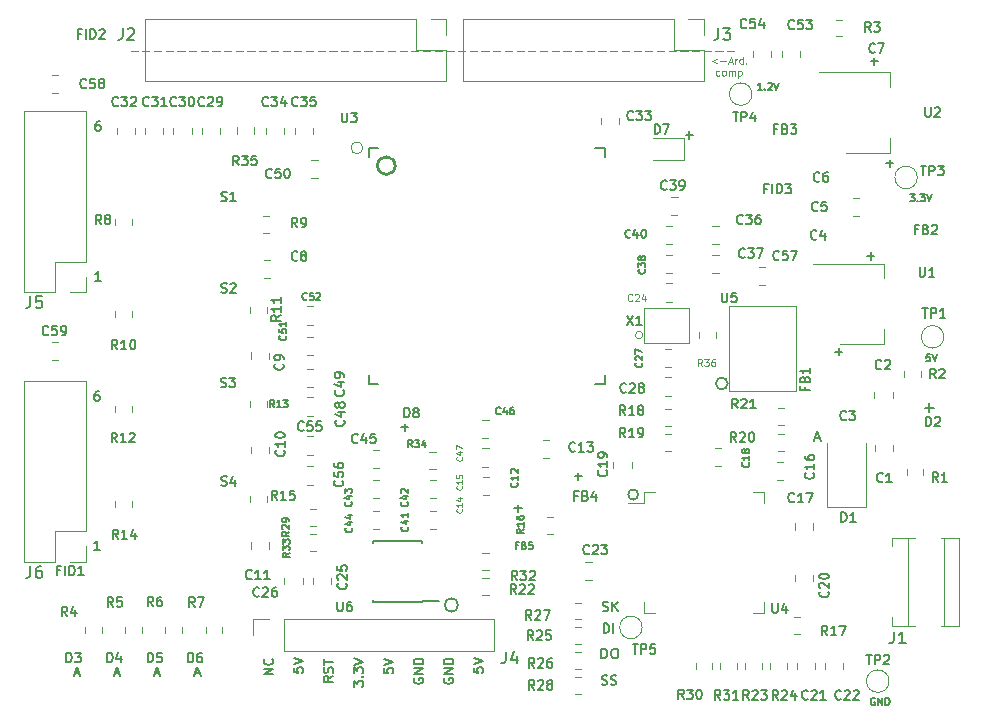
<source format=gto>
G04 #@! TF.GenerationSoftware,KiCad,Pcbnew,5.0.2-bee76a0~70~ubuntu16.04.1*
G04 #@! TF.CreationDate,2020-05-07T16:47:39-03:00*
G04 #@! TF.ProjectId,FPGA para todos,46504741-2070-4617-9261-20746f646f73,1.2*
G04 #@! TF.SameCoordinates,Original*
G04 #@! TF.FileFunction,Legend,Top*
G04 #@! TF.FilePolarity,Positive*
%FSLAX46Y46*%
G04 Gerber Fmt 4.6, Leading zero omitted, Abs format (unit mm)*
G04 Created by KiCad (PCBNEW 5.0.2-bee76a0~70~ubuntu16.04.1) date jue 07 may 2020 16:47:39 -03*
%MOMM*%
%LPD*%
G01*
G04 APERTURE LIST*
%ADD10C,0.110000*%
%ADD11C,0.130000*%
%ADD12C,0.150000*%
%ADD13C,0.200000*%
%ADD14C,0.050000*%
%ADD15C,0.120000*%
%ADD16C,0.100000*%
%ADD17C,0.203200*%
%ADD18C,0.254000*%
G04 APERTURE END LIST*
D10*
X110938095Y-65257142D02*
X111547619Y-65257142D01*
X111928571Y-65257142D02*
X112538095Y-65257142D01*
X112919047Y-65257142D02*
X113528571Y-65257142D01*
X113909523Y-65257142D02*
X114519047Y-65257142D01*
X114899999Y-65257142D02*
X115509523Y-65257142D01*
X115890476Y-65257142D02*
X116499999Y-65257142D01*
X116880952Y-65257142D02*
X117490476Y-65257142D01*
X117871428Y-65257142D02*
X118480952Y-65257142D01*
X118861904Y-65257142D02*
X119471428Y-65257142D01*
X119852380Y-65257142D02*
X120461904Y-65257142D01*
X120842857Y-65257142D02*
X121452380Y-65257142D01*
X121833333Y-65257142D02*
X122442857Y-65257142D01*
X122823809Y-65257142D02*
X123433333Y-65257142D01*
X123814285Y-65257142D02*
X124423809Y-65257142D01*
X124804761Y-65257142D02*
X125414285Y-65257142D01*
X125795238Y-65257142D02*
X126404761Y-65257142D01*
X126785714Y-65257142D02*
X127395238Y-65257142D01*
X127776190Y-65257142D02*
X128385714Y-65257142D01*
X128766666Y-65257142D02*
X129376190Y-65257142D01*
X129757142Y-65257142D02*
X130366666Y-65257142D01*
X130747619Y-65257142D02*
X131357142Y-65257142D01*
X131738095Y-65257142D02*
X132347619Y-65257142D01*
X132728571Y-65257142D02*
X133338095Y-65257142D01*
X133719047Y-65257142D02*
X134328571Y-65257142D01*
X134709523Y-65257142D02*
X135319047Y-65257142D01*
X135699999Y-65257142D02*
X136309523Y-65257142D01*
X136690476Y-65257142D02*
X137299999Y-65257142D01*
X137680952Y-65257142D02*
X138290476Y-65257142D01*
X138671428Y-65257142D02*
X139280952Y-65257142D01*
X139661904Y-65257142D02*
X140271428Y-65257142D01*
X140652380Y-65257142D02*
X141261904Y-65257142D01*
X141642857Y-65257142D02*
X142252380Y-65257142D01*
X142633333Y-65257142D02*
X143242857Y-65257142D01*
X143623809Y-65257142D02*
X144233333Y-65257142D01*
X144614285Y-65257142D02*
X145223809Y-65257142D01*
X145604761Y-65257142D02*
X146214285Y-65257142D01*
X146595238Y-65257142D02*
X147204761Y-65257142D01*
X147585714Y-65257142D02*
X148195238Y-65257142D01*
X148576190Y-65257142D02*
X149185714Y-65257142D01*
X149566666Y-65257142D02*
X150176190Y-65257142D01*
X150557142Y-65257142D02*
X151166666Y-65257142D01*
X151547619Y-65257142D02*
X152157142Y-65257142D01*
X152538095Y-65257142D02*
X153147619Y-65257142D01*
X153528571Y-65257142D02*
X154138095Y-65257142D01*
X154519047Y-65257142D02*
X155128571Y-65257142D01*
X155509523Y-65257142D02*
X156119047Y-65257142D01*
X156500000Y-65257142D02*
X157109523Y-65257142D01*
X157490476Y-65257142D02*
X158100000Y-65257142D01*
X158480952Y-65257142D02*
X159090476Y-65257142D01*
X159471428Y-65257142D02*
X160080952Y-65257142D01*
X160461904Y-65257142D02*
X161071428Y-65257142D01*
X161452380Y-65257142D02*
X162061904Y-65257142D01*
X160600000Y-65966428D02*
X160142857Y-66137857D01*
X160600000Y-66309285D01*
X160885714Y-66137857D02*
X161342857Y-66137857D01*
X161600000Y-66195000D02*
X161885714Y-66195000D01*
X161542857Y-66366428D02*
X161742857Y-65766428D01*
X161942857Y-66366428D01*
X162142857Y-66366428D02*
X162142857Y-65966428D01*
X162142857Y-66080714D02*
X162171428Y-66023571D01*
X162200000Y-65995000D01*
X162257142Y-65966428D01*
X162314285Y-65966428D01*
X162771428Y-66366428D02*
X162771428Y-65766428D01*
X162771428Y-66337857D02*
X162714285Y-66366428D01*
X162600000Y-66366428D01*
X162542857Y-66337857D01*
X162514285Y-66309285D01*
X162485714Y-66252142D01*
X162485714Y-66080714D01*
X162514285Y-66023571D01*
X162542857Y-65995000D01*
X162600000Y-65966428D01*
X162714285Y-65966428D01*
X162771428Y-65995000D01*
X163057142Y-66309285D02*
X163085714Y-66337857D01*
X163057142Y-66366428D01*
X163028571Y-66337857D01*
X163057142Y-66309285D01*
X163057142Y-66366428D01*
X160800000Y-67347857D02*
X160742857Y-67376428D01*
X160628571Y-67376428D01*
X160571428Y-67347857D01*
X160542857Y-67319285D01*
X160514285Y-67262142D01*
X160514285Y-67090714D01*
X160542857Y-67033571D01*
X160571428Y-67005000D01*
X160628571Y-66976428D01*
X160742857Y-66976428D01*
X160800000Y-67005000D01*
X161142857Y-67376428D02*
X161085714Y-67347857D01*
X161057142Y-67319285D01*
X161028571Y-67262142D01*
X161028571Y-67090714D01*
X161057142Y-67033571D01*
X161085714Y-67005000D01*
X161142857Y-66976428D01*
X161228571Y-66976428D01*
X161285714Y-67005000D01*
X161314285Y-67033571D01*
X161342857Y-67090714D01*
X161342857Y-67262142D01*
X161314285Y-67319285D01*
X161285714Y-67347857D01*
X161228571Y-67376428D01*
X161142857Y-67376428D01*
X161600000Y-67376428D02*
X161600000Y-66976428D01*
X161600000Y-67033571D02*
X161628571Y-67005000D01*
X161685714Y-66976428D01*
X161771428Y-66976428D01*
X161828571Y-67005000D01*
X161857142Y-67062142D01*
X161857142Y-67376428D01*
X161857142Y-67062142D02*
X161885714Y-67005000D01*
X161942857Y-66976428D01*
X162028571Y-66976428D01*
X162085714Y-67005000D01*
X162114285Y-67062142D01*
X162114285Y-67376428D01*
X162400000Y-66976428D02*
X162400000Y-67576428D01*
X162400000Y-67005000D02*
X162457142Y-66976428D01*
X162571428Y-66976428D01*
X162628571Y-67005000D01*
X162657142Y-67033571D01*
X162685714Y-67090714D01*
X162685714Y-67262142D01*
X162657142Y-67319285D01*
X162628571Y-67347857D01*
X162571428Y-67376428D01*
X162457142Y-67376428D01*
X162400000Y-67347857D01*
D11*
X164385714Y-68571428D02*
X164042857Y-68571428D01*
X164214285Y-68571428D02*
X164214285Y-67971428D01*
X164157142Y-68057142D01*
X164100000Y-68114285D01*
X164042857Y-68142857D01*
X164642857Y-68514285D02*
X164671428Y-68542857D01*
X164642857Y-68571428D01*
X164614285Y-68542857D01*
X164642857Y-68514285D01*
X164642857Y-68571428D01*
X164900000Y-68028571D02*
X164928571Y-68000000D01*
X164985714Y-67971428D01*
X165128571Y-67971428D01*
X165185714Y-68000000D01*
X165214285Y-68028571D01*
X165242857Y-68085714D01*
X165242857Y-68142857D01*
X165214285Y-68228571D01*
X164871428Y-68571428D01*
X165242857Y-68571428D01*
X165414285Y-67971428D02*
X165614285Y-68571428D01*
X165814285Y-67971428D01*
X176964285Y-77421428D02*
X177335714Y-77421428D01*
X177135714Y-77650000D01*
X177221428Y-77650000D01*
X177278571Y-77678571D01*
X177307142Y-77707142D01*
X177335714Y-77764285D01*
X177335714Y-77907142D01*
X177307142Y-77964285D01*
X177278571Y-77992857D01*
X177221428Y-78021428D01*
X177050000Y-78021428D01*
X176992857Y-77992857D01*
X176964285Y-77964285D01*
X177592857Y-77964285D02*
X177621428Y-77992857D01*
X177592857Y-78021428D01*
X177564285Y-77992857D01*
X177592857Y-77964285D01*
X177592857Y-78021428D01*
X177821428Y-77421428D02*
X178192857Y-77421428D01*
X177992857Y-77650000D01*
X178078571Y-77650000D01*
X178135714Y-77678571D01*
X178164285Y-77707142D01*
X178192857Y-77764285D01*
X178192857Y-77907142D01*
X178164285Y-77964285D01*
X178135714Y-77992857D01*
X178078571Y-78021428D01*
X177907142Y-78021428D01*
X177850000Y-77992857D01*
X177821428Y-77964285D01*
X178364285Y-77421428D02*
X178564285Y-78021428D01*
X178764285Y-77421428D01*
X178635714Y-90971428D02*
X178350000Y-90971428D01*
X178321428Y-91257142D01*
X178350000Y-91228571D01*
X178407142Y-91200000D01*
X178550000Y-91200000D01*
X178607142Y-91228571D01*
X178635714Y-91257142D01*
X178664285Y-91314285D01*
X178664285Y-91457142D01*
X178635714Y-91514285D01*
X178607142Y-91542857D01*
X178550000Y-91571428D01*
X178407142Y-91571428D01*
X178350000Y-91542857D01*
X178321428Y-91514285D01*
X178835714Y-90971428D02*
X179035714Y-91571428D01*
X179235714Y-90971428D01*
X173942857Y-120100000D02*
X173885714Y-120071428D01*
X173800000Y-120071428D01*
X173714285Y-120100000D01*
X173657142Y-120157142D01*
X173628571Y-120214285D01*
X173600000Y-120328571D01*
X173600000Y-120414285D01*
X173628571Y-120528571D01*
X173657142Y-120585714D01*
X173714285Y-120642857D01*
X173800000Y-120671428D01*
X173857142Y-120671428D01*
X173942857Y-120642857D01*
X173971428Y-120614285D01*
X173971428Y-120414285D01*
X173857142Y-120414285D01*
X174228571Y-120671428D02*
X174228571Y-120071428D01*
X174571428Y-120671428D01*
X174571428Y-120071428D01*
X174857142Y-120671428D02*
X174857142Y-120071428D01*
X175000000Y-120071428D01*
X175085714Y-120100000D01*
X175142857Y-120157142D01*
X175171428Y-120214285D01*
X175200000Y-120328571D01*
X175200000Y-120414285D01*
X175171428Y-120528571D01*
X175142857Y-120585714D01*
X175085714Y-120642857D01*
X175000000Y-120671428D01*
X174857142Y-120671428D01*
D12*
X108352380Y-71261904D02*
X108200000Y-71261904D01*
X108123809Y-71300000D01*
X108085714Y-71338095D01*
X108009523Y-71452380D01*
X107971428Y-71604761D01*
X107971428Y-71909523D01*
X108009523Y-71985714D01*
X108047619Y-72023809D01*
X108123809Y-72061904D01*
X108276190Y-72061904D01*
X108352380Y-72023809D01*
X108390476Y-71985714D01*
X108428571Y-71909523D01*
X108428571Y-71719047D01*
X108390476Y-71642857D01*
X108352380Y-71604761D01*
X108276190Y-71566666D01*
X108123809Y-71566666D01*
X108047619Y-71604761D01*
X108009523Y-71642857D01*
X107971428Y-71719047D01*
X108252380Y-94111904D02*
X108100000Y-94111904D01*
X108023809Y-94150000D01*
X107985714Y-94188095D01*
X107909523Y-94302380D01*
X107871428Y-94454761D01*
X107871428Y-94759523D01*
X107909523Y-94835714D01*
X107947619Y-94873809D01*
X108023809Y-94911904D01*
X108176190Y-94911904D01*
X108252380Y-94873809D01*
X108290476Y-94835714D01*
X108328571Y-94759523D01*
X108328571Y-94569047D01*
X108290476Y-94492857D01*
X108252380Y-94454761D01*
X108176190Y-94416666D01*
X108023809Y-94416666D01*
X107947619Y-94454761D01*
X107909523Y-94492857D01*
X107871428Y-94569047D01*
X108428571Y-84761904D02*
X107971428Y-84761904D01*
X108200000Y-84761904D02*
X108200000Y-83961904D01*
X108123809Y-84076190D01*
X108047619Y-84152380D01*
X107971428Y-84190476D01*
X108328571Y-107561904D02*
X107871428Y-107561904D01*
X108100000Y-107561904D02*
X108100000Y-106761904D01*
X108023809Y-106876190D01*
X107947619Y-106952380D01*
X107871428Y-106990476D01*
X123001904Y-118078571D02*
X122201904Y-118078571D01*
X123001904Y-117621428D01*
X122201904Y-117621428D01*
X122925714Y-116783333D02*
X122963809Y-116821428D01*
X123001904Y-116935714D01*
X123001904Y-117011904D01*
X122963809Y-117126190D01*
X122887619Y-117202380D01*
X122811428Y-117240476D01*
X122659047Y-117278571D01*
X122544761Y-117278571D01*
X122392380Y-117240476D01*
X122316190Y-117202380D01*
X122240000Y-117126190D01*
X122201904Y-117011904D01*
X122201904Y-116935714D01*
X122240000Y-116821428D01*
X122278095Y-116783333D01*
X139981904Y-117502380D02*
X139981904Y-117883333D01*
X140362857Y-117921428D01*
X140324761Y-117883333D01*
X140286666Y-117807142D01*
X140286666Y-117616666D01*
X140324761Y-117540476D01*
X140362857Y-117502380D01*
X140439047Y-117464285D01*
X140629523Y-117464285D01*
X140705714Y-117502380D01*
X140743809Y-117540476D01*
X140781904Y-117616666D01*
X140781904Y-117807142D01*
X140743809Y-117883333D01*
X140705714Y-117921428D01*
X139981904Y-117235714D02*
X140781904Y-116969047D01*
X139981904Y-116702380D01*
X137480000Y-118409523D02*
X137441904Y-118485714D01*
X137441904Y-118600000D01*
X137480000Y-118714285D01*
X137556190Y-118790476D01*
X137632380Y-118828571D01*
X137784761Y-118866666D01*
X137899047Y-118866666D01*
X138051428Y-118828571D01*
X138127619Y-118790476D01*
X138203809Y-118714285D01*
X138241904Y-118600000D01*
X138241904Y-118523809D01*
X138203809Y-118409523D01*
X138165714Y-118371428D01*
X137899047Y-118371428D01*
X137899047Y-118523809D01*
X138241904Y-118028571D02*
X137441904Y-118028571D01*
X138241904Y-117571428D01*
X137441904Y-117571428D01*
X138241904Y-117190476D02*
X137441904Y-117190476D01*
X137441904Y-117000000D01*
X137480000Y-116885714D01*
X137556190Y-116809523D01*
X137632380Y-116771428D01*
X137784761Y-116733333D01*
X137899047Y-116733333D01*
X138051428Y-116771428D01*
X138127619Y-116809523D01*
X138203809Y-116885714D01*
X138241904Y-117000000D01*
X138241904Y-117190476D01*
X134940000Y-118409523D02*
X134901904Y-118485714D01*
X134901904Y-118600000D01*
X134940000Y-118714285D01*
X135016190Y-118790476D01*
X135092380Y-118828571D01*
X135244761Y-118866666D01*
X135359047Y-118866666D01*
X135511428Y-118828571D01*
X135587619Y-118790476D01*
X135663809Y-118714285D01*
X135701904Y-118600000D01*
X135701904Y-118523809D01*
X135663809Y-118409523D01*
X135625714Y-118371428D01*
X135359047Y-118371428D01*
X135359047Y-118523809D01*
X135701904Y-118028571D02*
X134901904Y-118028571D01*
X135701904Y-117571428D01*
X134901904Y-117571428D01*
X135701904Y-117190476D02*
X134901904Y-117190476D01*
X134901904Y-117000000D01*
X134940000Y-116885714D01*
X135016190Y-116809523D01*
X135092380Y-116771428D01*
X135244761Y-116733333D01*
X135359047Y-116733333D01*
X135511428Y-116771428D01*
X135587619Y-116809523D01*
X135663809Y-116885714D01*
X135701904Y-117000000D01*
X135701904Y-117190476D01*
X132361904Y-117552380D02*
X132361904Y-117933333D01*
X132742857Y-117971428D01*
X132704761Y-117933333D01*
X132666666Y-117857142D01*
X132666666Y-117666666D01*
X132704761Y-117590476D01*
X132742857Y-117552380D01*
X132819047Y-117514285D01*
X133009523Y-117514285D01*
X133085714Y-117552380D01*
X133123809Y-117590476D01*
X133161904Y-117666666D01*
X133161904Y-117857142D01*
X133123809Y-117933333D01*
X133085714Y-117971428D01*
X132361904Y-117285714D02*
X133161904Y-117019047D01*
X132361904Y-116752380D01*
X129821904Y-119130952D02*
X129821904Y-118635714D01*
X130126666Y-118902380D01*
X130126666Y-118788095D01*
X130164761Y-118711904D01*
X130202857Y-118673809D01*
X130279047Y-118635714D01*
X130469523Y-118635714D01*
X130545714Y-118673809D01*
X130583809Y-118711904D01*
X130621904Y-118788095D01*
X130621904Y-119016666D01*
X130583809Y-119092857D01*
X130545714Y-119130952D01*
X130545714Y-118292857D02*
X130583809Y-118254761D01*
X130621904Y-118292857D01*
X130583809Y-118330952D01*
X130545714Y-118292857D01*
X130621904Y-118292857D01*
X129821904Y-117988095D02*
X129821904Y-117492857D01*
X130126666Y-117759523D01*
X130126666Y-117645238D01*
X130164761Y-117569047D01*
X130202857Y-117530952D01*
X130279047Y-117492857D01*
X130469523Y-117492857D01*
X130545714Y-117530952D01*
X130583809Y-117569047D01*
X130621904Y-117645238D01*
X130621904Y-117873809D01*
X130583809Y-117950000D01*
X130545714Y-117988095D01*
X129821904Y-117264285D02*
X130621904Y-116997619D01*
X129821904Y-116730952D01*
X128081904Y-118238095D02*
X127700952Y-118504761D01*
X128081904Y-118695238D02*
X127281904Y-118695238D01*
X127281904Y-118390476D01*
X127320000Y-118314285D01*
X127358095Y-118276190D01*
X127434285Y-118238095D01*
X127548571Y-118238095D01*
X127624761Y-118276190D01*
X127662857Y-118314285D01*
X127700952Y-118390476D01*
X127700952Y-118695238D01*
X128043809Y-117933333D02*
X128081904Y-117819047D01*
X128081904Y-117628571D01*
X128043809Y-117552380D01*
X128005714Y-117514285D01*
X127929523Y-117476190D01*
X127853333Y-117476190D01*
X127777142Y-117514285D01*
X127739047Y-117552380D01*
X127700952Y-117628571D01*
X127662857Y-117780952D01*
X127624761Y-117857142D01*
X127586666Y-117895238D01*
X127510476Y-117933333D01*
X127434285Y-117933333D01*
X127358095Y-117895238D01*
X127320000Y-117857142D01*
X127281904Y-117780952D01*
X127281904Y-117590476D01*
X127320000Y-117476190D01*
X127281904Y-117247619D02*
X127281904Y-116790476D01*
X128081904Y-117019047D02*
X127281904Y-117019047D01*
X124741904Y-117502380D02*
X124741904Y-117883333D01*
X125122857Y-117921428D01*
X125084761Y-117883333D01*
X125046666Y-117807142D01*
X125046666Y-117616666D01*
X125084761Y-117540476D01*
X125122857Y-117502380D01*
X125199047Y-117464285D01*
X125389523Y-117464285D01*
X125465714Y-117502380D01*
X125503809Y-117540476D01*
X125541904Y-117616666D01*
X125541904Y-117807142D01*
X125503809Y-117883333D01*
X125465714Y-117921428D01*
X124741904Y-117235714D02*
X125541904Y-116969047D01*
X124741904Y-116702380D01*
D13*
X161494975Y-93450000D02*
G75*
G03X161494975Y-93450000I-494975J0D01*
G01*
X138670088Y-112200000D02*
G75*
G03X138670088Y-112200000I-570088J0D01*
G01*
X153930116Y-102850000D02*
G75*
G03X153930116Y-102850000I-430116J0D01*
G01*
D12*
X116409523Y-117983333D02*
X116790476Y-117983333D01*
X116333333Y-118211904D02*
X116600000Y-117411904D01*
X116866666Y-118211904D01*
X113009523Y-117983333D02*
X113390476Y-117983333D01*
X112933333Y-118211904D02*
X113200000Y-117411904D01*
X113466666Y-118211904D01*
X109609523Y-117983333D02*
X109990476Y-117983333D01*
X109533333Y-118211904D02*
X109800000Y-117411904D01*
X110066666Y-118211904D01*
X106209523Y-117983333D02*
X106590476Y-117983333D01*
X106133333Y-118211904D02*
X106400000Y-117411904D01*
X106666666Y-118211904D01*
X133845238Y-97157142D02*
X134454761Y-97157142D01*
X134150000Y-97461904D02*
X134150000Y-96852380D01*
X157945238Y-72407142D02*
X158554761Y-72407142D01*
X158250000Y-72711904D02*
X158250000Y-72102380D01*
X143445238Y-104007142D02*
X144054761Y-104007142D01*
X143750000Y-104311904D02*
X143750000Y-103702380D01*
X148545238Y-101307142D02*
X149154761Y-101307142D01*
X148850000Y-101611904D02*
X148850000Y-101002380D01*
X173595238Y-66157142D02*
X174204761Y-66157142D01*
X173900000Y-66461904D02*
X173900000Y-65852380D01*
X174895238Y-74807142D02*
X175504761Y-74807142D01*
X175200000Y-75111904D02*
X175200000Y-74502380D01*
X173295238Y-82657142D02*
X173904761Y-82657142D01*
X173600000Y-82961904D02*
X173600000Y-82352380D01*
X170595238Y-90757142D02*
X171204761Y-90757142D01*
X170900000Y-91061904D02*
X170900000Y-90452380D01*
X168909523Y-98083333D02*
X169290476Y-98083333D01*
X168833333Y-98311904D02*
X169100000Y-97511904D01*
X169366666Y-98311904D01*
D11*
X150840476Y-118923809D02*
X150954761Y-118961904D01*
X151145238Y-118961904D01*
X151221428Y-118923809D01*
X151259523Y-118885714D01*
X151297619Y-118809523D01*
X151297619Y-118733333D01*
X151259523Y-118657142D01*
X151221428Y-118619047D01*
X151145238Y-118580952D01*
X150992857Y-118542857D01*
X150916666Y-118504761D01*
X150878571Y-118466666D01*
X150840476Y-118390476D01*
X150840476Y-118314285D01*
X150878571Y-118238095D01*
X150916666Y-118200000D01*
X150992857Y-118161904D01*
X151183333Y-118161904D01*
X151297619Y-118200000D01*
X151602380Y-118923809D02*
X151716666Y-118961904D01*
X151907142Y-118961904D01*
X151983333Y-118923809D01*
X152021428Y-118885714D01*
X152059523Y-118809523D01*
X152059523Y-118733333D01*
X152021428Y-118657142D01*
X151983333Y-118619047D01*
X151907142Y-118580952D01*
X151754761Y-118542857D01*
X151678571Y-118504761D01*
X151640476Y-118466666D01*
X151602380Y-118390476D01*
X151602380Y-118314285D01*
X151640476Y-118238095D01*
X151678571Y-118200000D01*
X151754761Y-118161904D01*
X151945238Y-118161904D01*
X152059523Y-118200000D01*
X151000000Y-114561904D02*
X151000000Y-113761904D01*
X151190476Y-113761904D01*
X151304761Y-113800000D01*
X151380952Y-113876190D01*
X151419047Y-113952380D01*
X151457142Y-114104761D01*
X151457142Y-114219047D01*
X151419047Y-114371428D01*
X151380952Y-114447619D01*
X151304761Y-114523809D01*
X151190476Y-114561904D01*
X151000000Y-114561904D01*
X151800000Y-114561904D02*
X151800000Y-113761904D01*
X150808571Y-116711904D02*
X150808571Y-115911904D01*
X151018095Y-115911904D01*
X151143809Y-115950000D01*
X151227619Y-116026190D01*
X151269523Y-116102380D01*
X151311428Y-116254761D01*
X151311428Y-116369047D01*
X151269523Y-116521428D01*
X151227619Y-116597619D01*
X151143809Y-116673809D01*
X151018095Y-116711904D01*
X150808571Y-116711904D01*
X151856190Y-115911904D02*
X152023809Y-115911904D01*
X152107619Y-115950000D01*
X152191428Y-116026190D01*
X152233333Y-116178571D01*
X152233333Y-116445238D01*
X152191428Y-116597619D01*
X152107619Y-116673809D01*
X152023809Y-116711904D01*
X151856190Y-116711904D01*
X151772380Y-116673809D01*
X151688571Y-116597619D01*
X151646666Y-116445238D01*
X151646666Y-116178571D01*
X151688571Y-116026190D01*
X151772380Y-115950000D01*
X151856190Y-115911904D01*
X150921428Y-112673809D02*
X151035714Y-112711904D01*
X151226190Y-112711904D01*
X151302380Y-112673809D01*
X151340476Y-112635714D01*
X151378571Y-112559523D01*
X151378571Y-112483333D01*
X151340476Y-112407142D01*
X151302380Y-112369047D01*
X151226190Y-112330952D01*
X151073809Y-112292857D01*
X150997619Y-112254761D01*
X150959523Y-112216666D01*
X150921428Y-112140476D01*
X150921428Y-112064285D01*
X150959523Y-111988095D01*
X150997619Y-111950000D01*
X151073809Y-111911904D01*
X151264285Y-111911904D01*
X151378571Y-111950000D01*
X151721428Y-112711904D02*
X151721428Y-111911904D01*
X152178571Y-112711904D02*
X151835714Y-112254761D01*
X152178571Y-111911904D02*
X151721428Y-112369047D01*
D12*
X178169047Y-95521428D02*
X178930952Y-95521428D01*
X178550000Y-95902380D02*
X178550000Y-95140476D01*
D14*
G04 #@! TO.C,J1*
X176725000Y-113950000D02*
X176725000Y-106550000D01*
X179825000Y-113950000D02*
X179825000Y-106550000D01*
X177400000Y-113950000D02*
X175375000Y-113950000D01*
X181125000Y-113950000D02*
X179600000Y-113950000D01*
X175375000Y-106550000D02*
X175375000Y-107250000D01*
X177400000Y-106550000D02*
X175375000Y-106550000D01*
X181125000Y-106550000D02*
X179600000Y-106550000D01*
X175375000Y-113950000D02*
X175375000Y-113250000D01*
X181125000Y-113950000D02*
X181125000Y-106550000D01*
G04 #@! TO.C,X1*
X154316228Y-89350000D02*
G75*
G03X154316228Y-89350000I-316228J0D01*
G01*
X158200000Y-90050000D02*
X154400000Y-90050000D01*
X158200000Y-87050000D02*
X158200000Y-90050000D01*
X154400000Y-87050000D02*
X158200000Y-87050000D01*
X154400000Y-90050000D02*
X154400000Y-87050000D01*
D15*
G04 #@! TO.C,J5*
X101930612Y-85730000D02*
X104530612Y-85730000D01*
X101930612Y-85730000D02*
X101930612Y-70370000D01*
X101930612Y-70370000D02*
X107130612Y-70370000D01*
X107130612Y-83130000D02*
X107130612Y-70370000D01*
X104530612Y-83130000D02*
X107130612Y-83130000D01*
X104530612Y-85730000D02*
X104530612Y-83130000D01*
X107130612Y-85730000D02*
X107130612Y-84400000D01*
X105800612Y-85730000D02*
X107130612Y-85730000D01*
G04 #@! TO.C,J6*
X101930612Y-108580000D02*
X104530612Y-108580000D01*
X101930612Y-108580000D02*
X101930612Y-93220000D01*
X101930612Y-93220000D02*
X107130612Y-93220000D01*
X107130612Y-105980000D02*
X107130612Y-93220000D01*
X104530612Y-105980000D02*
X107130612Y-105980000D01*
X104530612Y-108580000D02*
X104530612Y-105980000D01*
X107130612Y-108580000D02*
X107130612Y-107250000D01*
X105800612Y-108580000D02*
X107130612Y-108580000D01*
D16*
G04 #@! TO.C,U3*
X130600000Y-73500000D02*
G75*
G03X130600000Y-73500000I-500000J0D01*
G01*
D17*
X151100000Y-73500000D02*
X150300000Y-73500000D01*
X151100000Y-73500000D02*
X151100000Y-74300000D01*
X151100000Y-93500000D02*
X151100000Y-92700000D01*
X151100000Y-93500000D02*
X150300000Y-93500000D01*
X131100000Y-93500000D02*
X131900000Y-93500000D01*
X131100000Y-93500000D02*
X131100000Y-92700000D01*
X131100000Y-73500000D02*
X131100000Y-74300000D01*
X131100000Y-73500000D02*
X131900000Y-73500000D01*
D18*
X133350000Y-74999900D02*
G75*
G03X133350000Y-74999900I-750100J0D01*
G01*
D15*
G04 #@! TO.C,R36*
X160510000Y-89611252D02*
X160510000Y-89088748D01*
X159090000Y-89611252D02*
X159090000Y-89088748D01*
G04 #@! TO.C,C57*
X164127496Y-83575000D02*
X164650000Y-83575000D01*
X164125000Y-85125000D02*
X164647504Y-85125000D01*
G04 #@! TO.C,C33*
X152325000Y-70977496D02*
X152325000Y-71500000D01*
X150775000Y-70975000D02*
X150775000Y-71497504D01*
G04 #@! TO.C,J3*
X159530000Y-62630000D02*
X159530000Y-63960000D01*
X159530000Y-62630000D02*
X158120000Y-62630000D01*
X159530000Y-65230000D02*
X156930000Y-65230000D01*
X156930000Y-62630000D02*
X156930000Y-65230000D01*
X159530000Y-67830000D02*
X139090000Y-67830000D01*
X139090000Y-62630000D02*
X139090000Y-67830000D01*
X156930000Y-62630000D02*
X139090000Y-62630000D01*
X159530000Y-65230000D02*
X159530000Y-67830000D01*
G04 #@! TO.C,C1*
X173975000Y-99172504D02*
X173975000Y-98650000D01*
X175525000Y-99175000D02*
X175525000Y-98652496D01*
G04 #@! TO.C,C2*
X175475000Y-94177496D02*
X175475000Y-94700000D01*
X173925000Y-94175000D02*
X173925000Y-94697504D01*
G04 #@! TO.C,C5*
X172597504Y-79275000D02*
X172075000Y-79275000D01*
X172600000Y-77725000D02*
X172077496Y-77725000D01*
G04 #@! TO.C,C8*
X122772504Y-84525000D02*
X122250000Y-84525000D01*
X122775000Y-82975000D02*
X122252496Y-82975000D01*
G04 #@! TO.C,C9*
X122675000Y-90827496D02*
X122675000Y-91350000D01*
X121125000Y-90825000D02*
X121125000Y-91347504D01*
G04 #@! TO.C,C10*
X122675000Y-98827496D02*
X122675000Y-99350000D01*
X121125000Y-98825000D02*
X121125000Y-99347504D01*
G04 #@! TO.C,C11*
X122675000Y-106902496D02*
X122675000Y-107425000D01*
X121125000Y-106900000D02*
X121125000Y-107422504D01*
G04 #@! TO.C,C13*
X146372504Y-99775000D02*
X145850000Y-99775000D01*
X146375000Y-98225000D02*
X145852496Y-98225000D01*
G04 #@! TO.C,C15*
X141272504Y-102925000D02*
X140750000Y-102925000D01*
X141275000Y-101375000D02*
X140752496Y-101375000D01*
G04 #@! TO.C,C16*
X165677496Y-100075000D02*
X166200000Y-100075000D01*
X165675000Y-101625000D02*
X166197504Y-101625000D01*
G04 #@! TO.C,C17*
X167175000Y-105822504D02*
X167175000Y-105300000D01*
X168725000Y-105825000D02*
X168725000Y-105302496D01*
G04 #@! TO.C,C18*
X160427496Y-98875000D02*
X160950000Y-98875000D01*
X160425000Y-100425000D02*
X160947504Y-100425000D01*
G04 #@! TO.C,C19*
X153375000Y-100077496D02*
X153375000Y-100600000D01*
X151825000Y-100075000D02*
X151825000Y-100597504D01*
G04 #@! TO.C,C20*
X168725000Y-109677496D02*
X168725000Y-110200000D01*
X167175000Y-109675000D02*
X167175000Y-110197504D01*
G04 #@! TO.C,C21*
X168875000Y-117077496D02*
X168875000Y-117600000D01*
X167325000Y-117075000D02*
X167325000Y-117597504D01*
G04 #@! TO.C,C22*
X171275000Y-117077496D02*
X171275000Y-117600000D01*
X169725000Y-117075000D02*
X169725000Y-117597504D01*
G04 #@! TO.C,C23*
X149972504Y-110125000D02*
X149450000Y-110125000D01*
X149975000Y-108575000D02*
X149452496Y-108575000D01*
G04 #@! TO.C,C24*
X156277496Y-84975000D02*
X156800000Y-84975000D01*
X156275000Y-86525000D02*
X156797504Y-86525000D01*
G04 #@! TO.C,C25*
X126375000Y-110422504D02*
X126375000Y-109900000D01*
X127925000Y-110425000D02*
X127925000Y-109902496D01*
G04 #@! TO.C,C26*
X123975000Y-110422504D02*
X123975000Y-109900000D01*
X125525000Y-110425000D02*
X125525000Y-109902496D01*
G04 #@! TO.C,C27*
X156177496Y-90525000D02*
X156700000Y-90525000D01*
X156175000Y-92075000D02*
X156697504Y-92075000D01*
G04 #@! TO.C,C28*
X156177496Y-92925000D02*
X156700000Y-92925000D01*
X156175000Y-94475000D02*
X156697504Y-94475000D01*
G04 #@! TO.C,C29*
X116975000Y-72322504D02*
X116975000Y-71800000D01*
X118525000Y-72325000D02*
X118525000Y-71802496D01*
G04 #@! TO.C,C30*
X114575000Y-72322504D02*
X114575000Y-71800000D01*
X116125000Y-72325000D02*
X116125000Y-71802496D01*
G04 #@! TO.C,C31*
X112175000Y-72322504D02*
X112175000Y-71800000D01*
X113725000Y-72325000D02*
X113725000Y-71802496D01*
G04 #@! TO.C,C32*
X109775000Y-72322504D02*
X109775000Y-71800000D01*
X111325000Y-72325000D02*
X111325000Y-71802496D01*
G04 #@! TO.C,C34*
X122375000Y-72322504D02*
X122375000Y-71800000D01*
X123925000Y-72325000D02*
X123925000Y-71802496D01*
G04 #@! TO.C,C35*
X124875000Y-72322504D02*
X124875000Y-71800000D01*
X126425000Y-72325000D02*
X126425000Y-71802496D01*
G04 #@! TO.C,C36*
X160732504Y-81645000D02*
X160210000Y-81645000D01*
X160735000Y-80095000D02*
X160212496Y-80095000D01*
G04 #@! TO.C,C37*
X160732504Y-84095000D02*
X160210000Y-84095000D01*
X160735000Y-82545000D02*
X160212496Y-82545000D01*
G04 #@! TO.C,C38*
X156287496Y-82545000D02*
X156810000Y-82545000D01*
X156285000Y-84095000D02*
X156807504Y-84095000D01*
G04 #@! TO.C,C39*
X156727496Y-77675000D02*
X157250000Y-77675000D01*
X156725000Y-79225000D02*
X157247504Y-79225000D01*
G04 #@! TO.C,C40*
X156287496Y-80095000D02*
X156810000Y-80095000D01*
X156285000Y-81645000D02*
X156807504Y-81645000D01*
G04 #@! TO.C,C41*
X136277496Y-104225000D02*
X136800000Y-104225000D01*
X136275000Y-105775000D02*
X136797504Y-105775000D01*
G04 #@! TO.C,C42*
X136277496Y-101625000D02*
X136800000Y-101625000D01*
X136275000Y-103175000D02*
X136797504Y-103175000D01*
G04 #@! TO.C,C43*
X131972504Y-103175000D02*
X131450000Y-103175000D01*
X131975000Y-101625000D02*
X131452496Y-101625000D01*
G04 #@! TO.C,C44*
X131972504Y-105775000D02*
X131450000Y-105775000D01*
X131975000Y-104225000D02*
X131452496Y-104225000D01*
G04 #@! TO.C,C45*
X131972504Y-100625000D02*
X131450000Y-100625000D01*
X131975000Y-99075000D02*
X131452496Y-99075000D01*
G04 #@! TO.C,C46*
X140727496Y-96525000D02*
X141250000Y-96525000D01*
X140725000Y-98075000D02*
X141247504Y-98075000D01*
G04 #@! TO.C,C47*
X140727496Y-98950000D02*
X141250000Y-98950000D01*
X140725000Y-100500000D02*
X141247504Y-100500000D01*
G04 #@! TO.C,C48*
X126422504Y-96175000D02*
X125900000Y-96175000D01*
X126425000Y-94625000D02*
X125902496Y-94625000D01*
G04 #@! TO.C,C49*
X126422504Y-93775000D02*
X125900000Y-93775000D01*
X126425000Y-92225000D02*
X125902496Y-92225000D01*
G04 #@! TO.C,C50*
X126252496Y-74525000D02*
X126775000Y-74525000D01*
X126250000Y-76075000D02*
X126772504Y-76075000D01*
G04 #@! TO.C,C51*
X126422504Y-91025000D02*
X125900000Y-91025000D01*
X126425000Y-89475000D02*
X125902496Y-89475000D01*
G04 #@! TO.C,C52*
X126422504Y-88475000D02*
X125900000Y-88475000D01*
X126425000Y-86925000D02*
X125902496Y-86925000D01*
G04 #@! TO.C,C53*
X166069999Y-65817503D02*
X166069999Y-65294999D01*
X167619999Y-65819999D02*
X167619999Y-65297495D01*
G04 #@! TO.C,C54*
X163625000Y-65822504D02*
X163625000Y-65300000D01*
X165175000Y-65825000D02*
X165175000Y-65302496D01*
G04 #@! TO.C,C55*
X126422504Y-99475000D02*
X125900000Y-99475000D01*
X126425000Y-97925000D02*
X125902496Y-97925000D01*
G04 #@! TO.C,C56*
X126422504Y-102025000D02*
X125900000Y-102025000D01*
X126425000Y-100475000D02*
X125902496Y-100475000D01*
G04 #@! TO.C,C58*
X104772504Y-68875000D02*
X104250000Y-68875000D01*
X104775000Y-67325000D02*
X104252496Y-67325000D01*
G04 #@! TO.C,C59*
X104772504Y-91475000D02*
X104250000Y-91475000D01*
X104775000Y-89925000D02*
X104252496Y-89925000D01*
G04 #@! TO.C,D1*
X169900000Y-103900000D02*
X169900000Y-98500000D01*
X173200000Y-103900000D02*
X173200000Y-98500000D01*
X169900000Y-103900000D02*
X173200000Y-103900000D01*
G04 #@! TO.C,D7*
X157835000Y-72640000D02*
X155150000Y-72640000D01*
X157835000Y-74560000D02*
X157835000Y-72640000D01*
X155150000Y-74560000D02*
X157835000Y-74560000D01*
G04 #@! TO.C,J2*
X137680000Y-62630000D02*
X137680000Y-63960000D01*
X137680000Y-62630000D02*
X136350000Y-62630000D01*
X137680000Y-65230000D02*
X135080000Y-65230000D01*
X135080000Y-62630000D02*
X135080000Y-65230000D01*
X137680000Y-67830000D02*
X112160000Y-67830000D01*
X112160000Y-62630000D02*
X112160000Y-67830000D01*
X135080000Y-62630000D02*
X112160000Y-62630000D01*
X137680000Y-65230000D02*
X137680000Y-67830000D01*
G04 #@! TO.C,J4*
X121310000Y-114750000D02*
X121310000Y-113420000D01*
X121310000Y-113420000D02*
X122640000Y-113420000D01*
X123910000Y-113420000D02*
X141750000Y-113420000D01*
X141750000Y-116080000D02*
X141750000Y-113420000D01*
X123910000Y-116080000D02*
X141750000Y-116080000D01*
X123910000Y-116080000D02*
X123910000Y-113420000D01*
G04 #@! TO.C,R1*
X176640000Y-100713748D02*
X176640000Y-101236252D01*
X178060000Y-100713748D02*
X178060000Y-101236252D01*
G04 #@! TO.C,R2*
X176440000Y-92363748D02*
X176440000Y-92886252D01*
X177860000Y-92363748D02*
X177860000Y-92886252D01*
G04 #@! TO.C,R3*
X171211252Y-62640000D02*
X170688748Y-62640000D01*
X171211252Y-64060000D02*
X170688748Y-64060000D01*
G04 #@! TO.C,R4*
X107090000Y-114038748D02*
X107090000Y-114561252D01*
X108510000Y-114038748D02*
X108510000Y-114561252D01*
G04 #@! TO.C,R5*
X110490000Y-114038748D02*
X110490000Y-114561252D01*
X111910000Y-114038748D02*
X111910000Y-114561252D01*
G04 #@! TO.C,R6*
X113890000Y-114038748D02*
X113890000Y-114561252D01*
X115310000Y-114038748D02*
X115310000Y-114561252D01*
G04 #@! TO.C,R7*
X117290000Y-114038748D02*
X117290000Y-114561252D01*
X118710000Y-114038748D02*
X118710000Y-114561252D01*
G04 #@! TO.C,R8*
X111060000Y-80011252D02*
X111060000Y-79488748D01*
X109640000Y-80011252D02*
X109640000Y-79488748D01*
G04 #@! TO.C,R9*
X122689252Y-79300000D02*
X122166748Y-79300000D01*
X122689252Y-80720000D02*
X122166748Y-80720000D01*
G04 #@! TO.C,R10*
X111060000Y-87861252D02*
X111060000Y-87338748D01*
X109640000Y-87861252D02*
X109640000Y-87338748D01*
G04 #@! TO.C,R11*
X122460000Y-87461252D02*
X122460000Y-86938748D01*
X121040000Y-87461252D02*
X121040000Y-86938748D01*
G04 #@! TO.C,R12*
X111060000Y-95836252D02*
X111060000Y-95313748D01*
X109640000Y-95836252D02*
X109640000Y-95313748D01*
G04 #@! TO.C,R13*
X122460000Y-95461252D02*
X122460000Y-94938748D01*
X121040000Y-95461252D02*
X121040000Y-94938748D01*
G04 #@! TO.C,R14*
X111060000Y-103911252D02*
X111060000Y-103388748D01*
X109640000Y-103911252D02*
X109640000Y-103388748D01*
G04 #@! TO.C,R15*
X122460000Y-103486252D02*
X122460000Y-102963748D01*
X121040000Y-103486252D02*
X121040000Y-102963748D01*
G04 #@! TO.C,R16*
X146188748Y-106210000D02*
X146711252Y-106210000D01*
X146188748Y-104790000D02*
X146711252Y-104790000D01*
G04 #@! TO.C,R17*
X167138748Y-114660000D02*
X167661252Y-114660000D01*
X167138748Y-113240000D02*
X167661252Y-113240000D01*
G04 #@! TO.C,R18*
X156188748Y-97010000D02*
X156711252Y-97010000D01*
X156188748Y-95590000D02*
X156711252Y-95590000D01*
G04 #@! TO.C,R19*
X156188748Y-99160000D02*
X156711252Y-99160000D01*
X156188748Y-97740000D02*
X156711252Y-97740000D01*
G04 #@! TO.C,R20*
X165738748Y-99160000D02*
X166261252Y-99160000D01*
X165738748Y-97740000D02*
X166261252Y-97740000D01*
G04 #@! TO.C,R21*
X165738748Y-96960000D02*
X166261252Y-96960000D01*
X165738748Y-95540000D02*
X166261252Y-95540000D01*
G04 #@! TO.C,R22*
X140738748Y-111360000D02*
X141261252Y-111360000D01*
X140738748Y-109940000D02*
X141261252Y-109940000D01*
G04 #@! TO.C,R23*
X162990000Y-117088748D02*
X162990000Y-117611252D01*
X164410000Y-117088748D02*
X164410000Y-117611252D01*
G04 #@! TO.C,R24*
X166510000Y-117611252D02*
X166510000Y-117088748D01*
X165090000Y-117611252D02*
X165090000Y-117088748D01*
G04 #@! TO.C,R25*
X149061252Y-114090000D02*
X148538748Y-114090000D01*
X149061252Y-115510000D02*
X148538748Y-115510000D01*
G04 #@! TO.C,R26*
X149061252Y-116190000D02*
X148538748Y-116190000D01*
X149061252Y-117610000D02*
X148538748Y-117610000D01*
G04 #@! TO.C,R27*
X149075331Y-111996629D02*
X148552827Y-111996629D01*
X149075331Y-113416629D02*
X148552827Y-113416629D01*
G04 #@! TO.C,R28*
X149075331Y-118296629D02*
X148552827Y-118296629D01*
X149075331Y-119716629D02*
X148552827Y-119716629D01*
G04 #@! TO.C,R29*
X126138748Y-105510000D02*
X126661252Y-105510000D01*
X126138748Y-104090000D02*
X126661252Y-104090000D01*
G04 #@! TO.C,R30*
X160210000Y-117611252D02*
X160210000Y-117088748D01*
X158790000Y-117611252D02*
X158790000Y-117088748D01*
G04 #@! TO.C,R31*
X162310000Y-117611252D02*
X162310000Y-117088748D01*
X160890000Y-117611252D02*
X160890000Y-117088748D01*
G04 #@! TO.C,R32*
X140738748Y-109260000D02*
X141261252Y-109260000D01*
X140738748Y-107840000D02*
X141261252Y-107840000D01*
G04 #@! TO.C,R33*
X126138748Y-107610000D02*
X126661252Y-107610000D01*
X126138748Y-106190000D02*
X126661252Y-106190000D01*
G04 #@! TO.C,R34*
X136761252Y-99290000D02*
X136238748Y-99290000D01*
X136761252Y-100710000D02*
X136238748Y-100710000D01*
G04 #@! TO.C,R35*
X121360000Y-72286252D02*
X121360000Y-71763748D01*
X119940000Y-72286252D02*
X119940000Y-71763748D01*
G04 #@! TO.C,TP1*
X179800000Y-89500000D02*
G75*
G03X179800000Y-89500000I-950000J0D01*
G01*
G04 #@! TO.C,TP2*
X175150000Y-118650000D02*
G75*
G03X175150000Y-118650000I-950000J0D01*
G01*
G04 #@! TO.C,TP3*
X177550000Y-76000000D02*
G75*
G03X177550000Y-76000000I-950000J0D01*
G01*
G04 #@! TO.C,TP4*
X163550000Y-68950000D02*
G75*
G03X163550000Y-68950000I-950000J0D01*
G01*
G04 #@! TO.C,TP5*
X154250000Y-114100000D02*
G75*
G03X154250000Y-114100000I-950000J0D01*
G01*
G04 #@! TO.C,U1*
X168750000Y-83290000D02*
X174760000Y-83290000D01*
X171000000Y-90110000D02*
X174760000Y-90110000D01*
X174760000Y-83290000D02*
X174760000Y-84550000D01*
X174760000Y-90110000D02*
X174760000Y-88850000D01*
G04 #@! TO.C,U2*
X169250000Y-67090000D02*
X175260000Y-67090000D01*
X171500000Y-73910000D02*
X175260000Y-73910000D01*
X175260000Y-67090000D02*
X175260000Y-68350000D01*
X175260000Y-73910000D02*
X175260000Y-72650000D01*
G04 #@! TO.C,U4*
X154390000Y-103590000D02*
X153050000Y-103590000D01*
X154390000Y-102640000D02*
X154390000Y-103590000D01*
X155340000Y-102640000D02*
X154390000Y-102640000D01*
X164610000Y-102640000D02*
X164610000Y-103590000D01*
X163660000Y-102640000D02*
X164610000Y-102640000D01*
X154390000Y-112860000D02*
X154390000Y-111910000D01*
X155340000Y-112860000D02*
X154390000Y-112860000D01*
X164610000Y-112860000D02*
X164610000Y-111910000D01*
X163660000Y-112860000D02*
X164610000Y-112860000D01*
D14*
G04 #@! TO.C,U5*
X167250000Y-86900000D02*
X167250000Y-92500000D01*
X161650000Y-86900000D02*
X167250000Y-86900000D01*
X161650000Y-94100000D02*
X161650000Y-86900000D01*
X167250000Y-94100000D02*
X161650000Y-94100000D01*
X167250000Y-92500000D02*
X167250000Y-94100000D01*
D12*
G04 #@! TO.C,U6*
X135625000Y-111875000D02*
X137025000Y-111875000D01*
X135625000Y-106775000D02*
X131475000Y-106775000D01*
X135625000Y-111925000D02*
X131475000Y-111925000D01*
X135625000Y-106775000D02*
X135625000Y-106920000D01*
X131475000Y-106775000D02*
X131475000Y-106920000D01*
X131475000Y-111925000D02*
X131475000Y-111780000D01*
X135625000Y-111925000D02*
X135625000Y-111875000D01*
G04 #@! TO.C,J1*
X175566666Y-114452380D02*
X175566666Y-115166666D01*
X175519047Y-115309523D01*
X175423809Y-115404761D01*
X175280952Y-115452380D01*
X175185714Y-115452380D01*
X176566666Y-115452380D02*
X175995238Y-115452380D01*
X176280952Y-115452380D02*
X176280952Y-114452380D01*
X176185714Y-114595238D01*
X176090476Y-114690476D01*
X175995238Y-114738095D01*
G04 #@! TO.C,C3*
D11*
X171516666Y-96485714D02*
X171478571Y-96523809D01*
X171364285Y-96561904D01*
X171288095Y-96561904D01*
X171173809Y-96523809D01*
X171097619Y-96447619D01*
X171059523Y-96371428D01*
X171021428Y-96219047D01*
X171021428Y-96104761D01*
X171059523Y-95952380D01*
X171097619Y-95876190D01*
X171173809Y-95800000D01*
X171288095Y-95761904D01*
X171364285Y-95761904D01*
X171478571Y-95800000D01*
X171516666Y-95838095D01*
X171783333Y-95761904D02*
X172278571Y-95761904D01*
X172011904Y-96066666D01*
X172126190Y-96066666D01*
X172202380Y-96104761D01*
X172240476Y-96142857D01*
X172278571Y-96219047D01*
X172278571Y-96409523D01*
X172240476Y-96485714D01*
X172202380Y-96523809D01*
X172126190Y-96561904D01*
X171897619Y-96561904D01*
X171821428Y-96523809D01*
X171783333Y-96485714D01*
G04 #@! TO.C,C4*
X169016666Y-81185714D02*
X168978571Y-81223809D01*
X168864285Y-81261904D01*
X168788095Y-81261904D01*
X168673809Y-81223809D01*
X168597619Y-81147619D01*
X168559523Y-81071428D01*
X168521428Y-80919047D01*
X168521428Y-80804761D01*
X168559523Y-80652380D01*
X168597619Y-80576190D01*
X168673809Y-80500000D01*
X168788095Y-80461904D01*
X168864285Y-80461904D01*
X168978571Y-80500000D01*
X169016666Y-80538095D01*
X169702380Y-80728571D02*
X169702380Y-81261904D01*
X169511904Y-80423809D02*
X169321428Y-80995238D01*
X169816666Y-80995238D01*
G04 #@! TO.C,C6*
X169266666Y-76285714D02*
X169228571Y-76323809D01*
X169114285Y-76361904D01*
X169038095Y-76361904D01*
X168923809Y-76323809D01*
X168847619Y-76247619D01*
X168809523Y-76171428D01*
X168771428Y-76019047D01*
X168771428Y-75904761D01*
X168809523Y-75752380D01*
X168847619Y-75676190D01*
X168923809Y-75600000D01*
X169038095Y-75561904D01*
X169114285Y-75561904D01*
X169228571Y-75600000D01*
X169266666Y-75638095D01*
X169952380Y-75561904D02*
X169800000Y-75561904D01*
X169723809Y-75600000D01*
X169685714Y-75638095D01*
X169609523Y-75752380D01*
X169571428Y-75904761D01*
X169571428Y-76209523D01*
X169609523Y-76285714D01*
X169647619Y-76323809D01*
X169723809Y-76361904D01*
X169876190Y-76361904D01*
X169952380Y-76323809D01*
X169990476Y-76285714D01*
X170028571Y-76209523D01*
X170028571Y-76019047D01*
X169990476Y-75942857D01*
X169952380Y-75904761D01*
X169876190Y-75866666D01*
X169723809Y-75866666D01*
X169647619Y-75904761D01*
X169609523Y-75942857D01*
X169571428Y-76019047D01*
G04 #@! TO.C,C7*
X173966666Y-65385714D02*
X173928571Y-65423809D01*
X173814285Y-65461904D01*
X173738095Y-65461904D01*
X173623809Y-65423809D01*
X173547619Y-65347619D01*
X173509523Y-65271428D01*
X173471428Y-65119047D01*
X173471428Y-65004761D01*
X173509523Y-64852380D01*
X173547619Y-64776190D01*
X173623809Y-64700000D01*
X173738095Y-64661904D01*
X173814285Y-64661904D01*
X173928571Y-64700000D01*
X173966666Y-64738095D01*
X174233333Y-64661904D02*
X174766666Y-64661904D01*
X174423809Y-65461904D01*
G04 #@! TO.C,C12*
X143664285Y-101835714D02*
X143692857Y-101864285D01*
X143721428Y-101950000D01*
X143721428Y-102007142D01*
X143692857Y-102092857D01*
X143635714Y-102150000D01*
X143578571Y-102178571D01*
X143464285Y-102207142D01*
X143378571Y-102207142D01*
X143264285Y-102178571D01*
X143207142Y-102150000D01*
X143150000Y-102092857D01*
X143121428Y-102007142D01*
X143121428Y-101950000D01*
X143150000Y-101864285D01*
X143178571Y-101835714D01*
X143721428Y-101264285D02*
X143721428Y-101607142D01*
X143721428Y-101435714D02*
X143121428Y-101435714D01*
X143207142Y-101492857D01*
X143264285Y-101550000D01*
X143292857Y-101607142D01*
X143178571Y-101035714D02*
X143150000Y-101007142D01*
X143121428Y-100950000D01*
X143121428Y-100807142D01*
X143150000Y-100750000D01*
X143178571Y-100721428D01*
X143235714Y-100692857D01*
X143292857Y-100692857D01*
X143378571Y-100721428D01*
X143721428Y-101064285D01*
X143721428Y-100692857D01*
G04 #@! TO.C,C14*
D16*
X138978571Y-104071428D02*
X139002380Y-104095238D01*
X139026190Y-104166666D01*
X139026190Y-104214285D01*
X139002380Y-104285714D01*
X138954761Y-104333333D01*
X138907142Y-104357142D01*
X138811904Y-104380952D01*
X138740476Y-104380952D01*
X138645238Y-104357142D01*
X138597619Y-104333333D01*
X138550000Y-104285714D01*
X138526190Y-104214285D01*
X138526190Y-104166666D01*
X138550000Y-104095238D01*
X138573809Y-104071428D01*
X139026190Y-103595238D02*
X139026190Y-103880952D01*
X139026190Y-103738095D02*
X138526190Y-103738095D01*
X138597619Y-103785714D01*
X138645238Y-103833333D01*
X138669047Y-103880952D01*
X138692857Y-103166666D02*
X139026190Y-103166666D01*
X138502380Y-103285714D02*
X138859523Y-103404761D01*
X138859523Y-103095238D01*
G04 #@! TO.C,X1*
D11*
X152952380Y-87711904D02*
X153485714Y-88511904D01*
X153485714Y-87711904D02*
X152952380Y-88511904D01*
X154209523Y-88511904D02*
X153752380Y-88511904D01*
X153980952Y-88511904D02*
X153980952Y-87711904D01*
X153904761Y-87826190D01*
X153828571Y-87902380D01*
X153752380Y-87940476D01*
G04 #@! TO.C,S1*
X118640476Y-77973809D02*
X118754761Y-78011904D01*
X118945238Y-78011904D01*
X119021428Y-77973809D01*
X119059523Y-77935714D01*
X119097619Y-77859523D01*
X119097619Y-77783333D01*
X119059523Y-77707142D01*
X119021428Y-77669047D01*
X118945238Y-77630952D01*
X118792857Y-77592857D01*
X118716666Y-77554761D01*
X118678571Y-77516666D01*
X118640476Y-77440476D01*
X118640476Y-77364285D01*
X118678571Y-77288095D01*
X118716666Y-77250000D01*
X118792857Y-77211904D01*
X118983333Y-77211904D01*
X119097619Y-77250000D01*
X119859523Y-78011904D02*
X119402380Y-78011904D01*
X119630952Y-78011904D02*
X119630952Y-77211904D01*
X119554761Y-77326190D01*
X119478571Y-77402380D01*
X119402380Y-77440476D01*
G04 #@! TO.C,S2*
X118640476Y-85723809D02*
X118754761Y-85761904D01*
X118945238Y-85761904D01*
X119021428Y-85723809D01*
X119059523Y-85685714D01*
X119097619Y-85609523D01*
X119097619Y-85533333D01*
X119059523Y-85457142D01*
X119021428Y-85419047D01*
X118945238Y-85380952D01*
X118792857Y-85342857D01*
X118716666Y-85304761D01*
X118678571Y-85266666D01*
X118640476Y-85190476D01*
X118640476Y-85114285D01*
X118678571Y-85038095D01*
X118716666Y-85000000D01*
X118792857Y-84961904D01*
X118983333Y-84961904D01*
X119097619Y-85000000D01*
X119402380Y-85038095D02*
X119440476Y-85000000D01*
X119516666Y-84961904D01*
X119707142Y-84961904D01*
X119783333Y-85000000D01*
X119821428Y-85038095D01*
X119859523Y-85114285D01*
X119859523Y-85190476D01*
X119821428Y-85304761D01*
X119364285Y-85761904D01*
X119859523Y-85761904D01*
G04 #@! TO.C,S3*
X118590476Y-93723809D02*
X118704761Y-93761904D01*
X118895238Y-93761904D01*
X118971428Y-93723809D01*
X119009523Y-93685714D01*
X119047619Y-93609523D01*
X119047619Y-93533333D01*
X119009523Y-93457142D01*
X118971428Y-93419047D01*
X118895238Y-93380952D01*
X118742857Y-93342857D01*
X118666666Y-93304761D01*
X118628571Y-93266666D01*
X118590476Y-93190476D01*
X118590476Y-93114285D01*
X118628571Y-93038095D01*
X118666666Y-93000000D01*
X118742857Y-92961904D01*
X118933333Y-92961904D01*
X119047619Y-93000000D01*
X119314285Y-92961904D02*
X119809523Y-92961904D01*
X119542857Y-93266666D01*
X119657142Y-93266666D01*
X119733333Y-93304761D01*
X119771428Y-93342857D01*
X119809523Y-93419047D01*
X119809523Y-93609523D01*
X119771428Y-93685714D01*
X119733333Y-93723809D01*
X119657142Y-93761904D01*
X119428571Y-93761904D01*
X119352380Y-93723809D01*
X119314285Y-93685714D01*
G04 #@! TO.C,S4*
X118640476Y-102073809D02*
X118754761Y-102111904D01*
X118945238Y-102111904D01*
X119021428Y-102073809D01*
X119059523Y-102035714D01*
X119097619Y-101959523D01*
X119097619Y-101883333D01*
X119059523Y-101807142D01*
X119021428Y-101769047D01*
X118945238Y-101730952D01*
X118792857Y-101692857D01*
X118716666Y-101654761D01*
X118678571Y-101616666D01*
X118640476Y-101540476D01*
X118640476Y-101464285D01*
X118678571Y-101388095D01*
X118716666Y-101350000D01*
X118792857Y-101311904D01*
X118983333Y-101311904D01*
X119097619Y-101350000D01*
X119783333Y-101578571D02*
X119783333Y-102111904D01*
X119592857Y-101273809D02*
X119402380Y-101845238D01*
X119897619Y-101845238D01*
G04 #@! TO.C,J5*
D12*
X102466666Y-86052380D02*
X102466666Y-86766666D01*
X102419047Y-86909523D01*
X102323809Y-87004761D01*
X102180952Y-87052380D01*
X102085714Y-87052380D01*
X103419047Y-86052380D02*
X102942857Y-86052380D01*
X102895238Y-86528571D01*
X102942857Y-86480952D01*
X103038095Y-86433333D01*
X103276190Y-86433333D01*
X103371428Y-86480952D01*
X103419047Y-86528571D01*
X103466666Y-86623809D01*
X103466666Y-86861904D01*
X103419047Y-86957142D01*
X103371428Y-87004761D01*
X103276190Y-87052380D01*
X103038095Y-87052380D01*
X102942857Y-87004761D01*
X102895238Y-86957142D01*
G04 #@! TO.C,J6*
X102466666Y-108902380D02*
X102466666Y-109616666D01*
X102419047Y-109759523D01*
X102323809Y-109854761D01*
X102180952Y-109902380D01*
X102085714Y-109902380D01*
X103371428Y-108902380D02*
X103180952Y-108902380D01*
X103085714Y-108950000D01*
X103038095Y-108997619D01*
X102942857Y-109140476D01*
X102895238Y-109330952D01*
X102895238Y-109711904D01*
X102942857Y-109807142D01*
X102990476Y-109854761D01*
X103085714Y-109902380D01*
X103276190Y-109902380D01*
X103371428Y-109854761D01*
X103419047Y-109807142D01*
X103466666Y-109711904D01*
X103466666Y-109473809D01*
X103419047Y-109378571D01*
X103371428Y-109330952D01*
X103276190Y-109283333D01*
X103085714Y-109283333D01*
X102990476Y-109330952D01*
X102942857Y-109378571D01*
X102895238Y-109473809D01*
G04 #@! TO.C,U3*
D11*
X128840476Y-70511904D02*
X128840476Y-71159523D01*
X128878571Y-71235714D01*
X128916666Y-71273809D01*
X128992857Y-71311904D01*
X129145238Y-71311904D01*
X129221428Y-71273809D01*
X129259523Y-71235714D01*
X129297619Y-71159523D01*
X129297619Y-70511904D01*
X129602380Y-70511904D02*
X130097619Y-70511904D01*
X129830952Y-70816666D01*
X129945238Y-70816666D01*
X130021428Y-70854761D01*
X130059523Y-70892857D01*
X130097619Y-70969047D01*
X130097619Y-71159523D01*
X130059523Y-71235714D01*
X130021428Y-71273809D01*
X129945238Y-71311904D01*
X129716666Y-71311904D01*
X129640476Y-71273809D01*
X129602380Y-71235714D01*
G04 #@! TO.C,D2*
X178259523Y-97061904D02*
X178259523Y-96261904D01*
X178450000Y-96261904D01*
X178564285Y-96300000D01*
X178640476Y-96376190D01*
X178678571Y-96452380D01*
X178716666Y-96604761D01*
X178716666Y-96719047D01*
X178678571Y-96871428D01*
X178640476Y-96947619D01*
X178564285Y-97023809D01*
X178450000Y-97061904D01*
X178259523Y-97061904D01*
X179021428Y-96338095D02*
X179059523Y-96300000D01*
X179135714Y-96261904D01*
X179326190Y-96261904D01*
X179402380Y-96300000D01*
X179440476Y-96338095D01*
X179478571Y-96414285D01*
X179478571Y-96490476D01*
X179440476Y-96604761D01*
X178983333Y-97061904D01*
X179478571Y-97061904D01*
G04 #@! TO.C,D3*
X105509523Y-117061904D02*
X105509523Y-116261904D01*
X105700000Y-116261904D01*
X105814285Y-116300000D01*
X105890476Y-116376190D01*
X105928571Y-116452380D01*
X105966666Y-116604761D01*
X105966666Y-116719047D01*
X105928571Y-116871428D01*
X105890476Y-116947619D01*
X105814285Y-117023809D01*
X105700000Y-117061904D01*
X105509523Y-117061904D01*
X106233333Y-116261904D02*
X106728571Y-116261904D01*
X106461904Y-116566666D01*
X106576190Y-116566666D01*
X106652380Y-116604761D01*
X106690476Y-116642857D01*
X106728571Y-116719047D01*
X106728571Y-116909523D01*
X106690476Y-116985714D01*
X106652380Y-117023809D01*
X106576190Y-117061904D01*
X106347619Y-117061904D01*
X106271428Y-117023809D01*
X106233333Y-116985714D01*
G04 #@! TO.C,D4*
X108959523Y-117061904D02*
X108959523Y-116261904D01*
X109150000Y-116261904D01*
X109264285Y-116300000D01*
X109340476Y-116376190D01*
X109378571Y-116452380D01*
X109416666Y-116604761D01*
X109416666Y-116719047D01*
X109378571Y-116871428D01*
X109340476Y-116947619D01*
X109264285Y-117023809D01*
X109150000Y-117061904D01*
X108959523Y-117061904D01*
X110102380Y-116528571D02*
X110102380Y-117061904D01*
X109911904Y-116223809D02*
X109721428Y-116795238D01*
X110216666Y-116795238D01*
G04 #@! TO.C,D5*
X112409523Y-117061904D02*
X112409523Y-116261904D01*
X112600000Y-116261904D01*
X112714285Y-116300000D01*
X112790476Y-116376190D01*
X112828571Y-116452380D01*
X112866666Y-116604761D01*
X112866666Y-116719047D01*
X112828571Y-116871428D01*
X112790476Y-116947619D01*
X112714285Y-117023809D01*
X112600000Y-117061904D01*
X112409523Y-117061904D01*
X113590476Y-116261904D02*
X113209523Y-116261904D01*
X113171428Y-116642857D01*
X113209523Y-116604761D01*
X113285714Y-116566666D01*
X113476190Y-116566666D01*
X113552380Y-116604761D01*
X113590476Y-116642857D01*
X113628571Y-116719047D01*
X113628571Y-116909523D01*
X113590476Y-116985714D01*
X113552380Y-117023809D01*
X113476190Y-117061904D01*
X113285714Y-117061904D01*
X113209523Y-117023809D01*
X113171428Y-116985714D01*
G04 #@! TO.C,D6*
X115809523Y-117061904D02*
X115809523Y-116261904D01*
X116000000Y-116261904D01*
X116114285Y-116300000D01*
X116190476Y-116376190D01*
X116228571Y-116452380D01*
X116266666Y-116604761D01*
X116266666Y-116719047D01*
X116228571Y-116871428D01*
X116190476Y-116947619D01*
X116114285Y-117023809D01*
X116000000Y-117061904D01*
X115809523Y-117061904D01*
X116952380Y-116261904D02*
X116800000Y-116261904D01*
X116723809Y-116300000D01*
X116685714Y-116338095D01*
X116609523Y-116452380D01*
X116571428Y-116604761D01*
X116571428Y-116909523D01*
X116609523Y-116985714D01*
X116647619Y-117023809D01*
X116723809Y-117061904D01*
X116876190Y-117061904D01*
X116952380Y-117023809D01*
X116990476Y-116985714D01*
X117028571Y-116909523D01*
X117028571Y-116719047D01*
X116990476Y-116642857D01*
X116952380Y-116604761D01*
X116876190Y-116566666D01*
X116723809Y-116566666D01*
X116647619Y-116604761D01*
X116609523Y-116642857D01*
X116571428Y-116719047D01*
G04 #@! TO.C,D8*
X134109523Y-96311904D02*
X134109523Y-95511904D01*
X134300000Y-95511904D01*
X134414285Y-95550000D01*
X134490476Y-95626190D01*
X134528571Y-95702380D01*
X134566666Y-95854761D01*
X134566666Y-95969047D01*
X134528571Y-96121428D01*
X134490476Y-96197619D01*
X134414285Y-96273809D01*
X134300000Y-96311904D01*
X134109523Y-96311904D01*
X135023809Y-95854761D02*
X134947619Y-95816666D01*
X134909523Y-95778571D01*
X134871428Y-95702380D01*
X134871428Y-95664285D01*
X134909523Y-95588095D01*
X134947619Y-95550000D01*
X135023809Y-95511904D01*
X135176190Y-95511904D01*
X135252380Y-95550000D01*
X135290476Y-95588095D01*
X135328571Y-95664285D01*
X135328571Y-95702380D01*
X135290476Y-95778571D01*
X135252380Y-95816666D01*
X135176190Y-95854761D01*
X135023809Y-95854761D01*
X134947619Y-95892857D01*
X134909523Y-95930952D01*
X134871428Y-96007142D01*
X134871428Y-96159523D01*
X134909523Y-96235714D01*
X134947619Y-96273809D01*
X135023809Y-96311904D01*
X135176190Y-96311904D01*
X135252380Y-96273809D01*
X135290476Y-96235714D01*
X135328571Y-96159523D01*
X135328571Y-96007142D01*
X135290476Y-95930952D01*
X135252380Y-95892857D01*
X135176190Y-95854761D01*
G04 #@! TO.C,FB1*
X168042857Y-93766666D02*
X168042857Y-94033333D01*
X168461904Y-94033333D02*
X167661904Y-94033333D01*
X167661904Y-93652380D01*
X168042857Y-93080952D02*
X168080952Y-92966666D01*
X168119047Y-92928571D01*
X168195238Y-92890476D01*
X168309523Y-92890476D01*
X168385714Y-92928571D01*
X168423809Y-92966666D01*
X168461904Y-93042857D01*
X168461904Y-93347619D01*
X167661904Y-93347619D01*
X167661904Y-93080952D01*
X167700000Y-93004761D01*
X167738095Y-92966666D01*
X167814285Y-92928571D01*
X167890476Y-92928571D01*
X167966666Y-92966666D01*
X168004761Y-93004761D01*
X168042857Y-93080952D01*
X168042857Y-93347619D01*
X168461904Y-92128571D02*
X168461904Y-92585714D01*
X168461904Y-92357142D02*
X167661904Y-92357142D01*
X167776190Y-92433333D01*
X167852380Y-92509523D01*
X167890476Y-92585714D01*
G04 #@! TO.C,FB2*
X177583333Y-80392857D02*
X177316666Y-80392857D01*
X177316666Y-80811904D02*
X177316666Y-80011904D01*
X177697619Y-80011904D01*
X178269047Y-80392857D02*
X178383333Y-80430952D01*
X178421428Y-80469047D01*
X178459523Y-80545238D01*
X178459523Y-80659523D01*
X178421428Y-80735714D01*
X178383333Y-80773809D01*
X178307142Y-80811904D01*
X178002380Y-80811904D01*
X178002380Y-80011904D01*
X178269047Y-80011904D01*
X178345238Y-80050000D01*
X178383333Y-80088095D01*
X178421428Y-80164285D01*
X178421428Y-80240476D01*
X178383333Y-80316666D01*
X178345238Y-80354761D01*
X178269047Y-80392857D01*
X178002380Y-80392857D01*
X178764285Y-80088095D02*
X178802380Y-80050000D01*
X178878571Y-80011904D01*
X179069047Y-80011904D01*
X179145238Y-80050000D01*
X179183333Y-80088095D01*
X179221428Y-80164285D01*
X179221428Y-80240476D01*
X179183333Y-80354761D01*
X178726190Y-80811904D01*
X179221428Y-80811904D01*
G04 #@! TO.C,FB3*
X165683333Y-71892857D02*
X165416666Y-71892857D01*
X165416666Y-72311904D02*
X165416666Y-71511904D01*
X165797619Y-71511904D01*
X166369047Y-71892857D02*
X166483333Y-71930952D01*
X166521428Y-71969047D01*
X166559523Y-72045238D01*
X166559523Y-72159523D01*
X166521428Y-72235714D01*
X166483333Y-72273809D01*
X166407142Y-72311904D01*
X166102380Y-72311904D01*
X166102380Y-71511904D01*
X166369047Y-71511904D01*
X166445238Y-71550000D01*
X166483333Y-71588095D01*
X166521428Y-71664285D01*
X166521428Y-71740476D01*
X166483333Y-71816666D01*
X166445238Y-71854761D01*
X166369047Y-71892857D01*
X166102380Y-71892857D01*
X166826190Y-71511904D02*
X167321428Y-71511904D01*
X167054761Y-71816666D01*
X167169047Y-71816666D01*
X167245238Y-71854761D01*
X167283333Y-71892857D01*
X167321428Y-71969047D01*
X167321428Y-72159523D01*
X167283333Y-72235714D01*
X167245238Y-72273809D01*
X167169047Y-72311904D01*
X166940476Y-72311904D01*
X166864285Y-72273809D01*
X166826190Y-72235714D01*
G04 #@! TO.C,FB4*
X148783333Y-102942857D02*
X148516666Y-102942857D01*
X148516666Y-103361904D02*
X148516666Y-102561904D01*
X148897619Y-102561904D01*
X149469047Y-102942857D02*
X149583333Y-102980952D01*
X149621428Y-103019047D01*
X149659523Y-103095238D01*
X149659523Y-103209523D01*
X149621428Y-103285714D01*
X149583333Y-103323809D01*
X149507142Y-103361904D01*
X149202380Y-103361904D01*
X149202380Y-102561904D01*
X149469047Y-102561904D01*
X149545238Y-102600000D01*
X149583333Y-102638095D01*
X149621428Y-102714285D01*
X149621428Y-102790476D01*
X149583333Y-102866666D01*
X149545238Y-102904761D01*
X149469047Y-102942857D01*
X149202380Y-102942857D01*
X150345238Y-102828571D02*
X150345238Y-103361904D01*
X150154761Y-102523809D02*
X149964285Y-103095238D01*
X150459523Y-103095238D01*
G04 #@! TO.C,FB5*
X143750000Y-107157142D02*
X143550000Y-107157142D01*
X143550000Y-107471428D02*
X143550000Y-106871428D01*
X143835714Y-106871428D01*
X144264285Y-107157142D02*
X144350000Y-107185714D01*
X144378571Y-107214285D01*
X144407142Y-107271428D01*
X144407142Y-107357142D01*
X144378571Y-107414285D01*
X144350000Y-107442857D01*
X144292857Y-107471428D01*
X144064285Y-107471428D01*
X144064285Y-106871428D01*
X144264285Y-106871428D01*
X144321428Y-106900000D01*
X144350000Y-106928571D01*
X144378571Y-106985714D01*
X144378571Y-107042857D01*
X144350000Y-107100000D01*
X144321428Y-107128571D01*
X144264285Y-107157142D01*
X144064285Y-107157142D01*
X144950000Y-106871428D02*
X144664285Y-106871428D01*
X144635714Y-107157142D01*
X144664285Y-107128571D01*
X144721428Y-107100000D01*
X144864285Y-107100000D01*
X144921428Y-107128571D01*
X144950000Y-107157142D01*
X144978571Y-107214285D01*
X144978571Y-107357142D01*
X144950000Y-107414285D01*
X144921428Y-107442857D01*
X144864285Y-107471428D01*
X144721428Y-107471428D01*
X144664285Y-107442857D01*
X144635714Y-107414285D01*
G04 #@! TO.C,R36*
D10*
X159314285Y-91971428D02*
X159114285Y-91685714D01*
X158971428Y-91971428D02*
X158971428Y-91371428D01*
X159200000Y-91371428D01*
X159257142Y-91400000D01*
X159285714Y-91428571D01*
X159314285Y-91485714D01*
X159314285Y-91571428D01*
X159285714Y-91628571D01*
X159257142Y-91657142D01*
X159200000Y-91685714D01*
X158971428Y-91685714D01*
X159514285Y-91371428D02*
X159885714Y-91371428D01*
X159685714Y-91600000D01*
X159771428Y-91600000D01*
X159828571Y-91628571D01*
X159857142Y-91657142D01*
X159885714Y-91714285D01*
X159885714Y-91857142D01*
X159857142Y-91914285D01*
X159828571Y-91942857D01*
X159771428Y-91971428D01*
X159600000Y-91971428D01*
X159542857Y-91942857D01*
X159514285Y-91914285D01*
X160400000Y-91371428D02*
X160285714Y-91371428D01*
X160228571Y-91400000D01*
X160200000Y-91428571D01*
X160142857Y-91514285D01*
X160114285Y-91628571D01*
X160114285Y-91857142D01*
X160142857Y-91914285D01*
X160171428Y-91942857D01*
X160228571Y-91971428D01*
X160342857Y-91971428D01*
X160400000Y-91942857D01*
X160428571Y-91914285D01*
X160457142Y-91857142D01*
X160457142Y-91714285D01*
X160428571Y-91657142D01*
X160400000Y-91628571D01*
X160342857Y-91600000D01*
X160228571Y-91600000D01*
X160171428Y-91628571D01*
X160142857Y-91657142D01*
X160114285Y-91714285D01*
G04 #@! TO.C,C57*
D11*
X165835714Y-82935714D02*
X165797619Y-82973809D01*
X165683333Y-83011904D01*
X165607142Y-83011904D01*
X165492857Y-82973809D01*
X165416666Y-82897619D01*
X165378571Y-82821428D01*
X165340476Y-82669047D01*
X165340476Y-82554761D01*
X165378571Y-82402380D01*
X165416666Y-82326190D01*
X165492857Y-82250000D01*
X165607142Y-82211904D01*
X165683333Y-82211904D01*
X165797619Y-82250000D01*
X165835714Y-82288095D01*
X166559523Y-82211904D02*
X166178571Y-82211904D01*
X166140476Y-82592857D01*
X166178571Y-82554761D01*
X166254761Y-82516666D01*
X166445238Y-82516666D01*
X166521428Y-82554761D01*
X166559523Y-82592857D01*
X166597619Y-82669047D01*
X166597619Y-82859523D01*
X166559523Y-82935714D01*
X166521428Y-82973809D01*
X166445238Y-83011904D01*
X166254761Y-83011904D01*
X166178571Y-82973809D01*
X166140476Y-82935714D01*
X166864285Y-82211904D02*
X167397619Y-82211904D01*
X167054761Y-83011904D01*
G04 #@! TO.C,FID1*
X104942857Y-109242857D02*
X104676190Y-109242857D01*
X104676190Y-109661904D02*
X104676190Y-108861904D01*
X105057142Y-108861904D01*
X105361904Y-109661904D02*
X105361904Y-108861904D01*
X105742857Y-109661904D02*
X105742857Y-108861904D01*
X105933333Y-108861904D01*
X106047619Y-108900000D01*
X106123809Y-108976190D01*
X106161904Y-109052380D01*
X106200000Y-109204761D01*
X106200000Y-109319047D01*
X106161904Y-109471428D01*
X106123809Y-109547619D01*
X106047619Y-109623809D01*
X105933333Y-109661904D01*
X105742857Y-109661904D01*
X106961904Y-109661904D02*
X106504761Y-109661904D01*
X106733333Y-109661904D02*
X106733333Y-108861904D01*
X106657142Y-108976190D01*
X106580952Y-109052380D01*
X106504761Y-109090476D01*
G04 #@! TO.C,FID2*
X106742857Y-63842857D02*
X106476190Y-63842857D01*
X106476190Y-64261904D02*
X106476190Y-63461904D01*
X106857142Y-63461904D01*
X107161904Y-64261904D02*
X107161904Y-63461904D01*
X107542857Y-64261904D02*
X107542857Y-63461904D01*
X107733333Y-63461904D01*
X107847619Y-63500000D01*
X107923809Y-63576190D01*
X107961904Y-63652380D01*
X108000000Y-63804761D01*
X108000000Y-63919047D01*
X107961904Y-64071428D01*
X107923809Y-64147619D01*
X107847619Y-64223809D01*
X107733333Y-64261904D01*
X107542857Y-64261904D01*
X108304761Y-63538095D02*
X108342857Y-63500000D01*
X108419047Y-63461904D01*
X108609523Y-63461904D01*
X108685714Y-63500000D01*
X108723809Y-63538095D01*
X108761904Y-63614285D01*
X108761904Y-63690476D01*
X108723809Y-63804761D01*
X108266666Y-64261904D01*
X108761904Y-64261904D01*
G04 #@! TO.C,FID3*
X164842857Y-76942857D02*
X164576190Y-76942857D01*
X164576190Y-77361904D02*
X164576190Y-76561904D01*
X164957142Y-76561904D01*
X165261904Y-77361904D02*
X165261904Y-76561904D01*
X165642857Y-77361904D02*
X165642857Y-76561904D01*
X165833333Y-76561904D01*
X165947619Y-76600000D01*
X166023809Y-76676190D01*
X166061904Y-76752380D01*
X166100000Y-76904761D01*
X166100000Y-77019047D01*
X166061904Y-77171428D01*
X166023809Y-77247619D01*
X165947619Y-77323809D01*
X165833333Y-77361904D01*
X165642857Y-77361904D01*
X166366666Y-76561904D02*
X166861904Y-76561904D01*
X166595238Y-76866666D01*
X166709523Y-76866666D01*
X166785714Y-76904761D01*
X166823809Y-76942857D01*
X166861904Y-77019047D01*
X166861904Y-77209523D01*
X166823809Y-77285714D01*
X166785714Y-77323809D01*
X166709523Y-77361904D01*
X166480952Y-77361904D01*
X166404761Y-77323809D01*
X166366666Y-77285714D01*
G04 #@! TO.C,C33*
X153485714Y-71085714D02*
X153447619Y-71123809D01*
X153333333Y-71161904D01*
X153257142Y-71161904D01*
X153142857Y-71123809D01*
X153066666Y-71047619D01*
X153028571Y-70971428D01*
X152990476Y-70819047D01*
X152990476Y-70704761D01*
X153028571Y-70552380D01*
X153066666Y-70476190D01*
X153142857Y-70400000D01*
X153257142Y-70361904D01*
X153333333Y-70361904D01*
X153447619Y-70400000D01*
X153485714Y-70438095D01*
X153752380Y-70361904D02*
X154247619Y-70361904D01*
X153980952Y-70666666D01*
X154095238Y-70666666D01*
X154171428Y-70704761D01*
X154209523Y-70742857D01*
X154247619Y-70819047D01*
X154247619Y-71009523D01*
X154209523Y-71085714D01*
X154171428Y-71123809D01*
X154095238Y-71161904D01*
X153866666Y-71161904D01*
X153790476Y-71123809D01*
X153752380Y-71085714D01*
X154514285Y-70361904D02*
X155009523Y-70361904D01*
X154742857Y-70666666D01*
X154857142Y-70666666D01*
X154933333Y-70704761D01*
X154971428Y-70742857D01*
X155009523Y-70819047D01*
X155009523Y-71009523D01*
X154971428Y-71085714D01*
X154933333Y-71123809D01*
X154857142Y-71161904D01*
X154628571Y-71161904D01*
X154552380Y-71123809D01*
X154514285Y-71085714D01*
G04 #@! TO.C,J3*
D12*
X160716666Y-63352380D02*
X160716666Y-64066666D01*
X160669047Y-64209523D01*
X160573809Y-64304761D01*
X160430952Y-64352380D01*
X160335714Y-64352380D01*
X161097619Y-63352380D02*
X161716666Y-63352380D01*
X161383333Y-63733333D01*
X161526190Y-63733333D01*
X161621428Y-63780952D01*
X161669047Y-63828571D01*
X161716666Y-63923809D01*
X161716666Y-64161904D01*
X161669047Y-64257142D01*
X161621428Y-64304761D01*
X161526190Y-64352380D01*
X161240476Y-64352380D01*
X161145238Y-64304761D01*
X161097619Y-64257142D01*
G04 #@! TO.C,C1*
D11*
X174616666Y-101735714D02*
X174578571Y-101773809D01*
X174464285Y-101811904D01*
X174388095Y-101811904D01*
X174273809Y-101773809D01*
X174197619Y-101697619D01*
X174159523Y-101621428D01*
X174121428Y-101469047D01*
X174121428Y-101354761D01*
X174159523Y-101202380D01*
X174197619Y-101126190D01*
X174273809Y-101050000D01*
X174388095Y-101011904D01*
X174464285Y-101011904D01*
X174578571Y-101050000D01*
X174616666Y-101088095D01*
X175378571Y-101811904D02*
X174921428Y-101811904D01*
X175150000Y-101811904D02*
X175150000Y-101011904D01*
X175073809Y-101126190D01*
X174997619Y-101202380D01*
X174921428Y-101240476D01*
G04 #@! TO.C,C2*
X174516666Y-92185714D02*
X174478571Y-92223809D01*
X174364285Y-92261904D01*
X174288095Y-92261904D01*
X174173809Y-92223809D01*
X174097619Y-92147619D01*
X174059523Y-92071428D01*
X174021428Y-91919047D01*
X174021428Y-91804761D01*
X174059523Y-91652380D01*
X174097619Y-91576190D01*
X174173809Y-91500000D01*
X174288095Y-91461904D01*
X174364285Y-91461904D01*
X174478571Y-91500000D01*
X174516666Y-91538095D01*
X174821428Y-91538095D02*
X174859523Y-91500000D01*
X174935714Y-91461904D01*
X175126190Y-91461904D01*
X175202380Y-91500000D01*
X175240476Y-91538095D01*
X175278571Y-91614285D01*
X175278571Y-91690476D01*
X175240476Y-91804761D01*
X174783333Y-92261904D01*
X175278571Y-92261904D01*
G04 #@! TO.C,C5*
X169116666Y-78785714D02*
X169078571Y-78823809D01*
X168964285Y-78861904D01*
X168888095Y-78861904D01*
X168773809Y-78823809D01*
X168697619Y-78747619D01*
X168659523Y-78671428D01*
X168621428Y-78519047D01*
X168621428Y-78404761D01*
X168659523Y-78252380D01*
X168697619Y-78176190D01*
X168773809Y-78100000D01*
X168888095Y-78061904D01*
X168964285Y-78061904D01*
X169078571Y-78100000D01*
X169116666Y-78138095D01*
X169840476Y-78061904D02*
X169459523Y-78061904D01*
X169421428Y-78442857D01*
X169459523Y-78404761D01*
X169535714Y-78366666D01*
X169726190Y-78366666D01*
X169802380Y-78404761D01*
X169840476Y-78442857D01*
X169878571Y-78519047D01*
X169878571Y-78709523D01*
X169840476Y-78785714D01*
X169802380Y-78823809D01*
X169726190Y-78861904D01*
X169535714Y-78861904D01*
X169459523Y-78823809D01*
X169421428Y-78785714D01*
G04 #@! TO.C,C8*
X125066666Y-82985714D02*
X125028571Y-83023809D01*
X124914285Y-83061904D01*
X124838095Y-83061904D01*
X124723809Y-83023809D01*
X124647619Y-82947619D01*
X124609523Y-82871428D01*
X124571428Y-82719047D01*
X124571428Y-82604761D01*
X124609523Y-82452380D01*
X124647619Y-82376190D01*
X124723809Y-82300000D01*
X124838095Y-82261904D01*
X124914285Y-82261904D01*
X125028571Y-82300000D01*
X125066666Y-82338095D01*
X125523809Y-82604761D02*
X125447619Y-82566666D01*
X125409523Y-82528571D01*
X125371428Y-82452380D01*
X125371428Y-82414285D01*
X125409523Y-82338095D01*
X125447619Y-82300000D01*
X125523809Y-82261904D01*
X125676190Y-82261904D01*
X125752380Y-82300000D01*
X125790476Y-82338095D01*
X125828571Y-82414285D01*
X125828571Y-82452380D01*
X125790476Y-82528571D01*
X125752380Y-82566666D01*
X125676190Y-82604761D01*
X125523809Y-82604761D01*
X125447619Y-82642857D01*
X125409523Y-82680952D01*
X125371428Y-82757142D01*
X125371428Y-82909523D01*
X125409523Y-82985714D01*
X125447619Y-83023809D01*
X125523809Y-83061904D01*
X125676190Y-83061904D01*
X125752380Y-83023809D01*
X125790476Y-82985714D01*
X125828571Y-82909523D01*
X125828571Y-82757142D01*
X125790476Y-82680952D01*
X125752380Y-82642857D01*
X125676190Y-82604761D01*
G04 #@! TO.C,C9*
X123835714Y-91783333D02*
X123873809Y-91821428D01*
X123911904Y-91935714D01*
X123911904Y-92011904D01*
X123873809Y-92126190D01*
X123797619Y-92202380D01*
X123721428Y-92240476D01*
X123569047Y-92278571D01*
X123454761Y-92278571D01*
X123302380Y-92240476D01*
X123226190Y-92202380D01*
X123150000Y-92126190D01*
X123111904Y-92011904D01*
X123111904Y-91935714D01*
X123150000Y-91821428D01*
X123188095Y-91783333D01*
X123911904Y-91402380D02*
X123911904Y-91250000D01*
X123873809Y-91173809D01*
X123835714Y-91135714D01*
X123721428Y-91059523D01*
X123569047Y-91021428D01*
X123264285Y-91021428D01*
X123188095Y-91059523D01*
X123150000Y-91097619D01*
X123111904Y-91173809D01*
X123111904Y-91326190D01*
X123150000Y-91402380D01*
X123188095Y-91440476D01*
X123264285Y-91478571D01*
X123454761Y-91478571D01*
X123530952Y-91440476D01*
X123569047Y-91402380D01*
X123607142Y-91326190D01*
X123607142Y-91173809D01*
X123569047Y-91097619D01*
X123530952Y-91059523D01*
X123454761Y-91021428D01*
G04 #@! TO.C,C10*
X123935714Y-99114285D02*
X123973809Y-99152380D01*
X124011904Y-99266666D01*
X124011904Y-99342857D01*
X123973809Y-99457142D01*
X123897619Y-99533333D01*
X123821428Y-99571428D01*
X123669047Y-99609523D01*
X123554761Y-99609523D01*
X123402380Y-99571428D01*
X123326190Y-99533333D01*
X123250000Y-99457142D01*
X123211904Y-99342857D01*
X123211904Y-99266666D01*
X123250000Y-99152380D01*
X123288095Y-99114285D01*
X124011904Y-98352380D02*
X124011904Y-98809523D01*
X124011904Y-98580952D02*
X123211904Y-98580952D01*
X123326190Y-98657142D01*
X123402380Y-98733333D01*
X123440476Y-98809523D01*
X123211904Y-97857142D02*
X123211904Y-97780952D01*
X123250000Y-97704761D01*
X123288095Y-97666666D01*
X123364285Y-97628571D01*
X123516666Y-97590476D01*
X123707142Y-97590476D01*
X123859523Y-97628571D01*
X123935714Y-97666666D01*
X123973809Y-97704761D01*
X124011904Y-97780952D01*
X124011904Y-97857142D01*
X123973809Y-97933333D01*
X123935714Y-97971428D01*
X123859523Y-98009523D01*
X123707142Y-98047619D01*
X123516666Y-98047619D01*
X123364285Y-98009523D01*
X123288095Y-97971428D01*
X123250000Y-97933333D01*
X123211904Y-97857142D01*
G04 #@! TO.C,C11*
X121185714Y-109960714D02*
X121147619Y-109998809D01*
X121033333Y-110036904D01*
X120957142Y-110036904D01*
X120842857Y-109998809D01*
X120766666Y-109922619D01*
X120728571Y-109846428D01*
X120690476Y-109694047D01*
X120690476Y-109579761D01*
X120728571Y-109427380D01*
X120766666Y-109351190D01*
X120842857Y-109275000D01*
X120957142Y-109236904D01*
X121033333Y-109236904D01*
X121147619Y-109275000D01*
X121185714Y-109313095D01*
X121947619Y-110036904D02*
X121490476Y-110036904D01*
X121719047Y-110036904D02*
X121719047Y-109236904D01*
X121642857Y-109351190D01*
X121566666Y-109427380D01*
X121490476Y-109465476D01*
X122709523Y-110036904D02*
X122252380Y-110036904D01*
X122480952Y-110036904D02*
X122480952Y-109236904D01*
X122404761Y-109351190D01*
X122328571Y-109427380D01*
X122252380Y-109465476D01*
G04 #@! TO.C,C13*
X148585714Y-99135714D02*
X148547619Y-99173809D01*
X148433333Y-99211904D01*
X148357142Y-99211904D01*
X148242857Y-99173809D01*
X148166666Y-99097619D01*
X148128571Y-99021428D01*
X148090476Y-98869047D01*
X148090476Y-98754761D01*
X148128571Y-98602380D01*
X148166666Y-98526190D01*
X148242857Y-98450000D01*
X148357142Y-98411904D01*
X148433333Y-98411904D01*
X148547619Y-98450000D01*
X148585714Y-98488095D01*
X149347619Y-99211904D02*
X148890476Y-99211904D01*
X149119047Y-99211904D02*
X149119047Y-98411904D01*
X149042857Y-98526190D01*
X148966666Y-98602380D01*
X148890476Y-98640476D01*
X149614285Y-98411904D02*
X150109523Y-98411904D01*
X149842857Y-98716666D01*
X149957142Y-98716666D01*
X150033333Y-98754761D01*
X150071428Y-98792857D01*
X150109523Y-98869047D01*
X150109523Y-99059523D01*
X150071428Y-99135714D01*
X150033333Y-99173809D01*
X149957142Y-99211904D01*
X149728571Y-99211904D01*
X149652380Y-99173809D01*
X149614285Y-99135714D01*
G04 #@! TO.C,C15*
D16*
X138978571Y-102121428D02*
X139002380Y-102145238D01*
X139026190Y-102216666D01*
X139026190Y-102264285D01*
X139002380Y-102335714D01*
X138954761Y-102383333D01*
X138907142Y-102407142D01*
X138811904Y-102430952D01*
X138740476Y-102430952D01*
X138645238Y-102407142D01*
X138597619Y-102383333D01*
X138550000Y-102335714D01*
X138526190Y-102264285D01*
X138526190Y-102216666D01*
X138550000Y-102145238D01*
X138573809Y-102121428D01*
X139026190Y-101645238D02*
X139026190Y-101930952D01*
X139026190Y-101788095D02*
X138526190Y-101788095D01*
X138597619Y-101835714D01*
X138645238Y-101883333D01*
X138669047Y-101930952D01*
X138526190Y-101192857D02*
X138526190Y-101430952D01*
X138764285Y-101454761D01*
X138740476Y-101430952D01*
X138716666Y-101383333D01*
X138716666Y-101264285D01*
X138740476Y-101216666D01*
X138764285Y-101192857D01*
X138811904Y-101169047D01*
X138930952Y-101169047D01*
X138978571Y-101192857D01*
X139002380Y-101216666D01*
X139026190Y-101264285D01*
X139026190Y-101383333D01*
X139002380Y-101430952D01*
X138978571Y-101454761D01*
G04 #@! TO.C,C16*
D11*
X168735714Y-101014285D02*
X168773809Y-101052380D01*
X168811904Y-101166666D01*
X168811904Y-101242857D01*
X168773809Y-101357142D01*
X168697619Y-101433333D01*
X168621428Y-101471428D01*
X168469047Y-101509523D01*
X168354761Y-101509523D01*
X168202380Y-101471428D01*
X168126190Y-101433333D01*
X168050000Y-101357142D01*
X168011904Y-101242857D01*
X168011904Y-101166666D01*
X168050000Y-101052380D01*
X168088095Y-101014285D01*
X168811904Y-100252380D02*
X168811904Y-100709523D01*
X168811904Y-100480952D02*
X168011904Y-100480952D01*
X168126190Y-100557142D01*
X168202380Y-100633333D01*
X168240476Y-100709523D01*
X168011904Y-99566666D02*
X168011904Y-99719047D01*
X168050000Y-99795238D01*
X168088095Y-99833333D01*
X168202380Y-99909523D01*
X168354761Y-99947619D01*
X168659523Y-99947619D01*
X168735714Y-99909523D01*
X168773809Y-99871428D01*
X168811904Y-99795238D01*
X168811904Y-99642857D01*
X168773809Y-99566666D01*
X168735714Y-99528571D01*
X168659523Y-99490476D01*
X168469047Y-99490476D01*
X168392857Y-99528571D01*
X168354761Y-99566666D01*
X168316666Y-99642857D01*
X168316666Y-99795238D01*
X168354761Y-99871428D01*
X168392857Y-99909523D01*
X168469047Y-99947619D01*
G04 #@! TO.C,C17*
X167135714Y-103435714D02*
X167097619Y-103473809D01*
X166983333Y-103511904D01*
X166907142Y-103511904D01*
X166792857Y-103473809D01*
X166716666Y-103397619D01*
X166678571Y-103321428D01*
X166640476Y-103169047D01*
X166640476Y-103054761D01*
X166678571Y-102902380D01*
X166716666Y-102826190D01*
X166792857Y-102750000D01*
X166907142Y-102711904D01*
X166983333Y-102711904D01*
X167097619Y-102750000D01*
X167135714Y-102788095D01*
X167897619Y-103511904D02*
X167440476Y-103511904D01*
X167669047Y-103511904D02*
X167669047Y-102711904D01*
X167592857Y-102826190D01*
X167516666Y-102902380D01*
X167440476Y-102940476D01*
X168164285Y-102711904D02*
X168697619Y-102711904D01*
X168354761Y-103511904D01*
G04 #@! TO.C,C18*
X163264285Y-100135714D02*
X163292857Y-100164285D01*
X163321428Y-100250000D01*
X163321428Y-100307142D01*
X163292857Y-100392857D01*
X163235714Y-100450000D01*
X163178571Y-100478571D01*
X163064285Y-100507142D01*
X162978571Y-100507142D01*
X162864285Y-100478571D01*
X162807142Y-100450000D01*
X162750000Y-100392857D01*
X162721428Y-100307142D01*
X162721428Y-100250000D01*
X162750000Y-100164285D01*
X162778571Y-100135714D01*
X163321428Y-99564285D02*
X163321428Y-99907142D01*
X163321428Y-99735714D02*
X162721428Y-99735714D01*
X162807142Y-99792857D01*
X162864285Y-99850000D01*
X162892857Y-99907142D01*
X162978571Y-99221428D02*
X162950000Y-99278571D01*
X162921428Y-99307142D01*
X162864285Y-99335714D01*
X162835714Y-99335714D01*
X162778571Y-99307142D01*
X162750000Y-99278571D01*
X162721428Y-99221428D01*
X162721428Y-99107142D01*
X162750000Y-99050000D01*
X162778571Y-99021428D01*
X162835714Y-98992857D01*
X162864285Y-98992857D01*
X162921428Y-99021428D01*
X162950000Y-99050000D01*
X162978571Y-99107142D01*
X162978571Y-99221428D01*
X163007142Y-99278571D01*
X163035714Y-99307142D01*
X163092857Y-99335714D01*
X163207142Y-99335714D01*
X163264285Y-99307142D01*
X163292857Y-99278571D01*
X163321428Y-99221428D01*
X163321428Y-99107142D01*
X163292857Y-99050000D01*
X163264285Y-99021428D01*
X163207142Y-98992857D01*
X163092857Y-98992857D01*
X163035714Y-99021428D01*
X163007142Y-99050000D01*
X162978571Y-99107142D01*
G04 #@! TO.C,C19*
X151235714Y-100814285D02*
X151273809Y-100852380D01*
X151311904Y-100966666D01*
X151311904Y-101042857D01*
X151273809Y-101157142D01*
X151197619Y-101233333D01*
X151121428Y-101271428D01*
X150969047Y-101309523D01*
X150854761Y-101309523D01*
X150702380Y-101271428D01*
X150626190Y-101233333D01*
X150550000Y-101157142D01*
X150511904Y-101042857D01*
X150511904Y-100966666D01*
X150550000Y-100852380D01*
X150588095Y-100814285D01*
X151311904Y-100052380D02*
X151311904Y-100509523D01*
X151311904Y-100280952D02*
X150511904Y-100280952D01*
X150626190Y-100357142D01*
X150702380Y-100433333D01*
X150740476Y-100509523D01*
X151311904Y-99671428D02*
X151311904Y-99519047D01*
X151273809Y-99442857D01*
X151235714Y-99404761D01*
X151121428Y-99328571D01*
X150969047Y-99290476D01*
X150664285Y-99290476D01*
X150588095Y-99328571D01*
X150550000Y-99366666D01*
X150511904Y-99442857D01*
X150511904Y-99595238D01*
X150550000Y-99671428D01*
X150588095Y-99709523D01*
X150664285Y-99747619D01*
X150854761Y-99747619D01*
X150930952Y-99709523D01*
X150969047Y-99671428D01*
X151007142Y-99595238D01*
X151007142Y-99442857D01*
X150969047Y-99366666D01*
X150930952Y-99328571D01*
X150854761Y-99290476D01*
G04 #@! TO.C,C20*
X169985714Y-111064285D02*
X170023809Y-111102380D01*
X170061904Y-111216666D01*
X170061904Y-111292857D01*
X170023809Y-111407142D01*
X169947619Y-111483333D01*
X169871428Y-111521428D01*
X169719047Y-111559523D01*
X169604761Y-111559523D01*
X169452380Y-111521428D01*
X169376190Y-111483333D01*
X169300000Y-111407142D01*
X169261904Y-111292857D01*
X169261904Y-111216666D01*
X169300000Y-111102380D01*
X169338095Y-111064285D01*
X169338095Y-110759523D02*
X169300000Y-110721428D01*
X169261904Y-110645238D01*
X169261904Y-110454761D01*
X169300000Y-110378571D01*
X169338095Y-110340476D01*
X169414285Y-110302380D01*
X169490476Y-110302380D01*
X169604761Y-110340476D01*
X170061904Y-110797619D01*
X170061904Y-110302380D01*
X169261904Y-109807142D02*
X169261904Y-109730952D01*
X169300000Y-109654761D01*
X169338095Y-109616666D01*
X169414285Y-109578571D01*
X169566666Y-109540476D01*
X169757142Y-109540476D01*
X169909523Y-109578571D01*
X169985714Y-109616666D01*
X170023809Y-109654761D01*
X170061904Y-109730952D01*
X170061904Y-109807142D01*
X170023809Y-109883333D01*
X169985714Y-109921428D01*
X169909523Y-109959523D01*
X169757142Y-109997619D01*
X169566666Y-109997619D01*
X169414285Y-109959523D01*
X169338095Y-109921428D01*
X169300000Y-109883333D01*
X169261904Y-109807142D01*
G04 #@! TO.C,C21*
X168285714Y-120135714D02*
X168247619Y-120173809D01*
X168133333Y-120211904D01*
X168057142Y-120211904D01*
X167942857Y-120173809D01*
X167866666Y-120097619D01*
X167828571Y-120021428D01*
X167790476Y-119869047D01*
X167790476Y-119754761D01*
X167828571Y-119602380D01*
X167866666Y-119526190D01*
X167942857Y-119450000D01*
X168057142Y-119411904D01*
X168133333Y-119411904D01*
X168247619Y-119450000D01*
X168285714Y-119488095D01*
X168590476Y-119488095D02*
X168628571Y-119450000D01*
X168704761Y-119411904D01*
X168895238Y-119411904D01*
X168971428Y-119450000D01*
X169009523Y-119488095D01*
X169047619Y-119564285D01*
X169047619Y-119640476D01*
X169009523Y-119754761D01*
X168552380Y-120211904D01*
X169047619Y-120211904D01*
X169809523Y-120211904D02*
X169352380Y-120211904D01*
X169580952Y-120211904D02*
X169580952Y-119411904D01*
X169504761Y-119526190D01*
X169428571Y-119602380D01*
X169352380Y-119640476D01*
G04 #@! TO.C,C22*
X171085714Y-120135714D02*
X171047619Y-120173809D01*
X170933333Y-120211904D01*
X170857142Y-120211904D01*
X170742857Y-120173809D01*
X170666666Y-120097619D01*
X170628571Y-120021428D01*
X170590476Y-119869047D01*
X170590476Y-119754761D01*
X170628571Y-119602380D01*
X170666666Y-119526190D01*
X170742857Y-119450000D01*
X170857142Y-119411904D01*
X170933333Y-119411904D01*
X171047619Y-119450000D01*
X171085714Y-119488095D01*
X171390476Y-119488095D02*
X171428571Y-119450000D01*
X171504761Y-119411904D01*
X171695238Y-119411904D01*
X171771428Y-119450000D01*
X171809523Y-119488095D01*
X171847619Y-119564285D01*
X171847619Y-119640476D01*
X171809523Y-119754761D01*
X171352380Y-120211904D01*
X171847619Y-120211904D01*
X172152380Y-119488095D02*
X172190476Y-119450000D01*
X172266666Y-119411904D01*
X172457142Y-119411904D01*
X172533333Y-119450000D01*
X172571428Y-119488095D01*
X172609523Y-119564285D01*
X172609523Y-119640476D01*
X172571428Y-119754761D01*
X172114285Y-120211904D01*
X172609523Y-120211904D01*
G04 #@! TO.C,C23*
X149785714Y-107835714D02*
X149747619Y-107873809D01*
X149633333Y-107911904D01*
X149557142Y-107911904D01*
X149442857Y-107873809D01*
X149366666Y-107797619D01*
X149328571Y-107721428D01*
X149290476Y-107569047D01*
X149290476Y-107454761D01*
X149328571Y-107302380D01*
X149366666Y-107226190D01*
X149442857Y-107150000D01*
X149557142Y-107111904D01*
X149633333Y-107111904D01*
X149747619Y-107150000D01*
X149785714Y-107188095D01*
X150090476Y-107188095D02*
X150128571Y-107150000D01*
X150204761Y-107111904D01*
X150395238Y-107111904D01*
X150471428Y-107150000D01*
X150509523Y-107188095D01*
X150547619Y-107264285D01*
X150547619Y-107340476D01*
X150509523Y-107454761D01*
X150052380Y-107911904D01*
X150547619Y-107911904D01*
X150814285Y-107111904D02*
X151309523Y-107111904D01*
X151042857Y-107416666D01*
X151157142Y-107416666D01*
X151233333Y-107454761D01*
X151271428Y-107492857D01*
X151309523Y-107569047D01*
X151309523Y-107759523D01*
X151271428Y-107835714D01*
X151233333Y-107873809D01*
X151157142Y-107911904D01*
X150928571Y-107911904D01*
X150852380Y-107873809D01*
X150814285Y-107835714D01*
G04 #@! TO.C,C24*
D10*
X153414285Y-86414285D02*
X153385714Y-86442857D01*
X153300000Y-86471428D01*
X153242857Y-86471428D01*
X153157142Y-86442857D01*
X153100000Y-86385714D01*
X153071428Y-86328571D01*
X153042857Y-86214285D01*
X153042857Y-86128571D01*
X153071428Y-86014285D01*
X153100000Y-85957142D01*
X153157142Y-85900000D01*
X153242857Y-85871428D01*
X153300000Y-85871428D01*
X153385714Y-85900000D01*
X153414285Y-85928571D01*
X153642857Y-85928571D02*
X153671428Y-85900000D01*
X153728571Y-85871428D01*
X153871428Y-85871428D01*
X153928571Y-85900000D01*
X153957142Y-85928571D01*
X153985714Y-85985714D01*
X153985714Y-86042857D01*
X153957142Y-86128571D01*
X153614285Y-86471428D01*
X153985714Y-86471428D01*
X154500000Y-86071428D02*
X154500000Y-86471428D01*
X154357142Y-85842857D02*
X154214285Y-86271428D01*
X154585714Y-86271428D01*
G04 #@! TO.C,C25*
D11*
X129185714Y-110364285D02*
X129223809Y-110402380D01*
X129261904Y-110516666D01*
X129261904Y-110592857D01*
X129223809Y-110707142D01*
X129147619Y-110783333D01*
X129071428Y-110821428D01*
X128919047Y-110859523D01*
X128804761Y-110859523D01*
X128652380Y-110821428D01*
X128576190Y-110783333D01*
X128500000Y-110707142D01*
X128461904Y-110592857D01*
X128461904Y-110516666D01*
X128500000Y-110402380D01*
X128538095Y-110364285D01*
X128538095Y-110059523D02*
X128500000Y-110021428D01*
X128461904Y-109945238D01*
X128461904Y-109754761D01*
X128500000Y-109678571D01*
X128538095Y-109640476D01*
X128614285Y-109602380D01*
X128690476Y-109602380D01*
X128804761Y-109640476D01*
X129261904Y-110097619D01*
X129261904Y-109602380D01*
X128461904Y-108878571D02*
X128461904Y-109259523D01*
X128842857Y-109297619D01*
X128804761Y-109259523D01*
X128766666Y-109183333D01*
X128766666Y-108992857D01*
X128804761Y-108916666D01*
X128842857Y-108878571D01*
X128919047Y-108840476D01*
X129109523Y-108840476D01*
X129185714Y-108878571D01*
X129223809Y-108916666D01*
X129261904Y-108992857D01*
X129261904Y-109183333D01*
X129223809Y-109259523D01*
X129185714Y-109297619D01*
G04 #@! TO.C,C26*
X121835714Y-111435714D02*
X121797619Y-111473809D01*
X121683333Y-111511904D01*
X121607142Y-111511904D01*
X121492857Y-111473809D01*
X121416666Y-111397619D01*
X121378571Y-111321428D01*
X121340476Y-111169047D01*
X121340476Y-111054761D01*
X121378571Y-110902380D01*
X121416666Y-110826190D01*
X121492857Y-110750000D01*
X121607142Y-110711904D01*
X121683333Y-110711904D01*
X121797619Y-110750000D01*
X121835714Y-110788095D01*
X122140476Y-110788095D02*
X122178571Y-110750000D01*
X122254761Y-110711904D01*
X122445238Y-110711904D01*
X122521428Y-110750000D01*
X122559523Y-110788095D01*
X122597619Y-110864285D01*
X122597619Y-110940476D01*
X122559523Y-111054761D01*
X122102380Y-111511904D01*
X122597619Y-111511904D01*
X123283333Y-110711904D02*
X123130952Y-110711904D01*
X123054761Y-110750000D01*
X123016666Y-110788095D01*
X122940476Y-110902380D01*
X122902380Y-111054761D01*
X122902380Y-111359523D01*
X122940476Y-111435714D01*
X122978571Y-111473809D01*
X123054761Y-111511904D01*
X123207142Y-111511904D01*
X123283333Y-111473809D01*
X123321428Y-111435714D01*
X123359523Y-111359523D01*
X123359523Y-111169047D01*
X123321428Y-111092857D01*
X123283333Y-111054761D01*
X123207142Y-111016666D01*
X123054761Y-111016666D01*
X122978571Y-111054761D01*
X122940476Y-111092857D01*
X122902380Y-111169047D01*
G04 #@! TO.C,C27*
X154214285Y-91685714D02*
X154242857Y-91714285D01*
X154271428Y-91800000D01*
X154271428Y-91857142D01*
X154242857Y-91942857D01*
X154185714Y-92000000D01*
X154128571Y-92028571D01*
X154014285Y-92057142D01*
X153928571Y-92057142D01*
X153814285Y-92028571D01*
X153757142Y-92000000D01*
X153700000Y-91942857D01*
X153671428Y-91857142D01*
X153671428Y-91800000D01*
X153700000Y-91714285D01*
X153728571Y-91685714D01*
X153728571Y-91457142D02*
X153700000Y-91428571D01*
X153671428Y-91371428D01*
X153671428Y-91228571D01*
X153700000Y-91171428D01*
X153728571Y-91142857D01*
X153785714Y-91114285D01*
X153842857Y-91114285D01*
X153928571Y-91142857D01*
X154271428Y-91485714D01*
X154271428Y-91114285D01*
X153671428Y-90914285D02*
X153671428Y-90514285D01*
X154271428Y-90771428D01*
G04 #@! TO.C,C28*
X152885714Y-94135714D02*
X152847619Y-94173809D01*
X152733333Y-94211904D01*
X152657142Y-94211904D01*
X152542857Y-94173809D01*
X152466666Y-94097619D01*
X152428571Y-94021428D01*
X152390476Y-93869047D01*
X152390476Y-93754761D01*
X152428571Y-93602380D01*
X152466666Y-93526190D01*
X152542857Y-93450000D01*
X152657142Y-93411904D01*
X152733333Y-93411904D01*
X152847619Y-93450000D01*
X152885714Y-93488095D01*
X153190476Y-93488095D02*
X153228571Y-93450000D01*
X153304761Y-93411904D01*
X153495238Y-93411904D01*
X153571428Y-93450000D01*
X153609523Y-93488095D01*
X153647619Y-93564285D01*
X153647619Y-93640476D01*
X153609523Y-93754761D01*
X153152380Y-94211904D01*
X153647619Y-94211904D01*
X154104761Y-93754761D02*
X154028571Y-93716666D01*
X153990476Y-93678571D01*
X153952380Y-93602380D01*
X153952380Y-93564285D01*
X153990476Y-93488095D01*
X154028571Y-93450000D01*
X154104761Y-93411904D01*
X154257142Y-93411904D01*
X154333333Y-93450000D01*
X154371428Y-93488095D01*
X154409523Y-93564285D01*
X154409523Y-93602380D01*
X154371428Y-93678571D01*
X154333333Y-93716666D01*
X154257142Y-93754761D01*
X154104761Y-93754761D01*
X154028571Y-93792857D01*
X153990476Y-93830952D01*
X153952380Y-93907142D01*
X153952380Y-94059523D01*
X153990476Y-94135714D01*
X154028571Y-94173809D01*
X154104761Y-94211904D01*
X154257142Y-94211904D01*
X154333333Y-94173809D01*
X154371428Y-94135714D01*
X154409523Y-94059523D01*
X154409523Y-93907142D01*
X154371428Y-93830952D01*
X154333333Y-93792857D01*
X154257142Y-93754761D01*
G04 #@! TO.C,C29*
X117185714Y-69885714D02*
X117147619Y-69923809D01*
X117033333Y-69961904D01*
X116957142Y-69961904D01*
X116842857Y-69923809D01*
X116766666Y-69847619D01*
X116728571Y-69771428D01*
X116690476Y-69619047D01*
X116690476Y-69504761D01*
X116728571Y-69352380D01*
X116766666Y-69276190D01*
X116842857Y-69200000D01*
X116957142Y-69161904D01*
X117033333Y-69161904D01*
X117147619Y-69200000D01*
X117185714Y-69238095D01*
X117490476Y-69238095D02*
X117528571Y-69200000D01*
X117604761Y-69161904D01*
X117795238Y-69161904D01*
X117871428Y-69200000D01*
X117909523Y-69238095D01*
X117947619Y-69314285D01*
X117947619Y-69390476D01*
X117909523Y-69504761D01*
X117452380Y-69961904D01*
X117947619Y-69961904D01*
X118328571Y-69961904D02*
X118480952Y-69961904D01*
X118557142Y-69923809D01*
X118595238Y-69885714D01*
X118671428Y-69771428D01*
X118709523Y-69619047D01*
X118709523Y-69314285D01*
X118671428Y-69238095D01*
X118633333Y-69200000D01*
X118557142Y-69161904D01*
X118404761Y-69161904D01*
X118328571Y-69200000D01*
X118290476Y-69238095D01*
X118252380Y-69314285D01*
X118252380Y-69504761D01*
X118290476Y-69580952D01*
X118328571Y-69619047D01*
X118404761Y-69657142D01*
X118557142Y-69657142D01*
X118633333Y-69619047D01*
X118671428Y-69580952D01*
X118709523Y-69504761D01*
G04 #@! TO.C,C30*
X114785714Y-69885714D02*
X114747619Y-69923809D01*
X114633333Y-69961904D01*
X114557142Y-69961904D01*
X114442857Y-69923809D01*
X114366666Y-69847619D01*
X114328571Y-69771428D01*
X114290476Y-69619047D01*
X114290476Y-69504761D01*
X114328571Y-69352380D01*
X114366666Y-69276190D01*
X114442857Y-69200000D01*
X114557142Y-69161904D01*
X114633333Y-69161904D01*
X114747619Y-69200000D01*
X114785714Y-69238095D01*
X115052380Y-69161904D02*
X115547619Y-69161904D01*
X115280952Y-69466666D01*
X115395238Y-69466666D01*
X115471428Y-69504761D01*
X115509523Y-69542857D01*
X115547619Y-69619047D01*
X115547619Y-69809523D01*
X115509523Y-69885714D01*
X115471428Y-69923809D01*
X115395238Y-69961904D01*
X115166666Y-69961904D01*
X115090476Y-69923809D01*
X115052380Y-69885714D01*
X116042857Y-69161904D02*
X116119047Y-69161904D01*
X116195238Y-69200000D01*
X116233333Y-69238095D01*
X116271428Y-69314285D01*
X116309523Y-69466666D01*
X116309523Y-69657142D01*
X116271428Y-69809523D01*
X116233333Y-69885714D01*
X116195238Y-69923809D01*
X116119047Y-69961904D01*
X116042857Y-69961904D01*
X115966666Y-69923809D01*
X115928571Y-69885714D01*
X115890476Y-69809523D01*
X115852380Y-69657142D01*
X115852380Y-69466666D01*
X115890476Y-69314285D01*
X115928571Y-69238095D01*
X115966666Y-69200000D01*
X116042857Y-69161904D01*
G04 #@! TO.C,C31*
X112485714Y-69885714D02*
X112447619Y-69923809D01*
X112333333Y-69961904D01*
X112257142Y-69961904D01*
X112142857Y-69923809D01*
X112066666Y-69847619D01*
X112028571Y-69771428D01*
X111990476Y-69619047D01*
X111990476Y-69504761D01*
X112028571Y-69352380D01*
X112066666Y-69276190D01*
X112142857Y-69200000D01*
X112257142Y-69161904D01*
X112333333Y-69161904D01*
X112447619Y-69200000D01*
X112485714Y-69238095D01*
X112752380Y-69161904D02*
X113247619Y-69161904D01*
X112980952Y-69466666D01*
X113095238Y-69466666D01*
X113171428Y-69504761D01*
X113209523Y-69542857D01*
X113247619Y-69619047D01*
X113247619Y-69809523D01*
X113209523Y-69885714D01*
X113171428Y-69923809D01*
X113095238Y-69961904D01*
X112866666Y-69961904D01*
X112790476Y-69923809D01*
X112752380Y-69885714D01*
X114009523Y-69961904D02*
X113552380Y-69961904D01*
X113780952Y-69961904D02*
X113780952Y-69161904D01*
X113704761Y-69276190D01*
X113628571Y-69352380D01*
X113552380Y-69390476D01*
G04 #@! TO.C,C32*
X109885714Y-69885714D02*
X109847619Y-69923809D01*
X109733333Y-69961904D01*
X109657142Y-69961904D01*
X109542857Y-69923809D01*
X109466666Y-69847619D01*
X109428571Y-69771428D01*
X109390476Y-69619047D01*
X109390476Y-69504761D01*
X109428571Y-69352380D01*
X109466666Y-69276190D01*
X109542857Y-69200000D01*
X109657142Y-69161904D01*
X109733333Y-69161904D01*
X109847619Y-69200000D01*
X109885714Y-69238095D01*
X110152380Y-69161904D02*
X110647619Y-69161904D01*
X110380952Y-69466666D01*
X110495238Y-69466666D01*
X110571428Y-69504761D01*
X110609523Y-69542857D01*
X110647619Y-69619047D01*
X110647619Y-69809523D01*
X110609523Y-69885714D01*
X110571428Y-69923809D01*
X110495238Y-69961904D01*
X110266666Y-69961904D01*
X110190476Y-69923809D01*
X110152380Y-69885714D01*
X110952380Y-69238095D02*
X110990476Y-69200000D01*
X111066666Y-69161904D01*
X111257142Y-69161904D01*
X111333333Y-69200000D01*
X111371428Y-69238095D01*
X111409523Y-69314285D01*
X111409523Y-69390476D01*
X111371428Y-69504761D01*
X110914285Y-69961904D01*
X111409523Y-69961904D01*
G04 #@! TO.C,C34*
X122585714Y-69885714D02*
X122547619Y-69923809D01*
X122433333Y-69961904D01*
X122357142Y-69961904D01*
X122242857Y-69923809D01*
X122166666Y-69847619D01*
X122128571Y-69771428D01*
X122090476Y-69619047D01*
X122090476Y-69504761D01*
X122128571Y-69352380D01*
X122166666Y-69276190D01*
X122242857Y-69200000D01*
X122357142Y-69161904D01*
X122433333Y-69161904D01*
X122547619Y-69200000D01*
X122585714Y-69238095D01*
X122852380Y-69161904D02*
X123347619Y-69161904D01*
X123080952Y-69466666D01*
X123195238Y-69466666D01*
X123271428Y-69504761D01*
X123309523Y-69542857D01*
X123347619Y-69619047D01*
X123347619Y-69809523D01*
X123309523Y-69885714D01*
X123271428Y-69923809D01*
X123195238Y-69961904D01*
X122966666Y-69961904D01*
X122890476Y-69923809D01*
X122852380Y-69885714D01*
X124033333Y-69428571D02*
X124033333Y-69961904D01*
X123842857Y-69123809D02*
X123652380Y-69695238D01*
X124147619Y-69695238D01*
G04 #@! TO.C,C35*
X125085714Y-69885714D02*
X125047619Y-69923809D01*
X124933333Y-69961904D01*
X124857142Y-69961904D01*
X124742857Y-69923809D01*
X124666666Y-69847619D01*
X124628571Y-69771428D01*
X124590476Y-69619047D01*
X124590476Y-69504761D01*
X124628571Y-69352380D01*
X124666666Y-69276190D01*
X124742857Y-69200000D01*
X124857142Y-69161904D01*
X124933333Y-69161904D01*
X125047619Y-69200000D01*
X125085714Y-69238095D01*
X125352380Y-69161904D02*
X125847619Y-69161904D01*
X125580952Y-69466666D01*
X125695238Y-69466666D01*
X125771428Y-69504761D01*
X125809523Y-69542857D01*
X125847619Y-69619047D01*
X125847619Y-69809523D01*
X125809523Y-69885714D01*
X125771428Y-69923809D01*
X125695238Y-69961904D01*
X125466666Y-69961904D01*
X125390476Y-69923809D01*
X125352380Y-69885714D01*
X126571428Y-69161904D02*
X126190476Y-69161904D01*
X126152380Y-69542857D01*
X126190476Y-69504761D01*
X126266666Y-69466666D01*
X126457142Y-69466666D01*
X126533333Y-69504761D01*
X126571428Y-69542857D01*
X126609523Y-69619047D01*
X126609523Y-69809523D01*
X126571428Y-69885714D01*
X126533333Y-69923809D01*
X126457142Y-69961904D01*
X126266666Y-69961904D01*
X126190476Y-69923809D01*
X126152380Y-69885714D01*
G04 #@! TO.C,C36*
X162785714Y-79885714D02*
X162747619Y-79923809D01*
X162633333Y-79961904D01*
X162557142Y-79961904D01*
X162442857Y-79923809D01*
X162366666Y-79847619D01*
X162328571Y-79771428D01*
X162290476Y-79619047D01*
X162290476Y-79504761D01*
X162328571Y-79352380D01*
X162366666Y-79276190D01*
X162442857Y-79200000D01*
X162557142Y-79161904D01*
X162633333Y-79161904D01*
X162747619Y-79200000D01*
X162785714Y-79238095D01*
X163052380Y-79161904D02*
X163547619Y-79161904D01*
X163280952Y-79466666D01*
X163395238Y-79466666D01*
X163471428Y-79504761D01*
X163509523Y-79542857D01*
X163547619Y-79619047D01*
X163547619Y-79809523D01*
X163509523Y-79885714D01*
X163471428Y-79923809D01*
X163395238Y-79961904D01*
X163166666Y-79961904D01*
X163090476Y-79923809D01*
X163052380Y-79885714D01*
X164233333Y-79161904D02*
X164080952Y-79161904D01*
X164004761Y-79200000D01*
X163966666Y-79238095D01*
X163890476Y-79352380D01*
X163852380Y-79504761D01*
X163852380Y-79809523D01*
X163890476Y-79885714D01*
X163928571Y-79923809D01*
X164004761Y-79961904D01*
X164157142Y-79961904D01*
X164233333Y-79923809D01*
X164271428Y-79885714D01*
X164309523Y-79809523D01*
X164309523Y-79619047D01*
X164271428Y-79542857D01*
X164233333Y-79504761D01*
X164157142Y-79466666D01*
X164004761Y-79466666D01*
X163928571Y-79504761D01*
X163890476Y-79542857D01*
X163852380Y-79619047D01*
G04 #@! TO.C,C37*
X162935714Y-82735714D02*
X162897619Y-82773809D01*
X162783333Y-82811904D01*
X162707142Y-82811904D01*
X162592857Y-82773809D01*
X162516666Y-82697619D01*
X162478571Y-82621428D01*
X162440476Y-82469047D01*
X162440476Y-82354761D01*
X162478571Y-82202380D01*
X162516666Y-82126190D01*
X162592857Y-82050000D01*
X162707142Y-82011904D01*
X162783333Y-82011904D01*
X162897619Y-82050000D01*
X162935714Y-82088095D01*
X163202380Y-82011904D02*
X163697619Y-82011904D01*
X163430952Y-82316666D01*
X163545238Y-82316666D01*
X163621428Y-82354761D01*
X163659523Y-82392857D01*
X163697619Y-82469047D01*
X163697619Y-82659523D01*
X163659523Y-82735714D01*
X163621428Y-82773809D01*
X163545238Y-82811904D01*
X163316666Y-82811904D01*
X163240476Y-82773809D01*
X163202380Y-82735714D01*
X163964285Y-82011904D02*
X164497619Y-82011904D01*
X164154761Y-82811904D01*
G04 #@! TO.C,C38*
X154464285Y-83785714D02*
X154492857Y-83814285D01*
X154521428Y-83900000D01*
X154521428Y-83957142D01*
X154492857Y-84042857D01*
X154435714Y-84100000D01*
X154378571Y-84128571D01*
X154264285Y-84157142D01*
X154178571Y-84157142D01*
X154064285Y-84128571D01*
X154007142Y-84100000D01*
X153950000Y-84042857D01*
X153921428Y-83957142D01*
X153921428Y-83900000D01*
X153950000Y-83814285D01*
X153978571Y-83785714D01*
X153921428Y-83585714D02*
X153921428Y-83214285D01*
X154150000Y-83414285D01*
X154150000Y-83328571D01*
X154178571Y-83271428D01*
X154207142Y-83242857D01*
X154264285Y-83214285D01*
X154407142Y-83214285D01*
X154464285Y-83242857D01*
X154492857Y-83271428D01*
X154521428Y-83328571D01*
X154521428Y-83500000D01*
X154492857Y-83557142D01*
X154464285Y-83585714D01*
X154178571Y-82871428D02*
X154150000Y-82928571D01*
X154121428Y-82957142D01*
X154064285Y-82985714D01*
X154035714Y-82985714D01*
X153978571Y-82957142D01*
X153950000Y-82928571D01*
X153921428Y-82871428D01*
X153921428Y-82757142D01*
X153950000Y-82700000D01*
X153978571Y-82671428D01*
X154035714Y-82642857D01*
X154064285Y-82642857D01*
X154121428Y-82671428D01*
X154150000Y-82700000D01*
X154178571Y-82757142D01*
X154178571Y-82871428D01*
X154207142Y-82928571D01*
X154235714Y-82957142D01*
X154292857Y-82985714D01*
X154407142Y-82985714D01*
X154464285Y-82957142D01*
X154492857Y-82928571D01*
X154521428Y-82871428D01*
X154521428Y-82757142D01*
X154492857Y-82700000D01*
X154464285Y-82671428D01*
X154407142Y-82642857D01*
X154292857Y-82642857D01*
X154235714Y-82671428D01*
X154207142Y-82700000D01*
X154178571Y-82757142D01*
G04 #@! TO.C,C39*
X156335714Y-76985714D02*
X156297619Y-77023809D01*
X156183333Y-77061904D01*
X156107142Y-77061904D01*
X155992857Y-77023809D01*
X155916666Y-76947619D01*
X155878571Y-76871428D01*
X155840476Y-76719047D01*
X155840476Y-76604761D01*
X155878571Y-76452380D01*
X155916666Y-76376190D01*
X155992857Y-76300000D01*
X156107142Y-76261904D01*
X156183333Y-76261904D01*
X156297619Y-76300000D01*
X156335714Y-76338095D01*
X156602380Y-76261904D02*
X157097619Y-76261904D01*
X156830952Y-76566666D01*
X156945238Y-76566666D01*
X157021428Y-76604761D01*
X157059523Y-76642857D01*
X157097619Y-76719047D01*
X157097619Y-76909523D01*
X157059523Y-76985714D01*
X157021428Y-77023809D01*
X156945238Y-77061904D01*
X156716666Y-77061904D01*
X156640476Y-77023809D01*
X156602380Y-76985714D01*
X157478571Y-77061904D02*
X157630952Y-77061904D01*
X157707142Y-77023809D01*
X157745238Y-76985714D01*
X157821428Y-76871428D01*
X157859523Y-76719047D01*
X157859523Y-76414285D01*
X157821428Y-76338095D01*
X157783333Y-76300000D01*
X157707142Y-76261904D01*
X157554761Y-76261904D01*
X157478571Y-76300000D01*
X157440476Y-76338095D01*
X157402380Y-76414285D01*
X157402380Y-76604761D01*
X157440476Y-76680952D01*
X157478571Y-76719047D01*
X157554761Y-76757142D01*
X157707142Y-76757142D01*
X157783333Y-76719047D01*
X157821428Y-76680952D01*
X157859523Y-76604761D01*
G04 #@! TO.C,C40*
X153250000Y-81050000D02*
X153216666Y-81083333D01*
X153116666Y-81116666D01*
X153050000Y-81116666D01*
X152950000Y-81083333D01*
X152883333Y-81016666D01*
X152850000Y-80950000D01*
X152816666Y-80816666D01*
X152816666Y-80716666D01*
X152850000Y-80583333D01*
X152883333Y-80516666D01*
X152950000Y-80450000D01*
X153050000Y-80416666D01*
X153116666Y-80416666D01*
X153216666Y-80450000D01*
X153250000Y-80483333D01*
X153850000Y-80650000D02*
X153850000Y-81116666D01*
X153683333Y-80383333D02*
X153516666Y-80883333D01*
X153950000Y-80883333D01*
X154350000Y-80416666D02*
X154416666Y-80416666D01*
X154483333Y-80450000D01*
X154516666Y-80483333D01*
X154550000Y-80550000D01*
X154583333Y-80683333D01*
X154583333Y-80850000D01*
X154550000Y-80983333D01*
X154516666Y-81050000D01*
X154483333Y-81083333D01*
X154416666Y-81116666D01*
X154350000Y-81116666D01*
X154283333Y-81083333D01*
X154250000Y-81050000D01*
X154216666Y-80983333D01*
X154183333Y-80850000D01*
X154183333Y-80683333D01*
X154216666Y-80550000D01*
X154250000Y-80483333D01*
X154283333Y-80450000D01*
X154350000Y-80416666D01*
G04 #@! TO.C,C41*
X134414285Y-105585714D02*
X134442857Y-105614285D01*
X134471428Y-105700000D01*
X134471428Y-105757142D01*
X134442857Y-105842857D01*
X134385714Y-105900000D01*
X134328571Y-105928571D01*
X134214285Y-105957142D01*
X134128571Y-105957142D01*
X134014285Y-105928571D01*
X133957142Y-105900000D01*
X133900000Y-105842857D01*
X133871428Y-105757142D01*
X133871428Y-105700000D01*
X133900000Y-105614285D01*
X133928571Y-105585714D01*
X134071428Y-105071428D02*
X134471428Y-105071428D01*
X133842857Y-105214285D02*
X134271428Y-105357142D01*
X134271428Y-104985714D01*
X134471428Y-104442857D02*
X134471428Y-104785714D01*
X134471428Y-104614285D02*
X133871428Y-104614285D01*
X133957142Y-104671428D01*
X134014285Y-104728571D01*
X134042857Y-104785714D01*
G04 #@! TO.C,C42*
X134364285Y-103485714D02*
X134392857Y-103514285D01*
X134421428Y-103600000D01*
X134421428Y-103657142D01*
X134392857Y-103742857D01*
X134335714Y-103800000D01*
X134278571Y-103828571D01*
X134164285Y-103857142D01*
X134078571Y-103857142D01*
X133964285Y-103828571D01*
X133907142Y-103800000D01*
X133850000Y-103742857D01*
X133821428Y-103657142D01*
X133821428Y-103600000D01*
X133850000Y-103514285D01*
X133878571Y-103485714D01*
X134021428Y-102971428D02*
X134421428Y-102971428D01*
X133792857Y-103114285D02*
X134221428Y-103257142D01*
X134221428Y-102885714D01*
X133878571Y-102685714D02*
X133850000Y-102657142D01*
X133821428Y-102600000D01*
X133821428Y-102457142D01*
X133850000Y-102400000D01*
X133878571Y-102371428D01*
X133935714Y-102342857D01*
X133992857Y-102342857D01*
X134078571Y-102371428D01*
X134421428Y-102714285D01*
X134421428Y-102342857D01*
G04 #@! TO.C,C43*
X129614285Y-103485714D02*
X129642857Y-103514285D01*
X129671428Y-103600000D01*
X129671428Y-103657142D01*
X129642857Y-103742857D01*
X129585714Y-103800000D01*
X129528571Y-103828571D01*
X129414285Y-103857142D01*
X129328571Y-103857142D01*
X129214285Y-103828571D01*
X129157142Y-103800000D01*
X129100000Y-103742857D01*
X129071428Y-103657142D01*
X129071428Y-103600000D01*
X129100000Y-103514285D01*
X129128571Y-103485714D01*
X129271428Y-102971428D02*
X129671428Y-102971428D01*
X129042857Y-103114285D02*
X129471428Y-103257142D01*
X129471428Y-102885714D01*
X129071428Y-102714285D02*
X129071428Y-102342857D01*
X129300000Y-102542857D01*
X129300000Y-102457142D01*
X129328571Y-102400000D01*
X129357142Y-102371428D01*
X129414285Y-102342857D01*
X129557142Y-102342857D01*
X129614285Y-102371428D01*
X129642857Y-102400000D01*
X129671428Y-102457142D01*
X129671428Y-102628571D01*
X129642857Y-102685714D01*
X129614285Y-102714285D01*
G04 #@! TO.C,C44*
X129664285Y-105685714D02*
X129692857Y-105714285D01*
X129721428Y-105800000D01*
X129721428Y-105857142D01*
X129692857Y-105942857D01*
X129635714Y-106000000D01*
X129578571Y-106028571D01*
X129464285Y-106057142D01*
X129378571Y-106057142D01*
X129264285Y-106028571D01*
X129207142Y-106000000D01*
X129150000Y-105942857D01*
X129121428Y-105857142D01*
X129121428Y-105800000D01*
X129150000Y-105714285D01*
X129178571Y-105685714D01*
X129321428Y-105171428D02*
X129721428Y-105171428D01*
X129092857Y-105314285D02*
X129521428Y-105457142D01*
X129521428Y-105085714D01*
X129321428Y-104600000D02*
X129721428Y-104600000D01*
X129092857Y-104742857D02*
X129521428Y-104885714D01*
X129521428Y-104514285D01*
G04 #@! TO.C,C45*
X130185714Y-98435714D02*
X130147619Y-98473809D01*
X130033333Y-98511904D01*
X129957142Y-98511904D01*
X129842857Y-98473809D01*
X129766666Y-98397619D01*
X129728571Y-98321428D01*
X129690476Y-98169047D01*
X129690476Y-98054761D01*
X129728571Y-97902380D01*
X129766666Y-97826190D01*
X129842857Y-97750000D01*
X129957142Y-97711904D01*
X130033333Y-97711904D01*
X130147619Y-97750000D01*
X130185714Y-97788095D01*
X130871428Y-97978571D02*
X130871428Y-98511904D01*
X130680952Y-97673809D02*
X130490476Y-98245238D01*
X130985714Y-98245238D01*
X131671428Y-97711904D02*
X131290476Y-97711904D01*
X131252380Y-98092857D01*
X131290476Y-98054761D01*
X131366666Y-98016666D01*
X131557142Y-98016666D01*
X131633333Y-98054761D01*
X131671428Y-98092857D01*
X131709523Y-98169047D01*
X131709523Y-98359523D01*
X131671428Y-98435714D01*
X131633333Y-98473809D01*
X131557142Y-98511904D01*
X131366666Y-98511904D01*
X131290476Y-98473809D01*
X131252380Y-98435714D01*
G04 #@! TO.C,C46*
X142264285Y-96014285D02*
X142235714Y-96042857D01*
X142150000Y-96071428D01*
X142092857Y-96071428D01*
X142007142Y-96042857D01*
X141950000Y-95985714D01*
X141921428Y-95928571D01*
X141892857Y-95814285D01*
X141892857Y-95728571D01*
X141921428Y-95614285D01*
X141950000Y-95557142D01*
X142007142Y-95500000D01*
X142092857Y-95471428D01*
X142150000Y-95471428D01*
X142235714Y-95500000D01*
X142264285Y-95528571D01*
X142778571Y-95671428D02*
X142778571Y-96071428D01*
X142635714Y-95442857D02*
X142492857Y-95871428D01*
X142864285Y-95871428D01*
X143350000Y-95471428D02*
X143235714Y-95471428D01*
X143178571Y-95500000D01*
X143150000Y-95528571D01*
X143092857Y-95614285D01*
X143064285Y-95728571D01*
X143064285Y-95957142D01*
X143092857Y-96014285D01*
X143121428Y-96042857D01*
X143178571Y-96071428D01*
X143292857Y-96071428D01*
X143350000Y-96042857D01*
X143378571Y-96014285D01*
X143407142Y-95957142D01*
X143407142Y-95814285D01*
X143378571Y-95757142D01*
X143350000Y-95728571D01*
X143292857Y-95700000D01*
X143178571Y-95700000D01*
X143121428Y-95728571D01*
X143092857Y-95757142D01*
X143064285Y-95814285D01*
G04 #@! TO.C,C47*
D16*
X138978571Y-99671428D02*
X139002380Y-99695238D01*
X139026190Y-99766666D01*
X139026190Y-99814285D01*
X139002380Y-99885714D01*
X138954761Y-99933333D01*
X138907142Y-99957142D01*
X138811904Y-99980952D01*
X138740476Y-99980952D01*
X138645238Y-99957142D01*
X138597619Y-99933333D01*
X138550000Y-99885714D01*
X138526190Y-99814285D01*
X138526190Y-99766666D01*
X138550000Y-99695238D01*
X138573809Y-99671428D01*
X138692857Y-99242857D02*
X139026190Y-99242857D01*
X138502380Y-99361904D02*
X138859523Y-99480952D01*
X138859523Y-99171428D01*
X138526190Y-99028571D02*
X138526190Y-98695238D01*
X139026190Y-98909523D01*
G04 #@! TO.C,C48*
D11*
X128985714Y-96564285D02*
X129023809Y-96602380D01*
X129061904Y-96716666D01*
X129061904Y-96792857D01*
X129023809Y-96907142D01*
X128947619Y-96983333D01*
X128871428Y-97021428D01*
X128719047Y-97059523D01*
X128604761Y-97059523D01*
X128452380Y-97021428D01*
X128376190Y-96983333D01*
X128300000Y-96907142D01*
X128261904Y-96792857D01*
X128261904Y-96716666D01*
X128300000Y-96602380D01*
X128338095Y-96564285D01*
X128528571Y-95878571D02*
X129061904Y-95878571D01*
X128223809Y-96069047D02*
X128795238Y-96259523D01*
X128795238Y-95764285D01*
X128604761Y-95345238D02*
X128566666Y-95421428D01*
X128528571Y-95459523D01*
X128452380Y-95497619D01*
X128414285Y-95497619D01*
X128338095Y-95459523D01*
X128300000Y-95421428D01*
X128261904Y-95345238D01*
X128261904Y-95192857D01*
X128300000Y-95116666D01*
X128338095Y-95078571D01*
X128414285Y-95040476D01*
X128452380Y-95040476D01*
X128528571Y-95078571D01*
X128566666Y-95116666D01*
X128604761Y-95192857D01*
X128604761Y-95345238D01*
X128642857Y-95421428D01*
X128680952Y-95459523D01*
X128757142Y-95497619D01*
X128909523Y-95497619D01*
X128985714Y-95459523D01*
X129023809Y-95421428D01*
X129061904Y-95345238D01*
X129061904Y-95192857D01*
X129023809Y-95116666D01*
X128985714Y-95078571D01*
X128909523Y-95040476D01*
X128757142Y-95040476D01*
X128680952Y-95078571D01*
X128642857Y-95116666D01*
X128604761Y-95192857D01*
G04 #@! TO.C,C49*
X128935714Y-94014285D02*
X128973809Y-94052380D01*
X129011904Y-94166666D01*
X129011904Y-94242857D01*
X128973809Y-94357142D01*
X128897619Y-94433333D01*
X128821428Y-94471428D01*
X128669047Y-94509523D01*
X128554761Y-94509523D01*
X128402380Y-94471428D01*
X128326190Y-94433333D01*
X128250000Y-94357142D01*
X128211904Y-94242857D01*
X128211904Y-94166666D01*
X128250000Y-94052380D01*
X128288095Y-94014285D01*
X128478571Y-93328571D02*
X129011904Y-93328571D01*
X128173809Y-93519047D02*
X128745238Y-93709523D01*
X128745238Y-93214285D01*
X129011904Y-92871428D02*
X129011904Y-92719047D01*
X128973809Y-92642857D01*
X128935714Y-92604761D01*
X128821428Y-92528571D01*
X128669047Y-92490476D01*
X128364285Y-92490476D01*
X128288095Y-92528571D01*
X128250000Y-92566666D01*
X128211904Y-92642857D01*
X128211904Y-92795238D01*
X128250000Y-92871428D01*
X128288095Y-92909523D01*
X128364285Y-92947619D01*
X128554761Y-92947619D01*
X128630952Y-92909523D01*
X128669047Y-92871428D01*
X128707142Y-92795238D01*
X128707142Y-92642857D01*
X128669047Y-92566666D01*
X128630952Y-92528571D01*
X128554761Y-92490476D01*
G04 #@! TO.C,C50*
X122885714Y-75985714D02*
X122847619Y-76023809D01*
X122733333Y-76061904D01*
X122657142Y-76061904D01*
X122542857Y-76023809D01*
X122466666Y-75947619D01*
X122428571Y-75871428D01*
X122390476Y-75719047D01*
X122390476Y-75604761D01*
X122428571Y-75452380D01*
X122466666Y-75376190D01*
X122542857Y-75300000D01*
X122657142Y-75261904D01*
X122733333Y-75261904D01*
X122847619Y-75300000D01*
X122885714Y-75338095D01*
X123609523Y-75261904D02*
X123228571Y-75261904D01*
X123190476Y-75642857D01*
X123228571Y-75604761D01*
X123304761Y-75566666D01*
X123495238Y-75566666D01*
X123571428Y-75604761D01*
X123609523Y-75642857D01*
X123647619Y-75719047D01*
X123647619Y-75909523D01*
X123609523Y-75985714D01*
X123571428Y-76023809D01*
X123495238Y-76061904D01*
X123304761Y-76061904D01*
X123228571Y-76023809D01*
X123190476Y-75985714D01*
X124142857Y-75261904D02*
X124219047Y-75261904D01*
X124295238Y-75300000D01*
X124333333Y-75338095D01*
X124371428Y-75414285D01*
X124409523Y-75566666D01*
X124409523Y-75757142D01*
X124371428Y-75909523D01*
X124333333Y-75985714D01*
X124295238Y-76023809D01*
X124219047Y-76061904D01*
X124142857Y-76061904D01*
X124066666Y-76023809D01*
X124028571Y-75985714D01*
X123990476Y-75909523D01*
X123952380Y-75757142D01*
X123952380Y-75566666D01*
X123990476Y-75414285D01*
X124028571Y-75338095D01*
X124066666Y-75300000D01*
X124142857Y-75261904D01*
G04 #@! TO.C,C51*
X124064285Y-89385714D02*
X124092857Y-89414285D01*
X124121428Y-89500000D01*
X124121428Y-89557142D01*
X124092857Y-89642857D01*
X124035714Y-89700000D01*
X123978571Y-89728571D01*
X123864285Y-89757142D01*
X123778571Y-89757142D01*
X123664285Y-89728571D01*
X123607142Y-89700000D01*
X123550000Y-89642857D01*
X123521428Y-89557142D01*
X123521428Y-89500000D01*
X123550000Y-89414285D01*
X123578571Y-89385714D01*
X123521428Y-88842857D02*
X123521428Y-89128571D01*
X123807142Y-89157142D01*
X123778571Y-89128571D01*
X123750000Y-89071428D01*
X123750000Y-88928571D01*
X123778571Y-88871428D01*
X123807142Y-88842857D01*
X123864285Y-88814285D01*
X124007142Y-88814285D01*
X124064285Y-88842857D01*
X124092857Y-88871428D01*
X124121428Y-88928571D01*
X124121428Y-89071428D01*
X124092857Y-89128571D01*
X124064285Y-89157142D01*
X124121428Y-88242857D02*
X124121428Y-88585714D01*
X124121428Y-88414285D02*
X123521428Y-88414285D01*
X123607142Y-88471428D01*
X123664285Y-88528571D01*
X123692857Y-88585714D01*
G04 #@! TO.C,C52*
X125864285Y-86314285D02*
X125835714Y-86342857D01*
X125750000Y-86371428D01*
X125692857Y-86371428D01*
X125607142Y-86342857D01*
X125550000Y-86285714D01*
X125521428Y-86228571D01*
X125492857Y-86114285D01*
X125492857Y-86028571D01*
X125521428Y-85914285D01*
X125550000Y-85857142D01*
X125607142Y-85800000D01*
X125692857Y-85771428D01*
X125750000Y-85771428D01*
X125835714Y-85800000D01*
X125864285Y-85828571D01*
X126407142Y-85771428D02*
X126121428Y-85771428D01*
X126092857Y-86057142D01*
X126121428Y-86028571D01*
X126178571Y-86000000D01*
X126321428Y-86000000D01*
X126378571Y-86028571D01*
X126407142Y-86057142D01*
X126435714Y-86114285D01*
X126435714Y-86257142D01*
X126407142Y-86314285D01*
X126378571Y-86342857D01*
X126321428Y-86371428D01*
X126178571Y-86371428D01*
X126121428Y-86342857D01*
X126092857Y-86314285D01*
X126664285Y-85828571D02*
X126692857Y-85800000D01*
X126750000Y-85771428D01*
X126892857Y-85771428D01*
X126950000Y-85800000D01*
X126978571Y-85828571D01*
X127007142Y-85885714D01*
X127007142Y-85942857D01*
X126978571Y-86028571D01*
X126635714Y-86371428D01*
X127007142Y-86371428D01*
G04 #@! TO.C,C53*
X167135714Y-63385714D02*
X167097619Y-63423809D01*
X166983333Y-63461904D01*
X166907142Y-63461904D01*
X166792857Y-63423809D01*
X166716666Y-63347619D01*
X166678571Y-63271428D01*
X166640476Y-63119047D01*
X166640476Y-63004761D01*
X166678571Y-62852380D01*
X166716666Y-62776190D01*
X166792857Y-62700000D01*
X166907142Y-62661904D01*
X166983333Y-62661904D01*
X167097619Y-62700000D01*
X167135714Y-62738095D01*
X167859523Y-62661904D02*
X167478571Y-62661904D01*
X167440476Y-63042857D01*
X167478571Y-63004761D01*
X167554761Y-62966666D01*
X167745238Y-62966666D01*
X167821428Y-63004761D01*
X167859523Y-63042857D01*
X167897619Y-63119047D01*
X167897619Y-63309523D01*
X167859523Y-63385714D01*
X167821428Y-63423809D01*
X167745238Y-63461904D01*
X167554761Y-63461904D01*
X167478571Y-63423809D01*
X167440476Y-63385714D01*
X168164285Y-62661904D02*
X168659523Y-62661904D01*
X168392857Y-62966666D01*
X168507142Y-62966666D01*
X168583333Y-63004761D01*
X168621428Y-63042857D01*
X168659523Y-63119047D01*
X168659523Y-63309523D01*
X168621428Y-63385714D01*
X168583333Y-63423809D01*
X168507142Y-63461904D01*
X168278571Y-63461904D01*
X168202380Y-63423809D01*
X168164285Y-63385714D01*
G04 #@! TO.C,C54*
X163085714Y-63285714D02*
X163047619Y-63323809D01*
X162933333Y-63361904D01*
X162857142Y-63361904D01*
X162742857Y-63323809D01*
X162666666Y-63247619D01*
X162628571Y-63171428D01*
X162590476Y-63019047D01*
X162590476Y-62904761D01*
X162628571Y-62752380D01*
X162666666Y-62676190D01*
X162742857Y-62600000D01*
X162857142Y-62561904D01*
X162933333Y-62561904D01*
X163047619Y-62600000D01*
X163085714Y-62638095D01*
X163809523Y-62561904D02*
X163428571Y-62561904D01*
X163390476Y-62942857D01*
X163428571Y-62904761D01*
X163504761Y-62866666D01*
X163695238Y-62866666D01*
X163771428Y-62904761D01*
X163809523Y-62942857D01*
X163847619Y-63019047D01*
X163847619Y-63209523D01*
X163809523Y-63285714D01*
X163771428Y-63323809D01*
X163695238Y-63361904D01*
X163504761Y-63361904D01*
X163428571Y-63323809D01*
X163390476Y-63285714D01*
X164533333Y-62828571D02*
X164533333Y-63361904D01*
X164342857Y-62523809D02*
X164152380Y-63095238D01*
X164647619Y-63095238D01*
G04 #@! TO.C,C55*
X125585714Y-97385714D02*
X125547619Y-97423809D01*
X125433333Y-97461904D01*
X125357142Y-97461904D01*
X125242857Y-97423809D01*
X125166666Y-97347619D01*
X125128571Y-97271428D01*
X125090476Y-97119047D01*
X125090476Y-97004761D01*
X125128571Y-96852380D01*
X125166666Y-96776190D01*
X125242857Y-96700000D01*
X125357142Y-96661904D01*
X125433333Y-96661904D01*
X125547619Y-96700000D01*
X125585714Y-96738095D01*
X126309523Y-96661904D02*
X125928571Y-96661904D01*
X125890476Y-97042857D01*
X125928571Y-97004761D01*
X126004761Y-96966666D01*
X126195238Y-96966666D01*
X126271428Y-97004761D01*
X126309523Y-97042857D01*
X126347619Y-97119047D01*
X126347619Y-97309523D01*
X126309523Y-97385714D01*
X126271428Y-97423809D01*
X126195238Y-97461904D01*
X126004761Y-97461904D01*
X125928571Y-97423809D01*
X125890476Y-97385714D01*
X127071428Y-96661904D02*
X126690476Y-96661904D01*
X126652380Y-97042857D01*
X126690476Y-97004761D01*
X126766666Y-96966666D01*
X126957142Y-96966666D01*
X127033333Y-97004761D01*
X127071428Y-97042857D01*
X127109523Y-97119047D01*
X127109523Y-97309523D01*
X127071428Y-97385714D01*
X127033333Y-97423809D01*
X126957142Y-97461904D01*
X126766666Y-97461904D01*
X126690476Y-97423809D01*
X126652380Y-97385714D01*
G04 #@! TO.C,C56*
X128885714Y-101664285D02*
X128923809Y-101702380D01*
X128961904Y-101816666D01*
X128961904Y-101892857D01*
X128923809Y-102007142D01*
X128847619Y-102083333D01*
X128771428Y-102121428D01*
X128619047Y-102159523D01*
X128504761Y-102159523D01*
X128352380Y-102121428D01*
X128276190Y-102083333D01*
X128200000Y-102007142D01*
X128161904Y-101892857D01*
X128161904Y-101816666D01*
X128200000Y-101702380D01*
X128238095Y-101664285D01*
X128161904Y-100940476D02*
X128161904Y-101321428D01*
X128542857Y-101359523D01*
X128504761Y-101321428D01*
X128466666Y-101245238D01*
X128466666Y-101054761D01*
X128504761Y-100978571D01*
X128542857Y-100940476D01*
X128619047Y-100902380D01*
X128809523Y-100902380D01*
X128885714Y-100940476D01*
X128923809Y-100978571D01*
X128961904Y-101054761D01*
X128961904Y-101245238D01*
X128923809Y-101321428D01*
X128885714Y-101359523D01*
X128161904Y-100216666D02*
X128161904Y-100369047D01*
X128200000Y-100445238D01*
X128238095Y-100483333D01*
X128352380Y-100559523D01*
X128504761Y-100597619D01*
X128809523Y-100597619D01*
X128885714Y-100559523D01*
X128923809Y-100521428D01*
X128961904Y-100445238D01*
X128961904Y-100292857D01*
X128923809Y-100216666D01*
X128885714Y-100178571D01*
X128809523Y-100140476D01*
X128619047Y-100140476D01*
X128542857Y-100178571D01*
X128504761Y-100216666D01*
X128466666Y-100292857D01*
X128466666Y-100445238D01*
X128504761Y-100521428D01*
X128542857Y-100559523D01*
X128619047Y-100597619D01*
G04 #@! TO.C,C58*
X107185714Y-68385714D02*
X107147619Y-68423809D01*
X107033333Y-68461904D01*
X106957142Y-68461904D01*
X106842857Y-68423809D01*
X106766666Y-68347619D01*
X106728571Y-68271428D01*
X106690476Y-68119047D01*
X106690476Y-68004761D01*
X106728571Y-67852380D01*
X106766666Y-67776190D01*
X106842857Y-67700000D01*
X106957142Y-67661904D01*
X107033333Y-67661904D01*
X107147619Y-67700000D01*
X107185714Y-67738095D01*
X107909523Y-67661904D02*
X107528571Y-67661904D01*
X107490476Y-68042857D01*
X107528571Y-68004761D01*
X107604761Y-67966666D01*
X107795238Y-67966666D01*
X107871428Y-68004761D01*
X107909523Y-68042857D01*
X107947619Y-68119047D01*
X107947619Y-68309523D01*
X107909523Y-68385714D01*
X107871428Y-68423809D01*
X107795238Y-68461904D01*
X107604761Y-68461904D01*
X107528571Y-68423809D01*
X107490476Y-68385714D01*
X108404761Y-68004761D02*
X108328571Y-67966666D01*
X108290476Y-67928571D01*
X108252380Y-67852380D01*
X108252380Y-67814285D01*
X108290476Y-67738095D01*
X108328571Y-67700000D01*
X108404761Y-67661904D01*
X108557142Y-67661904D01*
X108633333Y-67700000D01*
X108671428Y-67738095D01*
X108709523Y-67814285D01*
X108709523Y-67852380D01*
X108671428Y-67928571D01*
X108633333Y-67966666D01*
X108557142Y-68004761D01*
X108404761Y-68004761D01*
X108328571Y-68042857D01*
X108290476Y-68080952D01*
X108252380Y-68157142D01*
X108252380Y-68309523D01*
X108290476Y-68385714D01*
X108328571Y-68423809D01*
X108404761Y-68461904D01*
X108557142Y-68461904D01*
X108633333Y-68423809D01*
X108671428Y-68385714D01*
X108709523Y-68309523D01*
X108709523Y-68157142D01*
X108671428Y-68080952D01*
X108633333Y-68042857D01*
X108557142Y-68004761D01*
G04 #@! TO.C,C59*
X103985714Y-89285714D02*
X103947619Y-89323809D01*
X103833333Y-89361904D01*
X103757142Y-89361904D01*
X103642857Y-89323809D01*
X103566666Y-89247619D01*
X103528571Y-89171428D01*
X103490476Y-89019047D01*
X103490476Y-88904761D01*
X103528571Y-88752380D01*
X103566666Y-88676190D01*
X103642857Y-88600000D01*
X103757142Y-88561904D01*
X103833333Y-88561904D01*
X103947619Y-88600000D01*
X103985714Y-88638095D01*
X104709523Y-88561904D02*
X104328571Y-88561904D01*
X104290476Y-88942857D01*
X104328571Y-88904761D01*
X104404761Y-88866666D01*
X104595238Y-88866666D01*
X104671428Y-88904761D01*
X104709523Y-88942857D01*
X104747619Y-89019047D01*
X104747619Y-89209523D01*
X104709523Y-89285714D01*
X104671428Y-89323809D01*
X104595238Y-89361904D01*
X104404761Y-89361904D01*
X104328571Y-89323809D01*
X104290476Y-89285714D01*
X105128571Y-89361904D02*
X105280952Y-89361904D01*
X105357142Y-89323809D01*
X105395238Y-89285714D01*
X105471428Y-89171428D01*
X105509523Y-89019047D01*
X105509523Y-88714285D01*
X105471428Y-88638095D01*
X105433333Y-88600000D01*
X105357142Y-88561904D01*
X105204761Y-88561904D01*
X105128571Y-88600000D01*
X105090476Y-88638095D01*
X105052380Y-88714285D01*
X105052380Y-88904761D01*
X105090476Y-88980952D01*
X105128571Y-89019047D01*
X105204761Y-89057142D01*
X105357142Y-89057142D01*
X105433333Y-89019047D01*
X105471428Y-88980952D01*
X105509523Y-88904761D01*
G04 #@! TO.C,D1*
X171109523Y-105161904D02*
X171109523Y-104361904D01*
X171300000Y-104361904D01*
X171414285Y-104400000D01*
X171490476Y-104476190D01*
X171528571Y-104552380D01*
X171566666Y-104704761D01*
X171566666Y-104819047D01*
X171528571Y-104971428D01*
X171490476Y-105047619D01*
X171414285Y-105123809D01*
X171300000Y-105161904D01*
X171109523Y-105161904D01*
X172328571Y-105161904D02*
X171871428Y-105161904D01*
X172100000Y-105161904D02*
X172100000Y-104361904D01*
X172023809Y-104476190D01*
X171947619Y-104552380D01*
X171871428Y-104590476D01*
G04 #@! TO.C,D7*
X155309523Y-72311904D02*
X155309523Y-71511904D01*
X155500000Y-71511904D01*
X155614285Y-71550000D01*
X155690476Y-71626190D01*
X155728571Y-71702380D01*
X155766666Y-71854761D01*
X155766666Y-71969047D01*
X155728571Y-72121428D01*
X155690476Y-72197619D01*
X155614285Y-72273809D01*
X155500000Y-72311904D01*
X155309523Y-72311904D01*
X156033333Y-71511904D02*
X156566666Y-71511904D01*
X156223809Y-72311904D01*
G04 #@! TO.C,J2*
D12*
X110266666Y-63352380D02*
X110266666Y-64066666D01*
X110219047Y-64209523D01*
X110123809Y-64304761D01*
X109980952Y-64352380D01*
X109885714Y-64352380D01*
X110695238Y-63447619D02*
X110742857Y-63400000D01*
X110838095Y-63352380D01*
X111076190Y-63352380D01*
X111171428Y-63400000D01*
X111219047Y-63447619D01*
X111266666Y-63542857D01*
X111266666Y-63638095D01*
X111219047Y-63780952D01*
X110647619Y-64352380D01*
X111266666Y-64352380D01*
G04 #@! TO.C,J4*
X142716666Y-116152380D02*
X142716666Y-116866666D01*
X142669047Y-117009523D01*
X142573809Y-117104761D01*
X142430952Y-117152380D01*
X142335714Y-117152380D01*
X143621428Y-116485714D02*
X143621428Y-117152380D01*
X143383333Y-116104761D02*
X143145238Y-116819047D01*
X143764285Y-116819047D01*
G04 #@! TO.C,R1*
D11*
X179316666Y-101761904D02*
X179050000Y-101380952D01*
X178859523Y-101761904D02*
X178859523Y-100961904D01*
X179164285Y-100961904D01*
X179240476Y-101000000D01*
X179278571Y-101038095D01*
X179316666Y-101114285D01*
X179316666Y-101228571D01*
X179278571Y-101304761D01*
X179240476Y-101342857D01*
X179164285Y-101380952D01*
X178859523Y-101380952D01*
X180078571Y-101761904D02*
X179621428Y-101761904D01*
X179850000Y-101761904D02*
X179850000Y-100961904D01*
X179773809Y-101076190D01*
X179697619Y-101152380D01*
X179621428Y-101190476D01*
G04 #@! TO.C,R2*
X179116666Y-93011904D02*
X178850000Y-92630952D01*
X178659523Y-93011904D02*
X178659523Y-92211904D01*
X178964285Y-92211904D01*
X179040476Y-92250000D01*
X179078571Y-92288095D01*
X179116666Y-92364285D01*
X179116666Y-92478571D01*
X179078571Y-92554761D01*
X179040476Y-92592857D01*
X178964285Y-92630952D01*
X178659523Y-92630952D01*
X179421428Y-92288095D02*
X179459523Y-92250000D01*
X179535714Y-92211904D01*
X179726190Y-92211904D01*
X179802380Y-92250000D01*
X179840476Y-92288095D01*
X179878571Y-92364285D01*
X179878571Y-92440476D01*
X179840476Y-92554761D01*
X179383333Y-93011904D01*
X179878571Y-93011904D01*
G04 #@! TO.C,R3*
X173616666Y-63661904D02*
X173350000Y-63280952D01*
X173159523Y-63661904D02*
X173159523Y-62861904D01*
X173464285Y-62861904D01*
X173540476Y-62900000D01*
X173578571Y-62938095D01*
X173616666Y-63014285D01*
X173616666Y-63128571D01*
X173578571Y-63204761D01*
X173540476Y-63242857D01*
X173464285Y-63280952D01*
X173159523Y-63280952D01*
X173883333Y-62861904D02*
X174378571Y-62861904D01*
X174111904Y-63166666D01*
X174226190Y-63166666D01*
X174302380Y-63204761D01*
X174340476Y-63242857D01*
X174378571Y-63319047D01*
X174378571Y-63509523D01*
X174340476Y-63585714D01*
X174302380Y-63623809D01*
X174226190Y-63661904D01*
X173997619Y-63661904D01*
X173921428Y-63623809D01*
X173883333Y-63585714D01*
G04 #@! TO.C,R4*
X105566666Y-113161904D02*
X105300000Y-112780952D01*
X105109523Y-113161904D02*
X105109523Y-112361904D01*
X105414285Y-112361904D01*
X105490476Y-112400000D01*
X105528571Y-112438095D01*
X105566666Y-112514285D01*
X105566666Y-112628571D01*
X105528571Y-112704761D01*
X105490476Y-112742857D01*
X105414285Y-112780952D01*
X105109523Y-112780952D01*
X106252380Y-112628571D02*
X106252380Y-113161904D01*
X106061904Y-112323809D02*
X105871428Y-112895238D01*
X106366666Y-112895238D01*
G04 #@! TO.C,R5*
X109466666Y-112361904D02*
X109200000Y-111980952D01*
X109009523Y-112361904D02*
X109009523Y-111561904D01*
X109314285Y-111561904D01*
X109390476Y-111600000D01*
X109428571Y-111638095D01*
X109466666Y-111714285D01*
X109466666Y-111828571D01*
X109428571Y-111904761D01*
X109390476Y-111942857D01*
X109314285Y-111980952D01*
X109009523Y-111980952D01*
X110190476Y-111561904D02*
X109809523Y-111561904D01*
X109771428Y-111942857D01*
X109809523Y-111904761D01*
X109885714Y-111866666D01*
X110076190Y-111866666D01*
X110152380Y-111904761D01*
X110190476Y-111942857D01*
X110228571Y-112019047D01*
X110228571Y-112209523D01*
X110190476Y-112285714D01*
X110152380Y-112323809D01*
X110076190Y-112361904D01*
X109885714Y-112361904D01*
X109809523Y-112323809D01*
X109771428Y-112285714D01*
G04 #@! TO.C,R6*
X112866666Y-112311904D02*
X112600000Y-111930952D01*
X112409523Y-112311904D02*
X112409523Y-111511904D01*
X112714285Y-111511904D01*
X112790476Y-111550000D01*
X112828571Y-111588095D01*
X112866666Y-111664285D01*
X112866666Y-111778571D01*
X112828571Y-111854761D01*
X112790476Y-111892857D01*
X112714285Y-111930952D01*
X112409523Y-111930952D01*
X113552380Y-111511904D02*
X113400000Y-111511904D01*
X113323809Y-111550000D01*
X113285714Y-111588095D01*
X113209523Y-111702380D01*
X113171428Y-111854761D01*
X113171428Y-112159523D01*
X113209523Y-112235714D01*
X113247619Y-112273809D01*
X113323809Y-112311904D01*
X113476190Y-112311904D01*
X113552380Y-112273809D01*
X113590476Y-112235714D01*
X113628571Y-112159523D01*
X113628571Y-111969047D01*
X113590476Y-111892857D01*
X113552380Y-111854761D01*
X113476190Y-111816666D01*
X113323809Y-111816666D01*
X113247619Y-111854761D01*
X113209523Y-111892857D01*
X113171428Y-111969047D01*
G04 #@! TO.C,R7*
X116366666Y-112361904D02*
X116100000Y-111980952D01*
X115909523Y-112361904D02*
X115909523Y-111561904D01*
X116214285Y-111561904D01*
X116290476Y-111600000D01*
X116328571Y-111638095D01*
X116366666Y-111714285D01*
X116366666Y-111828571D01*
X116328571Y-111904761D01*
X116290476Y-111942857D01*
X116214285Y-111980952D01*
X115909523Y-111980952D01*
X116633333Y-111561904D02*
X117166666Y-111561904D01*
X116823809Y-112361904D01*
G04 #@! TO.C,R8*
X108466666Y-79961904D02*
X108200000Y-79580952D01*
X108009523Y-79961904D02*
X108009523Y-79161904D01*
X108314285Y-79161904D01*
X108390476Y-79200000D01*
X108428571Y-79238095D01*
X108466666Y-79314285D01*
X108466666Y-79428571D01*
X108428571Y-79504761D01*
X108390476Y-79542857D01*
X108314285Y-79580952D01*
X108009523Y-79580952D01*
X108923809Y-79504761D02*
X108847619Y-79466666D01*
X108809523Y-79428571D01*
X108771428Y-79352380D01*
X108771428Y-79314285D01*
X108809523Y-79238095D01*
X108847619Y-79200000D01*
X108923809Y-79161904D01*
X109076190Y-79161904D01*
X109152380Y-79200000D01*
X109190476Y-79238095D01*
X109228571Y-79314285D01*
X109228571Y-79352380D01*
X109190476Y-79428571D01*
X109152380Y-79466666D01*
X109076190Y-79504761D01*
X108923809Y-79504761D01*
X108847619Y-79542857D01*
X108809523Y-79580952D01*
X108771428Y-79657142D01*
X108771428Y-79809523D01*
X108809523Y-79885714D01*
X108847619Y-79923809D01*
X108923809Y-79961904D01*
X109076190Y-79961904D01*
X109152380Y-79923809D01*
X109190476Y-79885714D01*
X109228571Y-79809523D01*
X109228571Y-79657142D01*
X109190476Y-79580952D01*
X109152380Y-79542857D01*
X109076190Y-79504761D01*
G04 #@! TO.C,R9*
X125044666Y-80221904D02*
X124778000Y-79840952D01*
X124587523Y-80221904D02*
X124587523Y-79421904D01*
X124892285Y-79421904D01*
X124968476Y-79460000D01*
X125006571Y-79498095D01*
X125044666Y-79574285D01*
X125044666Y-79688571D01*
X125006571Y-79764761D01*
X124968476Y-79802857D01*
X124892285Y-79840952D01*
X124587523Y-79840952D01*
X125425619Y-80221904D02*
X125578000Y-80221904D01*
X125654190Y-80183809D01*
X125692285Y-80145714D01*
X125768476Y-80031428D01*
X125806571Y-79879047D01*
X125806571Y-79574285D01*
X125768476Y-79498095D01*
X125730380Y-79460000D01*
X125654190Y-79421904D01*
X125501809Y-79421904D01*
X125425619Y-79460000D01*
X125387523Y-79498095D01*
X125349428Y-79574285D01*
X125349428Y-79764761D01*
X125387523Y-79840952D01*
X125425619Y-79879047D01*
X125501809Y-79917142D01*
X125654190Y-79917142D01*
X125730380Y-79879047D01*
X125768476Y-79840952D01*
X125806571Y-79764761D01*
G04 #@! TO.C,R10*
X109835714Y-90561904D02*
X109569047Y-90180952D01*
X109378571Y-90561904D02*
X109378571Y-89761904D01*
X109683333Y-89761904D01*
X109759523Y-89800000D01*
X109797619Y-89838095D01*
X109835714Y-89914285D01*
X109835714Y-90028571D01*
X109797619Y-90104761D01*
X109759523Y-90142857D01*
X109683333Y-90180952D01*
X109378571Y-90180952D01*
X110597619Y-90561904D02*
X110140476Y-90561904D01*
X110369047Y-90561904D02*
X110369047Y-89761904D01*
X110292857Y-89876190D01*
X110216666Y-89952380D01*
X110140476Y-89990476D01*
X111092857Y-89761904D02*
X111169047Y-89761904D01*
X111245238Y-89800000D01*
X111283333Y-89838095D01*
X111321428Y-89914285D01*
X111359523Y-90066666D01*
X111359523Y-90257142D01*
X111321428Y-90409523D01*
X111283333Y-90485714D01*
X111245238Y-90523809D01*
X111169047Y-90561904D01*
X111092857Y-90561904D01*
X111016666Y-90523809D01*
X110978571Y-90485714D01*
X110940476Y-90409523D01*
X110902380Y-90257142D01*
X110902380Y-90066666D01*
X110940476Y-89914285D01*
X110978571Y-89838095D01*
X111016666Y-89800000D01*
X111092857Y-89761904D01*
G04 #@! TO.C,R11*
X123661904Y-87664285D02*
X123280952Y-87930952D01*
X123661904Y-88121428D02*
X122861904Y-88121428D01*
X122861904Y-87816666D01*
X122900000Y-87740476D01*
X122938095Y-87702380D01*
X123014285Y-87664285D01*
X123128571Y-87664285D01*
X123204761Y-87702380D01*
X123242857Y-87740476D01*
X123280952Y-87816666D01*
X123280952Y-88121428D01*
X123661904Y-86902380D02*
X123661904Y-87359523D01*
X123661904Y-87130952D02*
X122861904Y-87130952D01*
X122976190Y-87207142D01*
X123052380Y-87283333D01*
X123090476Y-87359523D01*
X123661904Y-86140476D02*
X123661904Y-86597619D01*
X123661904Y-86369047D02*
X122861904Y-86369047D01*
X122976190Y-86445238D01*
X123052380Y-86521428D01*
X123090476Y-86597619D01*
G04 #@! TO.C,R12*
X109785714Y-98411904D02*
X109519047Y-98030952D01*
X109328571Y-98411904D02*
X109328571Y-97611904D01*
X109633333Y-97611904D01*
X109709523Y-97650000D01*
X109747619Y-97688095D01*
X109785714Y-97764285D01*
X109785714Y-97878571D01*
X109747619Y-97954761D01*
X109709523Y-97992857D01*
X109633333Y-98030952D01*
X109328571Y-98030952D01*
X110547619Y-98411904D02*
X110090476Y-98411904D01*
X110319047Y-98411904D02*
X110319047Y-97611904D01*
X110242857Y-97726190D01*
X110166666Y-97802380D01*
X110090476Y-97840476D01*
X110852380Y-97688095D02*
X110890476Y-97650000D01*
X110966666Y-97611904D01*
X111157142Y-97611904D01*
X111233333Y-97650000D01*
X111271428Y-97688095D01*
X111309523Y-97764285D01*
X111309523Y-97840476D01*
X111271428Y-97954761D01*
X110814285Y-98411904D01*
X111309523Y-98411904D01*
G04 #@! TO.C,R13*
X123114285Y-95471428D02*
X122914285Y-95185714D01*
X122771428Y-95471428D02*
X122771428Y-94871428D01*
X123000000Y-94871428D01*
X123057142Y-94900000D01*
X123085714Y-94928571D01*
X123114285Y-94985714D01*
X123114285Y-95071428D01*
X123085714Y-95128571D01*
X123057142Y-95157142D01*
X123000000Y-95185714D01*
X122771428Y-95185714D01*
X123685714Y-95471428D02*
X123342857Y-95471428D01*
X123514285Y-95471428D02*
X123514285Y-94871428D01*
X123457142Y-94957142D01*
X123400000Y-95014285D01*
X123342857Y-95042857D01*
X123885714Y-94871428D02*
X124257142Y-94871428D01*
X124057142Y-95100000D01*
X124142857Y-95100000D01*
X124200000Y-95128571D01*
X124228571Y-95157142D01*
X124257142Y-95214285D01*
X124257142Y-95357142D01*
X124228571Y-95414285D01*
X124200000Y-95442857D01*
X124142857Y-95471428D01*
X123971428Y-95471428D01*
X123914285Y-95442857D01*
X123885714Y-95414285D01*
G04 #@! TO.C,R14*
X109885714Y-106611904D02*
X109619047Y-106230952D01*
X109428571Y-106611904D02*
X109428571Y-105811904D01*
X109733333Y-105811904D01*
X109809523Y-105850000D01*
X109847619Y-105888095D01*
X109885714Y-105964285D01*
X109885714Y-106078571D01*
X109847619Y-106154761D01*
X109809523Y-106192857D01*
X109733333Y-106230952D01*
X109428571Y-106230952D01*
X110647619Y-106611904D02*
X110190476Y-106611904D01*
X110419047Y-106611904D02*
X110419047Y-105811904D01*
X110342857Y-105926190D01*
X110266666Y-106002380D01*
X110190476Y-106040476D01*
X111333333Y-106078571D02*
X111333333Y-106611904D01*
X111142857Y-105773809D02*
X110952380Y-106345238D01*
X111447619Y-106345238D01*
G04 #@! TO.C,R15*
X123335714Y-103311904D02*
X123069047Y-102930952D01*
X122878571Y-103311904D02*
X122878571Y-102511904D01*
X123183333Y-102511904D01*
X123259523Y-102550000D01*
X123297619Y-102588095D01*
X123335714Y-102664285D01*
X123335714Y-102778571D01*
X123297619Y-102854761D01*
X123259523Y-102892857D01*
X123183333Y-102930952D01*
X122878571Y-102930952D01*
X124097619Y-103311904D02*
X123640476Y-103311904D01*
X123869047Y-103311904D02*
X123869047Y-102511904D01*
X123792857Y-102626190D01*
X123716666Y-102702380D01*
X123640476Y-102740476D01*
X124821428Y-102511904D02*
X124440476Y-102511904D01*
X124402380Y-102892857D01*
X124440476Y-102854761D01*
X124516666Y-102816666D01*
X124707142Y-102816666D01*
X124783333Y-102854761D01*
X124821428Y-102892857D01*
X124859523Y-102969047D01*
X124859523Y-103159523D01*
X124821428Y-103235714D01*
X124783333Y-103273809D01*
X124707142Y-103311904D01*
X124516666Y-103311904D01*
X124440476Y-103273809D01*
X124402380Y-103235714D01*
G04 #@! TO.C,R16*
X144221428Y-105785714D02*
X143935714Y-105985714D01*
X144221428Y-106128571D02*
X143621428Y-106128571D01*
X143621428Y-105900000D01*
X143650000Y-105842857D01*
X143678571Y-105814285D01*
X143735714Y-105785714D01*
X143821428Y-105785714D01*
X143878571Y-105814285D01*
X143907142Y-105842857D01*
X143935714Y-105900000D01*
X143935714Y-106128571D01*
X144221428Y-105214285D02*
X144221428Y-105557142D01*
X144221428Y-105385714D02*
X143621428Y-105385714D01*
X143707142Y-105442857D01*
X143764285Y-105500000D01*
X143792857Y-105557142D01*
X143621428Y-104700000D02*
X143621428Y-104814285D01*
X143650000Y-104871428D01*
X143678571Y-104900000D01*
X143764285Y-104957142D01*
X143878571Y-104985714D01*
X144107142Y-104985714D01*
X144164285Y-104957142D01*
X144192857Y-104928571D01*
X144221428Y-104871428D01*
X144221428Y-104757142D01*
X144192857Y-104700000D01*
X144164285Y-104671428D01*
X144107142Y-104642857D01*
X143964285Y-104642857D01*
X143907142Y-104671428D01*
X143878571Y-104700000D01*
X143850000Y-104757142D01*
X143850000Y-104871428D01*
X143878571Y-104928571D01*
X143907142Y-104957142D01*
X143964285Y-104985714D01*
G04 #@! TO.C,R17*
X169935714Y-114761904D02*
X169669047Y-114380952D01*
X169478571Y-114761904D02*
X169478571Y-113961904D01*
X169783333Y-113961904D01*
X169859523Y-114000000D01*
X169897619Y-114038095D01*
X169935714Y-114114285D01*
X169935714Y-114228571D01*
X169897619Y-114304761D01*
X169859523Y-114342857D01*
X169783333Y-114380952D01*
X169478571Y-114380952D01*
X170697619Y-114761904D02*
X170240476Y-114761904D01*
X170469047Y-114761904D02*
X170469047Y-113961904D01*
X170392857Y-114076190D01*
X170316666Y-114152380D01*
X170240476Y-114190476D01*
X170964285Y-113961904D02*
X171497619Y-113961904D01*
X171154761Y-114761904D01*
G04 #@! TO.C,R18*
X152835714Y-96111904D02*
X152569047Y-95730952D01*
X152378571Y-96111904D02*
X152378571Y-95311904D01*
X152683333Y-95311904D01*
X152759523Y-95350000D01*
X152797619Y-95388095D01*
X152835714Y-95464285D01*
X152835714Y-95578571D01*
X152797619Y-95654761D01*
X152759523Y-95692857D01*
X152683333Y-95730952D01*
X152378571Y-95730952D01*
X153597619Y-96111904D02*
X153140476Y-96111904D01*
X153369047Y-96111904D02*
X153369047Y-95311904D01*
X153292857Y-95426190D01*
X153216666Y-95502380D01*
X153140476Y-95540476D01*
X154054761Y-95654761D02*
X153978571Y-95616666D01*
X153940476Y-95578571D01*
X153902380Y-95502380D01*
X153902380Y-95464285D01*
X153940476Y-95388095D01*
X153978571Y-95350000D01*
X154054761Y-95311904D01*
X154207142Y-95311904D01*
X154283333Y-95350000D01*
X154321428Y-95388095D01*
X154359523Y-95464285D01*
X154359523Y-95502380D01*
X154321428Y-95578571D01*
X154283333Y-95616666D01*
X154207142Y-95654761D01*
X154054761Y-95654761D01*
X153978571Y-95692857D01*
X153940476Y-95730952D01*
X153902380Y-95807142D01*
X153902380Y-95959523D01*
X153940476Y-96035714D01*
X153978571Y-96073809D01*
X154054761Y-96111904D01*
X154207142Y-96111904D01*
X154283333Y-96073809D01*
X154321428Y-96035714D01*
X154359523Y-95959523D01*
X154359523Y-95807142D01*
X154321428Y-95730952D01*
X154283333Y-95692857D01*
X154207142Y-95654761D01*
G04 #@! TO.C,R19*
X152835714Y-98011904D02*
X152569047Y-97630952D01*
X152378571Y-98011904D02*
X152378571Y-97211904D01*
X152683333Y-97211904D01*
X152759523Y-97250000D01*
X152797619Y-97288095D01*
X152835714Y-97364285D01*
X152835714Y-97478571D01*
X152797619Y-97554761D01*
X152759523Y-97592857D01*
X152683333Y-97630952D01*
X152378571Y-97630952D01*
X153597619Y-98011904D02*
X153140476Y-98011904D01*
X153369047Y-98011904D02*
X153369047Y-97211904D01*
X153292857Y-97326190D01*
X153216666Y-97402380D01*
X153140476Y-97440476D01*
X153978571Y-98011904D02*
X154130952Y-98011904D01*
X154207142Y-97973809D01*
X154245238Y-97935714D01*
X154321428Y-97821428D01*
X154359523Y-97669047D01*
X154359523Y-97364285D01*
X154321428Y-97288095D01*
X154283333Y-97250000D01*
X154207142Y-97211904D01*
X154054761Y-97211904D01*
X153978571Y-97250000D01*
X153940476Y-97288095D01*
X153902380Y-97364285D01*
X153902380Y-97554761D01*
X153940476Y-97630952D01*
X153978571Y-97669047D01*
X154054761Y-97707142D01*
X154207142Y-97707142D01*
X154283333Y-97669047D01*
X154321428Y-97630952D01*
X154359523Y-97554761D01*
G04 #@! TO.C,R20*
X162235714Y-98361904D02*
X161969047Y-97980952D01*
X161778571Y-98361904D02*
X161778571Y-97561904D01*
X162083333Y-97561904D01*
X162159523Y-97600000D01*
X162197619Y-97638095D01*
X162235714Y-97714285D01*
X162235714Y-97828571D01*
X162197619Y-97904761D01*
X162159523Y-97942857D01*
X162083333Y-97980952D01*
X161778571Y-97980952D01*
X162540476Y-97638095D02*
X162578571Y-97600000D01*
X162654761Y-97561904D01*
X162845238Y-97561904D01*
X162921428Y-97600000D01*
X162959523Y-97638095D01*
X162997619Y-97714285D01*
X162997619Y-97790476D01*
X162959523Y-97904761D01*
X162502380Y-98361904D01*
X162997619Y-98361904D01*
X163492857Y-97561904D02*
X163569047Y-97561904D01*
X163645238Y-97600000D01*
X163683333Y-97638095D01*
X163721428Y-97714285D01*
X163759523Y-97866666D01*
X163759523Y-98057142D01*
X163721428Y-98209523D01*
X163683333Y-98285714D01*
X163645238Y-98323809D01*
X163569047Y-98361904D01*
X163492857Y-98361904D01*
X163416666Y-98323809D01*
X163378571Y-98285714D01*
X163340476Y-98209523D01*
X163302380Y-98057142D01*
X163302380Y-97866666D01*
X163340476Y-97714285D01*
X163378571Y-97638095D01*
X163416666Y-97600000D01*
X163492857Y-97561904D01*
G04 #@! TO.C,R21*
X162335714Y-95561904D02*
X162069047Y-95180952D01*
X161878571Y-95561904D02*
X161878571Y-94761904D01*
X162183333Y-94761904D01*
X162259523Y-94800000D01*
X162297619Y-94838095D01*
X162335714Y-94914285D01*
X162335714Y-95028571D01*
X162297619Y-95104761D01*
X162259523Y-95142857D01*
X162183333Y-95180952D01*
X161878571Y-95180952D01*
X162640476Y-94838095D02*
X162678571Y-94800000D01*
X162754761Y-94761904D01*
X162945238Y-94761904D01*
X163021428Y-94800000D01*
X163059523Y-94838095D01*
X163097619Y-94914285D01*
X163097619Y-94990476D01*
X163059523Y-95104761D01*
X162602380Y-95561904D01*
X163097619Y-95561904D01*
X163859523Y-95561904D02*
X163402380Y-95561904D01*
X163630952Y-95561904D02*
X163630952Y-94761904D01*
X163554761Y-94876190D01*
X163478571Y-94952380D01*
X163402380Y-94990476D01*
G04 #@! TO.C,R22*
X143585714Y-111261904D02*
X143319047Y-110880952D01*
X143128571Y-111261904D02*
X143128571Y-110461904D01*
X143433333Y-110461904D01*
X143509523Y-110500000D01*
X143547619Y-110538095D01*
X143585714Y-110614285D01*
X143585714Y-110728571D01*
X143547619Y-110804761D01*
X143509523Y-110842857D01*
X143433333Y-110880952D01*
X143128571Y-110880952D01*
X143890476Y-110538095D02*
X143928571Y-110500000D01*
X144004761Y-110461904D01*
X144195238Y-110461904D01*
X144271428Y-110500000D01*
X144309523Y-110538095D01*
X144347619Y-110614285D01*
X144347619Y-110690476D01*
X144309523Y-110804761D01*
X143852380Y-111261904D01*
X144347619Y-111261904D01*
X144652380Y-110538095D02*
X144690476Y-110500000D01*
X144766666Y-110461904D01*
X144957142Y-110461904D01*
X145033333Y-110500000D01*
X145071428Y-110538095D01*
X145109523Y-110614285D01*
X145109523Y-110690476D01*
X145071428Y-110804761D01*
X144614285Y-111261904D01*
X145109523Y-111261904D01*
G04 #@! TO.C,R23*
X163285714Y-120211904D02*
X163019047Y-119830952D01*
X162828571Y-120211904D02*
X162828571Y-119411904D01*
X163133333Y-119411904D01*
X163209523Y-119450000D01*
X163247619Y-119488095D01*
X163285714Y-119564285D01*
X163285714Y-119678571D01*
X163247619Y-119754761D01*
X163209523Y-119792857D01*
X163133333Y-119830952D01*
X162828571Y-119830952D01*
X163590476Y-119488095D02*
X163628571Y-119450000D01*
X163704761Y-119411904D01*
X163895238Y-119411904D01*
X163971428Y-119450000D01*
X164009523Y-119488095D01*
X164047619Y-119564285D01*
X164047619Y-119640476D01*
X164009523Y-119754761D01*
X163552380Y-120211904D01*
X164047619Y-120211904D01*
X164314285Y-119411904D02*
X164809523Y-119411904D01*
X164542857Y-119716666D01*
X164657142Y-119716666D01*
X164733333Y-119754761D01*
X164771428Y-119792857D01*
X164809523Y-119869047D01*
X164809523Y-120059523D01*
X164771428Y-120135714D01*
X164733333Y-120173809D01*
X164657142Y-120211904D01*
X164428571Y-120211904D01*
X164352380Y-120173809D01*
X164314285Y-120135714D01*
G04 #@! TO.C,R24*
X165785714Y-120211904D02*
X165519047Y-119830952D01*
X165328571Y-120211904D02*
X165328571Y-119411904D01*
X165633333Y-119411904D01*
X165709523Y-119450000D01*
X165747619Y-119488095D01*
X165785714Y-119564285D01*
X165785714Y-119678571D01*
X165747619Y-119754761D01*
X165709523Y-119792857D01*
X165633333Y-119830952D01*
X165328571Y-119830952D01*
X166090476Y-119488095D02*
X166128571Y-119450000D01*
X166204761Y-119411904D01*
X166395238Y-119411904D01*
X166471428Y-119450000D01*
X166509523Y-119488095D01*
X166547619Y-119564285D01*
X166547619Y-119640476D01*
X166509523Y-119754761D01*
X166052380Y-120211904D01*
X166547619Y-120211904D01*
X167233333Y-119678571D02*
X167233333Y-120211904D01*
X167042857Y-119373809D02*
X166852380Y-119945238D01*
X167347619Y-119945238D01*
G04 #@! TO.C,R25*
X145035714Y-115161904D02*
X144769047Y-114780952D01*
X144578571Y-115161904D02*
X144578571Y-114361904D01*
X144883333Y-114361904D01*
X144959523Y-114400000D01*
X144997619Y-114438095D01*
X145035714Y-114514285D01*
X145035714Y-114628571D01*
X144997619Y-114704761D01*
X144959523Y-114742857D01*
X144883333Y-114780952D01*
X144578571Y-114780952D01*
X145340476Y-114438095D02*
X145378571Y-114400000D01*
X145454761Y-114361904D01*
X145645238Y-114361904D01*
X145721428Y-114400000D01*
X145759523Y-114438095D01*
X145797619Y-114514285D01*
X145797619Y-114590476D01*
X145759523Y-114704761D01*
X145302380Y-115161904D01*
X145797619Y-115161904D01*
X146521428Y-114361904D02*
X146140476Y-114361904D01*
X146102380Y-114742857D01*
X146140476Y-114704761D01*
X146216666Y-114666666D01*
X146407142Y-114666666D01*
X146483333Y-114704761D01*
X146521428Y-114742857D01*
X146559523Y-114819047D01*
X146559523Y-115009523D01*
X146521428Y-115085714D01*
X146483333Y-115123809D01*
X146407142Y-115161904D01*
X146216666Y-115161904D01*
X146140476Y-115123809D01*
X146102380Y-115085714D01*
G04 #@! TO.C,R26*
X145135714Y-117511904D02*
X144869047Y-117130952D01*
X144678571Y-117511904D02*
X144678571Y-116711904D01*
X144983333Y-116711904D01*
X145059523Y-116750000D01*
X145097619Y-116788095D01*
X145135714Y-116864285D01*
X145135714Y-116978571D01*
X145097619Y-117054761D01*
X145059523Y-117092857D01*
X144983333Y-117130952D01*
X144678571Y-117130952D01*
X145440476Y-116788095D02*
X145478571Y-116750000D01*
X145554761Y-116711904D01*
X145745238Y-116711904D01*
X145821428Y-116750000D01*
X145859523Y-116788095D01*
X145897619Y-116864285D01*
X145897619Y-116940476D01*
X145859523Y-117054761D01*
X145402380Y-117511904D01*
X145897619Y-117511904D01*
X146583333Y-116711904D02*
X146430952Y-116711904D01*
X146354761Y-116750000D01*
X146316666Y-116788095D01*
X146240476Y-116902380D01*
X146202380Y-117054761D01*
X146202380Y-117359523D01*
X146240476Y-117435714D01*
X146278571Y-117473809D01*
X146354761Y-117511904D01*
X146507142Y-117511904D01*
X146583333Y-117473809D01*
X146621428Y-117435714D01*
X146659523Y-117359523D01*
X146659523Y-117169047D01*
X146621428Y-117092857D01*
X146583333Y-117054761D01*
X146507142Y-117016666D01*
X146354761Y-117016666D01*
X146278571Y-117054761D01*
X146240476Y-117092857D01*
X146202380Y-117169047D01*
G04 #@! TO.C,R27*
X144885714Y-113461904D02*
X144619047Y-113080952D01*
X144428571Y-113461904D02*
X144428571Y-112661904D01*
X144733333Y-112661904D01*
X144809523Y-112700000D01*
X144847619Y-112738095D01*
X144885714Y-112814285D01*
X144885714Y-112928571D01*
X144847619Y-113004761D01*
X144809523Y-113042857D01*
X144733333Y-113080952D01*
X144428571Y-113080952D01*
X145190476Y-112738095D02*
X145228571Y-112700000D01*
X145304761Y-112661904D01*
X145495238Y-112661904D01*
X145571428Y-112700000D01*
X145609523Y-112738095D01*
X145647619Y-112814285D01*
X145647619Y-112890476D01*
X145609523Y-113004761D01*
X145152380Y-113461904D01*
X145647619Y-113461904D01*
X145914285Y-112661904D02*
X146447619Y-112661904D01*
X146104761Y-113461904D01*
G04 #@! TO.C,R28*
X145135714Y-119361904D02*
X144869047Y-118980952D01*
X144678571Y-119361904D02*
X144678571Y-118561904D01*
X144983333Y-118561904D01*
X145059523Y-118600000D01*
X145097619Y-118638095D01*
X145135714Y-118714285D01*
X145135714Y-118828571D01*
X145097619Y-118904761D01*
X145059523Y-118942857D01*
X144983333Y-118980952D01*
X144678571Y-118980952D01*
X145440476Y-118638095D02*
X145478571Y-118600000D01*
X145554761Y-118561904D01*
X145745238Y-118561904D01*
X145821428Y-118600000D01*
X145859523Y-118638095D01*
X145897619Y-118714285D01*
X145897619Y-118790476D01*
X145859523Y-118904761D01*
X145402380Y-119361904D01*
X145897619Y-119361904D01*
X146354761Y-118904761D02*
X146278571Y-118866666D01*
X146240476Y-118828571D01*
X146202380Y-118752380D01*
X146202380Y-118714285D01*
X146240476Y-118638095D01*
X146278571Y-118600000D01*
X146354761Y-118561904D01*
X146507142Y-118561904D01*
X146583333Y-118600000D01*
X146621428Y-118638095D01*
X146659523Y-118714285D01*
X146659523Y-118752380D01*
X146621428Y-118828571D01*
X146583333Y-118866666D01*
X146507142Y-118904761D01*
X146354761Y-118904761D01*
X146278571Y-118942857D01*
X146240476Y-118980952D01*
X146202380Y-119057142D01*
X146202380Y-119209523D01*
X146240476Y-119285714D01*
X146278571Y-119323809D01*
X146354761Y-119361904D01*
X146507142Y-119361904D01*
X146583333Y-119323809D01*
X146621428Y-119285714D01*
X146659523Y-119209523D01*
X146659523Y-119057142D01*
X146621428Y-118980952D01*
X146583333Y-118942857D01*
X146507142Y-118904761D01*
G04 #@! TO.C,R29*
X124371428Y-105985714D02*
X124085714Y-106185714D01*
X124371428Y-106328571D02*
X123771428Y-106328571D01*
X123771428Y-106100000D01*
X123800000Y-106042857D01*
X123828571Y-106014285D01*
X123885714Y-105985714D01*
X123971428Y-105985714D01*
X124028571Y-106014285D01*
X124057142Y-106042857D01*
X124085714Y-106100000D01*
X124085714Y-106328571D01*
X123828571Y-105757142D02*
X123800000Y-105728571D01*
X123771428Y-105671428D01*
X123771428Y-105528571D01*
X123800000Y-105471428D01*
X123828571Y-105442857D01*
X123885714Y-105414285D01*
X123942857Y-105414285D01*
X124028571Y-105442857D01*
X124371428Y-105785714D01*
X124371428Y-105414285D01*
X124371428Y-105128571D02*
X124371428Y-105014285D01*
X124342857Y-104957142D01*
X124314285Y-104928571D01*
X124228571Y-104871428D01*
X124114285Y-104842857D01*
X123885714Y-104842857D01*
X123828571Y-104871428D01*
X123800000Y-104900000D01*
X123771428Y-104957142D01*
X123771428Y-105071428D01*
X123800000Y-105128571D01*
X123828571Y-105157142D01*
X123885714Y-105185714D01*
X124028571Y-105185714D01*
X124085714Y-105157142D01*
X124114285Y-105128571D01*
X124142857Y-105071428D01*
X124142857Y-104957142D01*
X124114285Y-104900000D01*
X124085714Y-104871428D01*
X124028571Y-104842857D01*
G04 #@! TO.C,R30*
X157785714Y-120161904D02*
X157519047Y-119780952D01*
X157328571Y-120161904D02*
X157328571Y-119361904D01*
X157633333Y-119361904D01*
X157709523Y-119400000D01*
X157747619Y-119438095D01*
X157785714Y-119514285D01*
X157785714Y-119628571D01*
X157747619Y-119704761D01*
X157709523Y-119742857D01*
X157633333Y-119780952D01*
X157328571Y-119780952D01*
X158052380Y-119361904D02*
X158547619Y-119361904D01*
X158280952Y-119666666D01*
X158395238Y-119666666D01*
X158471428Y-119704761D01*
X158509523Y-119742857D01*
X158547619Y-119819047D01*
X158547619Y-120009523D01*
X158509523Y-120085714D01*
X158471428Y-120123809D01*
X158395238Y-120161904D01*
X158166666Y-120161904D01*
X158090476Y-120123809D01*
X158052380Y-120085714D01*
X159042857Y-119361904D02*
X159119047Y-119361904D01*
X159195238Y-119400000D01*
X159233333Y-119438095D01*
X159271428Y-119514285D01*
X159309523Y-119666666D01*
X159309523Y-119857142D01*
X159271428Y-120009523D01*
X159233333Y-120085714D01*
X159195238Y-120123809D01*
X159119047Y-120161904D01*
X159042857Y-120161904D01*
X158966666Y-120123809D01*
X158928571Y-120085714D01*
X158890476Y-120009523D01*
X158852380Y-119857142D01*
X158852380Y-119666666D01*
X158890476Y-119514285D01*
X158928571Y-119438095D01*
X158966666Y-119400000D01*
X159042857Y-119361904D01*
G04 #@! TO.C,R31*
X160885714Y-120211904D02*
X160619047Y-119830952D01*
X160428571Y-120211904D02*
X160428571Y-119411904D01*
X160733333Y-119411904D01*
X160809523Y-119450000D01*
X160847619Y-119488095D01*
X160885714Y-119564285D01*
X160885714Y-119678571D01*
X160847619Y-119754761D01*
X160809523Y-119792857D01*
X160733333Y-119830952D01*
X160428571Y-119830952D01*
X161152380Y-119411904D02*
X161647619Y-119411904D01*
X161380952Y-119716666D01*
X161495238Y-119716666D01*
X161571428Y-119754761D01*
X161609523Y-119792857D01*
X161647619Y-119869047D01*
X161647619Y-120059523D01*
X161609523Y-120135714D01*
X161571428Y-120173809D01*
X161495238Y-120211904D01*
X161266666Y-120211904D01*
X161190476Y-120173809D01*
X161152380Y-120135714D01*
X162409523Y-120211904D02*
X161952380Y-120211904D01*
X162180952Y-120211904D02*
X162180952Y-119411904D01*
X162104761Y-119526190D01*
X162028571Y-119602380D01*
X161952380Y-119640476D01*
G04 #@! TO.C,R32*
X143685714Y-110111904D02*
X143419047Y-109730952D01*
X143228571Y-110111904D02*
X143228571Y-109311904D01*
X143533333Y-109311904D01*
X143609523Y-109350000D01*
X143647619Y-109388095D01*
X143685714Y-109464285D01*
X143685714Y-109578571D01*
X143647619Y-109654761D01*
X143609523Y-109692857D01*
X143533333Y-109730952D01*
X143228571Y-109730952D01*
X143952380Y-109311904D02*
X144447619Y-109311904D01*
X144180952Y-109616666D01*
X144295238Y-109616666D01*
X144371428Y-109654761D01*
X144409523Y-109692857D01*
X144447619Y-109769047D01*
X144447619Y-109959523D01*
X144409523Y-110035714D01*
X144371428Y-110073809D01*
X144295238Y-110111904D01*
X144066666Y-110111904D01*
X143990476Y-110073809D01*
X143952380Y-110035714D01*
X144752380Y-109388095D02*
X144790476Y-109350000D01*
X144866666Y-109311904D01*
X145057142Y-109311904D01*
X145133333Y-109350000D01*
X145171428Y-109388095D01*
X145209523Y-109464285D01*
X145209523Y-109540476D01*
X145171428Y-109654761D01*
X144714285Y-110111904D01*
X145209523Y-110111904D01*
G04 #@! TO.C,R33*
X124421428Y-107785714D02*
X124135714Y-107985714D01*
X124421428Y-108128571D02*
X123821428Y-108128571D01*
X123821428Y-107900000D01*
X123850000Y-107842857D01*
X123878571Y-107814285D01*
X123935714Y-107785714D01*
X124021428Y-107785714D01*
X124078571Y-107814285D01*
X124107142Y-107842857D01*
X124135714Y-107900000D01*
X124135714Y-108128571D01*
X123821428Y-107585714D02*
X123821428Y-107214285D01*
X124050000Y-107414285D01*
X124050000Y-107328571D01*
X124078571Y-107271428D01*
X124107142Y-107242857D01*
X124164285Y-107214285D01*
X124307142Y-107214285D01*
X124364285Y-107242857D01*
X124392857Y-107271428D01*
X124421428Y-107328571D01*
X124421428Y-107500000D01*
X124392857Y-107557142D01*
X124364285Y-107585714D01*
X123821428Y-107014285D02*
X123821428Y-106642857D01*
X124050000Y-106842857D01*
X124050000Y-106757142D01*
X124078571Y-106700000D01*
X124107142Y-106671428D01*
X124164285Y-106642857D01*
X124307142Y-106642857D01*
X124364285Y-106671428D01*
X124392857Y-106700000D01*
X124421428Y-106757142D01*
X124421428Y-106928571D01*
X124392857Y-106985714D01*
X124364285Y-107014285D01*
G04 #@! TO.C,R34*
X134814285Y-98821428D02*
X134614285Y-98535714D01*
X134471428Y-98821428D02*
X134471428Y-98221428D01*
X134700000Y-98221428D01*
X134757142Y-98250000D01*
X134785714Y-98278571D01*
X134814285Y-98335714D01*
X134814285Y-98421428D01*
X134785714Y-98478571D01*
X134757142Y-98507142D01*
X134700000Y-98535714D01*
X134471428Y-98535714D01*
X135014285Y-98221428D02*
X135385714Y-98221428D01*
X135185714Y-98450000D01*
X135271428Y-98450000D01*
X135328571Y-98478571D01*
X135357142Y-98507142D01*
X135385714Y-98564285D01*
X135385714Y-98707142D01*
X135357142Y-98764285D01*
X135328571Y-98792857D01*
X135271428Y-98821428D01*
X135100000Y-98821428D01*
X135042857Y-98792857D01*
X135014285Y-98764285D01*
X135900000Y-98421428D02*
X135900000Y-98821428D01*
X135757142Y-98192857D02*
X135614285Y-98621428D01*
X135985714Y-98621428D01*
G04 #@! TO.C,R35*
X120085714Y-74961904D02*
X119819047Y-74580952D01*
X119628571Y-74961904D02*
X119628571Y-74161904D01*
X119933333Y-74161904D01*
X120009523Y-74200000D01*
X120047619Y-74238095D01*
X120085714Y-74314285D01*
X120085714Y-74428571D01*
X120047619Y-74504761D01*
X120009523Y-74542857D01*
X119933333Y-74580952D01*
X119628571Y-74580952D01*
X120352380Y-74161904D02*
X120847619Y-74161904D01*
X120580952Y-74466666D01*
X120695238Y-74466666D01*
X120771428Y-74504761D01*
X120809523Y-74542857D01*
X120847619Y-74619047D01*
X120847619Y-74809523D01*
X120809523Y-74885714D01*
X120771428Y-74923809D01*
X120695238Y-74961904D01*
X120466666Y-74961904D01*
X120390476Y-74923809D01*
X120352380Y-74885714D01*
X121571428Y-74161904D02*
X121190476Y-74161904D01*
X121152380Y-74542857D01*
X121190476Y-74504761D01*
X121266666Y-74466666D01*
X121457142Y-74466666D01*
X121533333Y-74504761D01*
X121571428Y-74542857D01*
X121609523Y-74619047D01*
X121609523Y-74809523D01*
X121571428Y-74885714D01*
X121533333Y-74923809D01*
X121457142Y-74961904D01*
X121266666Y-74961904D01*
X121190476Y-74923809D01*
X121152380Y-74885714D01*
G04 #@! TO.C,TP1*
X177990476Y-87061904D02*
X178447619Y-87061904D01*
X178219047Y-87861904D02*
X178219047Y-87061904D01*
X178714285Y-87861904D02*
X178714285Y-87061904D01*
X179019047Y-87061904D01*
X179095238Y-87100000D01*
X179133333Y-87138095D01*
X179171428Y-87214285D01*
X179171428Y-87328571D01*
X179133333Y-87404761D01*
X179095238Y-87442857D01*
X179019047Y-87480952D01*
X178714285Y-87480952D01*
X179933333Y-87861904D02*
X179476190Y-87861904D01*
X179704761Y-87861904D02*
X179704761Y-87061904D01*
X179628571Y-87176190D01*
X179552380Y-87252380D01*
X179476190Y-87290476D01*
G04 #@! TO.C,TP2*
X173240476Y-116411904D02*
X173697619Y-116411904D01*
X173469047Y-117211904D02*
X173469047Y-116411904D01*
X173964285Y-117211904D02*
X173964285Y-116411904D01*
X174269047Y-116411904D01*
X174345238Y-116450000D01*
X174383333Y-116488095D01*
X174421428Y-116564285D01*
X174421428Y-116678571D01*
X174383333Y-116754761D01*
X174345238Y-116792857D01*
X174269047Y-116830952D01*
X173964285Y-116830952D01*
X174726190Y-116488095D02*
X174764285Y-116450000D01*
X174840476Y-116411904D01*
X175030952Y-116411904D01*
X175107142Y-116450000D01*
X175145238Y-116488095D01*
X175183333Y-116564285D01*
X175183333Y-116640476D01*
X175145238Y-116754761D01*
X174688095Y-117211904D01*
X175183333Y-117211904D01*
G04 #@! TO.C,TP3*
X177840476Y-75011904D02*
X178297619Y-75011904D01*
X178069047Y-75811904D02*
X178069047Y-75011904D01*
X178564285Y-75811904D02*
X178564285Y-75011904D01*
X178869047Y-75011904D01*
X178945238Y-75050000D01*
X178983333Y-75088095D01*
X179021428Y-75164285D01*
X179021428Y-75278571D01*
X178983333Y-75354761D01*
X178945238Y-75392857D01*
X178869047Y-75430952D01*
X178564285Y-75430952D01*
X179288095Y-75011904D02*
X179783333Y-75011904D01*
X179516666Y-75316666D01*
X179630952Y-75316666D01*
X179707142Y-75354761D01*
X179745238Y-75392857D01*
X179783333Y-75469047D01*
X179783333Y-75659523D01*
X179745238Y-75735714D01*
X179707142Y-75773809D01*
X179630952Y-75811904D01*
X179402380Y-75811904D01*
X179326190Y-75773809D01*
X179288095Y-75735714D01*
G04 #@! TO.C,TP4*
X161940476Y-70461904D02*
X162397619Y-70461904D01*
X162169047Y-71261904D02*
X162169047Y-70461904D01*
X162664285Y-71261904D02*
X162664285Y-70461904D01*
X162969047Y-70461904D01*
X163045238Y-70500000D01*
X163083333Y-70538095D01*
X163121428Y-70614285D01*
X163121428Y-70728571D01*
X163083333Y-70804761D01*
X163045238Y-70842857D01*
X162969047Y-70880952D01*
X162664285Y-70880952D01*
X163807142Y-70728571D02*
X163807142Y-71261904D01*
X163616666Y-70423809D02*
X163426190Y-70995238D01*
X163921428Y-70995238D01*
G04 #@! TO.C,TP5*
X153440476Y-115511904D02*
X153897619Y-115511904D01*
X153669047Y-116311904D02*
X153669047Y-115511904D01*
X154164285Y-116311904D02*
X154164285Y-115511904D01*
X154469047Y-115511904D01*
X154545238Y-115550000D01*
X154583333Y-115588095D01*
X154621428Y-115664285D01*
X154621428Y-115778571D01*
X154583333Y-115854761D01*
X154545238Y-115892857D01*
X154469047Y-115930952D01*
X154164285Y-115930952D01*
X155345238Y-115511904D02*
X154964285Y-115511904D01*
X154926190Y-115892857D01*
X154964285Y-115854761D01*
X155040476Y-115816666D01*
X155230952Y-115816666D01*
X155307142Y-115854761D01*
X155345238Y-115892857D01*
X155383333Y-115969047D01*
X155383333Y-116159523D01*
X155345238Y-116235714D01*
X155307142Y-116273809D01*
X155230952Y-116311904D01*
X155040476Y-116311904D01*
X154964285Y-116273809D01*
X154926190Y-116235714D01*
G04 #@! TO.C,U1*
X177740476Y-83611904D02*
X177740476Y-84259523D01*
X177778571Y-84335714D01*
X177816666Y-84373809D01*
X177892857Y-84411904D01*
X178045238Y-84411904D01*
X178121428Y-84373809D01*
X178159523Y-84335714D01*
X178197619Y-84259523D01*
X178197619Y-83611904D01*
X178997619Y-84411904D02*
X178540476Y-84411904D01*
X178769047Y-84411904D02*
X178769047Y-83611904D01*
X178692857Y-83726190D01*
X178616666Y-83802380D01*
X178540476Y-83840476D01*
G04 #@! TO.C,U2*
X178240476Y-70061904D02*
X178240476Y-70709523D01*
X178278571Y-70785714D01*
X178316666Y-70823809D01*
X178392857Y-70861904D01*
X178545238Y-70861904D01*
X178621428Y-70823809D01*
X178659523Y-70785714D01*
X178697619Y-70709523D01*
X178697619Y-70061904D01*
X179040476Y-70138095D02*
X179078571Y-70100000D01*
X179154761Y-70061904D01*
X179345238Y-70061904D01*
X179421428Y-70100000D01*
X179459523Y-70138095D01*
X179497619Y-70214285D01*
X179497619Y-70290476D01*
X179459523Y-70404761D01*
X179002380Y-70861904D01*
X179497619Y-70861904D01*
G04 #@! TO.C,U4*
X165290476Y-112061904D02*
X165290476Y-112709523D01*
X165328571Y-112785714D01*
X165366666Y-112823809D01*
X165442857Y-112861904D01*
X165595238Y-112861904D01*
X165671428Y-112823809D01*
X165709523Y-112785714D01*
X165747619Y-112709523D01*
X165747619Y-112061904D01*
X166471428Y-112328571D02*
X166471428Y-112861904D01*
X166280952Y-112023809D02*
X166090476Y-112595238D01*
X166585714Y-112595238D01*
G04 #@! TO.C,U5*
X160990476Y-85761904D02*
X160990476Y-86409523D01*
X161028571Y-86485714D01*
X161066666Y-86523809D01*
X161142857Y-86561904D01*
X161295238Y-86561904D01*
X161371428Y-86523809D01*
X161409523Y-86485714D01*
X161447619Y-86409523D01*
X161447619Y-85761904D01*
X162209523Y-85761904D02*
X161828571Y-85761904D01*
X161790476Y-86142857D01*
X161828571Y-86104761D01*
X161904761Y-86066666D01*
X162095238Y-86066666D01*
X162171428Y-86104761D01*
X162209523Y-86142857D01*
X162247619Y-86219047D01*
X162247619Y-86409523D01*
X162209523Y-86485714D01*
X162171428Y-86523809D01*
X162095238Y-86561904D01*
X161904761Y-86561904D01*
X161828571Y-86523809D01*
X161790476Y-86485714D01*
G04 #@! TO.C,U6*
X128440476Y-111911904D02*
X128440476Y-112559523D01*
X128478571Y-112635714D01*
X128516666Y-112673809D01*
X128592857Y-112711904D01*
X128745238Y-112711904D01*
X128821428Y-112673809D01*
X128859523Y-112635714D01*
X128897619Y-112559523D01*
X128897619Y-111911904D01*
X129621428Y-111911904D02*
X129469047Y-111911904D01*
X129392857Y-111950000D01*
X129354761Y-111988095D01*
X129278571Y-112102380D01*
X129240476Y-112254761D01*
X129240476Y-112559523D01*
X129278571Y-112635714D01*
X129316666Y-112673809D01*
X129392857Y-112711904D01*
X129545238Y-112711904D01*
X129621428Y-112673809D01*
X129659523Y-112635714D01*
X129697619Y-112559523D01*
X129697619Y-112369047D01*
X129659523Y-112292857D01*
X129621428Y-112254761D01*
X129545238Y-112216666D01*
X129392857Y-112216666D01*
X129316666Y-112254761D01*
X129278571Y-112292857D01*
X129240476Y-112369047D01*
G04 #@! TD*
M02*

</source>
